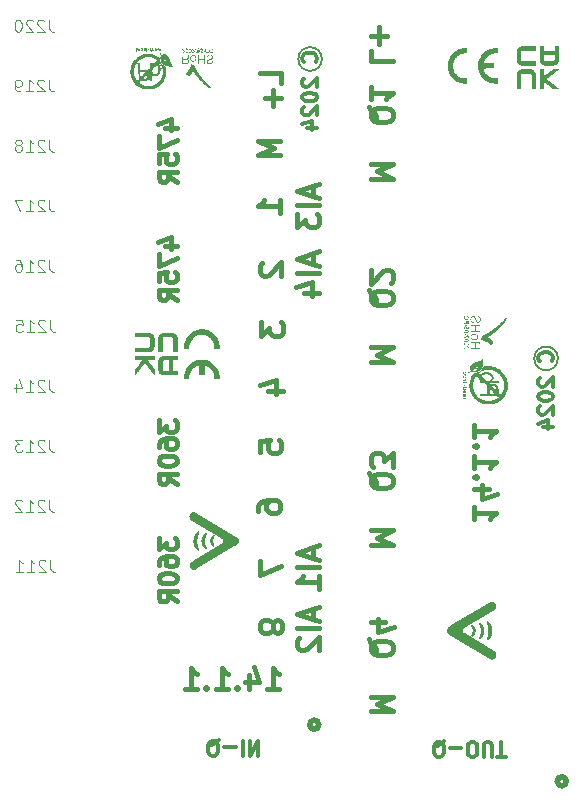
<source format=gbr>
%TF.GenerationSoftware,KiCad,Pcbnew,7.0.11*%
%TF.CreationDate,2024-11-09T09:44:04-05:00*%
%TF.ProjectId,14.1.4 - PMOS - PLC Connector Combined,31342e31-2e34-4202-9d20-504d4f53202d,rev?*%
%TF.SameCoordinates,Original*%
%TF.FileFunction,Legend,Bot*%
%TF.FilePolarity,Positive*%
%FSLAX46Y46*%
G04 Gerber Fmt 4.6, Leading zero omitted, Abs format (unit mm)*
G04 Created by KiCad (PCBNEW 7.0.11) date 2024-11-09 09:44:04*
%MOMM*%
%LPD*%
G01*
G04 APERTURE LIST*
%ADD10C,0.000000*%
%ADD11C,0.004960*%
%ADD12C,0.150000*%
%ADD13C,0.457200*%
%ADD14C,0.381000*%
%ADD15C,0.310000*%
%ADD16C,0.100000*%
%ADD17C,0.508000*%
G04 APERTURE END LIST*
D10*
G36*
X113319428Y-117409442D02*
G01*
X113322048Y-117409581D01*
X113324658Y-117409813D01*
X113327253Y-117410136D01*
X113329833Y-117410550D01*
X113332394Y-117411054D01*
X113334934Y-117411647D01*
X113337452Y-117412329D01*
X113339944Y-117413099D01*
X113342408Y-117413957D01*
X113344842Y-117414901D01*
X113347244Y-117415931D01*
X113349610Y-117417047D01*
X113351940Y-117418247D01*
X113354230Y-117419532D01*
X113356478Y-117420899D01*
X113356486Y-117420905D01*
X113360654Y-117424216D01*
X113364821Y-117427602D01*
X113368988Y-117431062D01*
X113373155Y-117434597D01*
X113408948Y-117466552D01*
X113442762Y-117500233D01*
X113474553Y-117535548D01*
X113504278Y-117572400D01*
X113531891Y-117610696D01*
X113557350Y-117650342D01*
X113580610Y-117691244D01*
X113601626Y-117733307D01*
X113620357Y-117776437D01*
X113636756Y-117820539D01*
X113650781Y-117865520D01*
X113662386Y-117911285D01*
X113671529Y-117957739D01*
X113678166Y-118004790D01*
X113682252Y-118052341D01*
X113683743Y-118100300D01*
X113682608Y-118148268D01*
X113678877Y-118195849D01*
X113672590Y-118242947D01*
X113663793Y-118289469D01*
X113652528Y-118335319D01*
X113638839Y-118380403D01*
X113622768Y-118424626D01*
X113604359Y-118467894D01*
X113583656Y-118510112D01*
X113560701Y-118551185D01*
X113535538Y-118591019D01*
X113508210Y-118629520D01*
X113478761Y-118666593D01*
X113447233Y-118702143D01*
X113413671Y-118736075D01*
X113378116Y-118768295D01*
X113372095Y-118773238D01*
X113365962Y-118778217D01*
X113359754Y-118783197D01*
X113353510Y-118788139D01*
X113353393Y-118788253D01*
X113353273Y-118788364D01*
X113353150Y-118788471D01*
X113353024Y-118788575D01*
X113352896Y-118788675D01*
X113352764Y-118788771D01*
X113352631Y-118788864D01*
X113352495Y-118788954D01*
X113352356Y-118789039D01*
X113352216Y-118789121D01*
X113352073Y-118789199D01*
X113351928Y-118789272D01*
X113351780Y-118789342D01*
X113351631Y-118789408D01*
X113351480Y-118789470D01*
X113351327Y-118789528D01*
X113349393Y-118790519D01*
X113347436Y-118791455D01*
X113345456Y-118792336D01*
X113343455Y-118793162D01*
X113341433Y-118793932D01*
X113339392Y-118794647D01*
X113337333Y-118795306D01*
X113335257Y-118795908D01*
X113333166Y-118796453D01*
X113331060Y-118796942D01*
X113328941Y-118797373D01*
X113326810Y-118797746D01*
X113324668Y-118798062D01*
X113322516Y-118798319D01*
X113320356Y-118798517D01*
X113318188Y-118798657D01*
X113314093Y-118798317D01*
X113310052Y-118797796D01*
X113306069Y-118797097D01*
X113302149Y-118796225D01*
X113298295Y-118795184D01*
X113294511Y-118793978D01*
X113290803Y-118792611D01*
X113287173Y-118791086D01*
X113283627Y-118789409D01*
X113280168Y-118787583D01*
X113276800Y-118785611D01*
X113273529Y-118783499D01*
X113270357Y-118781250D01*
X113267289Y-118778868D01*
X113264330Y-118776357D01*
X113261483Y-118773722D01*
X113258753Y-118770966D01*
X113256144Y-118768093D01*
X113253659Y-118765108D01*
X113251304Y-118762014D01*
X113249083Y-118758815D01*
X113246998Y-118755516D01*
X113245056Y-118752121D01*
X113243260Y-118748633D01*
X113241614Y-118745058D01*
X113240122Y-118741397D01*
X113238788Y-118737657D01*
X113237618Y-118733840D01*
X113236614Y-118729951D01*
X113235781Y-118725994D01*
X113235123Y-118721973D01*
X113234645Y-118717893D01*
X113234190Y-118715588D01*
X113233801Y-118713273D01*
X113233478Y-118710949D01*
X113233221Y-118708617D01*
X113233031Y-118706278D01*
X113232907Y-118703935D01*
X113232850Y-118701588D01*
X113232860Y-118699239D01*
X113232860Y-118696461D01*
X113232871Y-118694663D01*
X113232930Y-118692866D01*
X113233034Y-118691072D01*
X113233185Y-118689282D01*
X113233382Y-118687496D01*
X113233625Y-118685715D01*
X113233914Y-118683941D01*
X113234249Y-118682174D01*
X113234608Y-118680774D01*
X113234951Y-118679369D01*
X113235275Y-118677961D01*
X113235582Y-118676548D01*
X113235871Y-118675132D01*
X113236142Y-118673712D01*
X113236395Y-118672289D01*
X113236630Y-118670862D01*
X113236650Y-118670311D01*
X113236709Y-118669772D01*
X113236801Y-118669244D01*
X113236924Y-118668726D01*
X113237074Y-118668216D01*
X113237247Y-118667713D01*
X113237439Y-118667215D01*
X113237647Y-118666720D01*
X113238093Y-118665737D01*
X113238555Y-118664751D01*
X113239004Y-118663752D01*
X113239213Y-118663243D01*
X113239408Y-118662727D01*
X113239698Y-118661742D01*
X113240019Y-118660768D01*
X113240371Y-118659805D01*
X113240753Y-118658854D01*
X113241166Y-118657916D01*
X113241609Y-118656992D01*
X113242081Y-118656081D01*
X113242583Y-118655186D01*
X113243756Y-118653184D01*
X113244896Y-118651192D01*
X113246009Y-118649200D01*
X113247098Y-118647199D01*
X113248168Y-118645179D01*
X113249225Y-118643131D01*
X113250272Y-118641045D01*
X113251314Y-118638914D01*
X113251741Y-118638190D01*
X113252180Y-118637474D01*
X113252632Y-118636766D01*
X113253098Y-118636067D01*
X113253576Y-118635376D01*
X113254066Y-118634694D01*
X113254569Y-118634021D01*
X113255085Y-118633358D01*
X113256318Y-118631707D01*
X113257583Y-118630080D01*
X113258878Y-118628478D01*
X113260203Y-118626902D01*
X113261559Y-118625351D01*
X113262944Y-118623826D01*
X113264358Y-118622328D01*
X113265800Y-118620856D01*
X113264263Y-118622199D01*
X113262766Y-118623586D01*
X113261310Y-118625015D01*
X113259897Y-118626485D01*
X113258527Y-118627996D01*
X113257202Y-118629546D01*
X113255922Y-118631135D01*
X113254688Y-118632762D01*
X113269598Y-118601799D01*
X113283555Y-118570454D01*
X113296556Y-118538749D01*
X113308594Y-118506706D01*
X113319664Y-118474348D01*
X113329762Y-118441697D01*
X113338882Y-118408775D01*
X113347020Y-118375603D01*
X113354170Y-118342205D01*
X113360326Y-118308603D01*
X113365485Y-118274817D01*
X113369641Y-118240871D01*
X113372789Y-118206787D01*
X113374923Y-118172587D01*
X113376039Y-118138293D01*
X113376132Y-118103927D01*
X113376021Y-118068823D01*
X113374840Y-118033796D01*
X113372596Y-117998870D01*
X113369293Y-117964068D01*
X113364937Y-117929415D01*
X113359534Y-117894934D01*
X113353090Y-117860648D01*
X113345609Y-117826581D01*
X113337098Y-117792757D01*
X113327561Y-117759200D01*
X113317006Y-117725932D01*
X113305436Y-117692978D01*
X113292859Y-117660362D01*
X113279278Y-117628106D01*
X113264701Y-117596235D01*
X113249132Y-117564772D01*
X113248754Y-117564287D01*
X113248387Y-117563795D01*
X113248030Y-117563296D01*
X113247683Y-117562789D01*
X113247347Y-117562277D01*
X113247021Y-117561757D01*
X113246707Y-117561231D01*
X113246403Y-117560699D01*
X113246109Y-117560161D01*
X113245827Y-117559617D01*
X113245556Y-117559068D01*
X113245296Y-117558512D01*
X113245047Y-117557952D01*
X113244810Y-117557386D01*
X113244584Y-117556815D01*
X113244369Y-117556239D01*
X113242973Y-117553372D01*
X113241664Y-117550470D01*
X113240444Y-117547534D01*
X113239313Y-117544566D01*
X113238272Y-117541568D01*
X113237321Y-117538543D01*
X113236460Y-117535493D01*
X113235689Y-117532419D01*
X113235011Y-117529323D01*
X113234424Y-117526208D01*
X113233930Y-117523076D01*
X113233528Y-117519928D01*
X113233220Y-117516767D01*
X113233005Y-117513595D01*
X113232885Y-117510413D01*
X113232860Y-117507225D01*
X113232969Y-117502178D01*
X113233292Y-117497199D01*
X113233825Y-117492293D01*
X113234562Y-117487468D01*
X113235498Y-117482728D01*
X113236627Y-117478080D01*
X113237945Y-117473530D01*
X113239445Y-117469085D01*
X113241124Y-117464749D01*
X113242975Y-117460530D01*
X113244994Y-117456433D01*
X113247175Y-117452464D01*
X113249513Y-117448630D01*
X113252003Y-117444936D01*
X113254639Y-117441389D01*
X113257416Y-117437995D01*
X113260330Y-117434759D01*
X113263374Y-117431688D01*
X113266544Y-117428788D01*
X113269834Y-117426065D01*
X113273240Y-117423525D01*
X113276755Y-117421174D01*
X113280375Y-117419018D01*
X113284094Y-117417063D01*
X113287907Y-117415315D01*
X113291810Y-117413781D01*
X113295796Y-117412466D01*
X113299860Y-117411377D01*
X113303998Y-117410519D01*
X113308204Y-117409899D01*
X113312473Y-117409522D01*
X113316799Y-117409395D01*
X113319428Y-117409442D01*
G37*
G36*
X89451970Y-109679003D02*
G01*
X89456213Y-109679360D01*
X89460403Y-109679948D01*
X89464534Y-109680763D01*
X89468603Y-109681799D01*
X89472606Y-109683052D01*
X89476538Y-109684515D01*
X89480395Y-109686185D01*
X89484173Y-109688055D01*
X89487868Y-109690121D01*
X89491475Y-109692378D01*
X89494991Y-109694820D01*
X89498411Y-109697443D01*
X89501730Y-109700241D01*
X89504946Y-109703209D01*
X89508052Y-109706342D01*
X89511046Y-109709635D01*
X89513923Y-109713082D01*
X89516679Y-109716680D01*
X89519309Y-109720421D01*
X89521810Y-109724302D01*
X89524176Y-109728318D01*
X89526405Y-109732462D01*
X89528491Y-109736731D01*
X89530431Y-109741118D01*
X89532220Y-109745619D01*
X89533855Y-109750229D01*
X89535330Y-109754942D01*
X89536641Y-109759754D01*
X89537786Y-109764659D01*
X89538758Y-109769652D01*
X89539554Y-109774728D01*
X89540096Y-109777449D01*
X89540561Y-109780183D01*
X89540950Y-109782927D01*
X89541262Y-109785681D01*
X89541497Y-109788442D01*
X89541654Y-109791209D01*
X89541734Y-109793981D01*
X89541737Y-109796755D01*
X89541737Y-109800128D01*
X89541697Y-109802249D01*
X89541611Y-109804368D01*
X89541480Y-109806484D01*
X89541304Y-109808596D01*
X89541083Y-109810704D01*
X89540817Y-109812807D01*
X89540506Y-109814904D01*
X89540150Y-109816995D01*
X89540127Y-109817849D01*
X89540063Y-109818699D01*
X89539963Y-109819544D01*
X89539830Y-109820388D01*
X89539671Y-109821228D01*
X89539490Y-109822067D01*
X89539083Y-109823742D01*
X89538224Y-109827097D01*
X89538029Y-109827940D01*
X89537852Y-109828786D01*
X89537697Y-109829636D01*
X89537570Y-109830489D01*
X89534593Y-109840014D01*
X89534226Y-109841185D01*
X89533836Y-109842348D01*
X89533423Y-109843502D01*
X89532987Y-109844649D01*
X89532529Y-109845786D01*
X89532049Y-109846914D01*
X89531546Y-109848033D01*
X89531021Y-109849142D01*
X89529681Y-109851560D01*
X89528375Y-109853996D01*
X89527106Y-109856451D01*
X89525872Y-109858923D01*
X89524674Y-109861413D01*
X89523512Y-109863921D01*
X89522387Y-109866445D01*
X89521298Y-109868986D01*
X89520848Y-109869872D01*
X89520378Y-109870746D01*
X89519887Y-109871609D01*
X89519376Y-109872459D01*
X89518844Y-109873297D01*
X89518293Y-109874122D01*
X89517722Y-109874934D01*
X89517131Y-109875733D01*
X89515776Y-109877653D01*
X89514389Y-109879549D01*
X89512971Y-109881422D01*
X89511522Y-109883271D01*
X89510043Y-109885095D01*
X89508533Y-109886895D01*
X89506993Y-109888669D01*
X89505423Y-109890418D01*
X89506291Y-109889628D01*
X89507146Y-109888826D01*
X89507989Y-109888011D01*
X89508819Y-109887183D01*
X89509636Y-109886343D01*
X89510440Y-109885491D01*
X89511230Y-109884627D01*
X89512007Y-109883750D01*
X89512771Y-109882862D01*
X89513521Y-109881963D01*
X89514257Y-109881051D01*
X89514979Y-109880129D01*
X89515687Y-109879195D01*
X89516381Y-109878250D01*
X89517061Y-109877294D01*
X89517726Y-109876328D01*
X89502389Y-109909180D01*
X89487871Y-109943048D01*
X89474195Y-109977893D01*
X89461385Y-110013681D01*
X89449465Y-110050374D01*
X89438458Y-110087937D01*
X89428387Y-110126333D01*
X89419276Y-110165526D01*
X89411149Y-110205479D01*
X89404030Y-110246156D01*
X89397941Y-110287521D01*
X89392906Y-110329538D01*
X89388949Y-110372169D01*
X89386093Y-110415379D01*
X89384363Y-110459132D01*
X89383781Y-110503391D01*
X89384393Y-110548548D01*
X89386211Y-110593208D01*
X89389211Y-110637329D01*
X89393365Y-110680868D01*
X89398648Y-110723784D01*
X89405034Y-110766035D01*
X89412498Y-110807579D01*
X89421013Y-110848374D01*
X89430553Y-110888379D01*
X89441093Y-110927551D01*
X89452607Y-110965848D01*
X89465069Y-111003230D01*
X89478453Y-111039653D01*
X89492733Y-111075077D01*
X89507883Y-111109458D01*
X89523878Y-111142756D01*
X89524277Y-111143341D01*
X89524665Y-111143933D01*
X89525042Y-111144532D01*
X89525407Y-111145138D01*
X89525759Y-111145750D01*
X89526101Y-111146369D01*
X89526430Y-111146994D01*
X89526747Y-111147626D01*
X89527052Y-111148263D01*
X89527344Y-111148906D01*
X89527625Y-111149555D01*
X89527893Y-111150209D01*
X89528148Y-111150869D01*
X89528391Y-111151533D01*
X89528621Y-111152202D01*
X89528839Y-111152876D01*
X89530420Y-111156284D01*
X89531901Y-111159730D01*
X89533280Y-111163213D01*
X89534557Y-111166731D01*
X89535732Y-111170281D01*
X89536803Y-111173862D01*
X89537771Y-111177470D01*
X89538635Y-111181103D01*
X89539394Y-111184760D01*
X89540048Y-111188438D01*
X89540596Y-111192135D01*
X89541039Y-111195848D01*
X89541375Y-111199575D01*
X89541603Y-111203315D01*
X89541724Y-111207064D01*
X89541737Y-111210820D01*
X89541617Y-111216810D01*
X89541259Y-111222719D01*
X89540670Y-111228541D01*
X89539855Y-111234268D01*
X89537573Y-111245408D01*
X89534460Y-111256083D01*
X89530562Y-111266234D01*
X89525925Y-111275805D01*
X89520598Y-111284737D01*
X89514626Y-111292973D01*
X89511412Y-111296813D01*
X89508056Y-111300456D01*
X89504561Y-111303897D01*
X89500935Y-111307128D01*
X89497183Y-111310142D01*
X89493311Y-111312932D01*
X89489324Y-111315490D01*
X89485229Y-111317809D01*
X89481031Y-111319882D01*
X89476737Y-111321703D01*
X89472351Y-111323263D01*
X89467881Y-111324555D01*
X89463331Y-111325573D01*
X89458708Y-111326309D01*
X89454017Y-111326756D01*
X89449265Y-111326906D01*
X89446391Y-111326810D01*
X89443529Y-111326610D01*
X89440681Y-111326307D01*
X89437851Y-111325903D01*
X89435040Y-111325397D01*
X89432253Y-111324792D01*
X89429490Y-111324087D01*
X89426756Y-111323284D01*
X89424052Y-111322383D01*
X89421381Y-111321385D01*
X89418746Y-111320292D01*
X89416150Y-111319103D01*
X89413595Y-111317820D01*
X89411084Y-111316443D01*
X89408620Y-111314974D01*
X89406204Y-111313412D01*
X89403897Y-111311460D01*
X89401591Y-111309475D01*
X89396977Y-111305425D01*
X89392363Y-111301302D01*
X89387750Y-111297141D01*
X89349569Y-111261217D01*
X89313219Y-111223014D01*
X89278788Y-111182630D01*
X89246363Y-111140161D01*
X89216030Y-111095705D01*
X89187878Y-111049359D01*
X89161993Y-111001221D01*
X89138462Y-110951388D01*
X89117374Y-110899957D01*
X89098814Y-110847027D01*
X89082870Y-110792693D01*
X89069629Y-110737054D01*
X89059179Y-110680207D01*
X89051607Y-110622249D01*
X89047000Y-110563278D01*
X89045445Y-110503391D01*
X89046970Y-110443566D01*
X89051492Y-110384771D01*
X89058926Y-110327087D01*
X89069189Y-110270596D01*
X89082199Y-110215377D01*
X89097872Y-110161513D01*
X89116125Y-110109084D01*
X89136875Y-110058171D01*
X89160039Y-110008856D01*
X89185533Y-109961220D01*
X89213275Y-109915344D01*
X89243182Y-109871308D01*
X89275169Y-109829195D01*
X89309155Y-109789084D01*
X89345056Y-109751058D01*
X89382789Y-109715197D01*
X89382789Y-109714006D01*
X89389322Y-109708168D01*
X89396059Y-109702274D01*
X89409776Y-109690392D01*
X89410080Y-109690165D01*
X89410390Y-109689945D01*
X89410705Y-109689734D01*
X89411025Y-109689531D01*
X89411350Y-109689337D01*
X89411681Y-109689151D01*
X89412016Y-109688973D01*
X89412356Y-109688804D01*
X89414402Y-109687706D01*
X89416477Y-109686670D01*
X89418578Y-109685696D01*
X89420705Y-109684785D01*
X89422856Y-109683937D01*
X89425028Y-109683152D01*
X89427222Y-109682431D01*
X89429436Y-109681775D01*
X89431667Y-109681183D01*
X89433916Y-109680656D01*
X89436179Y-109680195D01*
X89438457Y-109679799D01*
X89440747Y-109679470D01*
X89443048Y-109679207D01*
X89445359Y-109679011D01*
X89447678Y-109678883D01*
X89451970Y-109679003D01*
G37*
D11*
X111811650Y-118280140D02*
X111836256Y-118296411D01*
D10*
G36*
X112643224Y-117602323D02*
G01*
X112645323Y-117602434D01*
X112647415Y-117602610D01*
X112649497Y-117602851D01*
X112651570Y-117603155D01*
X112653630Y-117603523D01*
X112655677Y-117603953D01*
X112657710Y-117604447D01*
X112659726Y-117605003D01*
X112661725Y-117605621D01*
X112663705Y-117606301D01*
X112665664Y-117607042D01*
X112667601Y-117607844D01*
X112669515Y-117608706D01*
X112671403Y-117609629D01*
X112673266Y-117610611D01*
X112674986Y-117611754D01*
X112676720Y-117612943D01*
X112678463Y-117614169D01*
X112680211Y-117615423D01*
X112683702Y-117617978D01*
X112687156Y-117620533D01*
X112715855Y-117642454D01*
X112743193Y-117665762D01*
X112769102Y-117690398D01*
X112793516Y-117716301D01*
X112816365Y-117743412D01*
X112837583Y-117771671D01*
X112857102Y-117801020D01*
X112874853Y-117831398D01*
X112890770Y-117862745D01*
X112904785Y-117895003D01*
X112916829Y-117928111D01*
X112926835Y-117962010D01*
X112934735Y-117996640D01*
X112940462Y-118031942D01*
X112942490Y-118049827D01*
X112943948Y-118067857D01*
X112944829Y-118086025D01*
X112945125Y-118104324D01*
X112943973Y-118140759D01*
X112940561Y-118176585D01*
X112934955Y-118211749D01*
X112927219Y-118246200D01*
X112917420Y-118279886D01*
X112905622Y-118312755D01*
X112891891Y-118344755D01*
X112876292Y-118375836D01*
X112858891Y-118405944D01*
X112839754Y-118435028D01*
X112818945Y-118463037D01*
X112796530Y-118489919D01*
X112772574Y-118515621D01*
X112747143Y-118540093D01*
X112720302Y-118563282D01*
X112692117Y-118585137D01*
X112672274Y-118599623D01*
X112670289Y-118599623D01*
X112668690Y-118600342D01*
X112667076Y-118601023D01*
X112665448Y-118601664D01*
X112663806Y-118602266D01*
X112662151Y-118602829D01*
X112660484Y-118603353D01*
X112658806Y-118603836D01*
X112657116Y-118604280D01*
X112655417Y-118604683D01*
X112653709Y-118605047D01*
X112651991Y-118605369D01*
X112650266Y-118605652D01*
X112648534Y-118605893D01*
X112646796Y-118606094D01*
X112645051Y-118606253D01*
X112643302Y-118606371D01*
X112640109Y-118606300D01*
X112636950Y-118606088D01*
X112633826Y-118605737D01*
X112630741Y-118605250D01*
X112627699Y-118604630D01*
X112624703Y-118603880D01*
X112621757Y-118603003D01*
X112618863Y-118602001D01*
X112616025Y-118600878D01*
X112613247Y-118599636D01*
X112610532Y-118598278D01*
X112607884Y-118596807D01*
X112605305Y-118595225D01*
X112602799Y-118593537D01*
X112600369Y-118591743D01*
X112598019Y-118589849D01*
X112595753Y-118587855D01*
X112593573Y-118585765D01*
X112591484Y-118583583D01*
X112589487Y-118581309D01*
X112587588Y-118578949D01*
X112585788Y-118576504D01*
X112584092Y-118573977D01*
X112582503Y-118571372D01*
X112581025Y-118568690D01*
X112579660Y-118565936D01*
X112578412Y-118563110D01*
X112577284Y-118560218D01*
X112576281Y-118557261D01*
X112575405Y-118554242D01*
X112574659Y-118551164D01*
X112574047Y-118548030D01*
X112573705Y-118546365D01*
X112573411Y-118544691D01*
X112573165Y-118543010D01*
X112572967Y-118541323D01*
X112572817Y-118539631D01*
X112572716Y-118537936D01*
X112572662Y-118536237D01*
X112572658Y-118534536D01*
X112572658Y-118533346D01*
X112572562Y-118532058D01*
X112572493Y-118530768D01*
X112572451Y-118529477D01*
X112572438Y-118528186D01*
X112572451Y-118526895D01*
X112572493Y-118525605D01*
X112572562Y-118524315D01*
X112572658Y-118523027D01*
X112572960Y-118522024D01*
X112573246Y-118521016D01*
X112573518Y-118520005D01*
X112573774Y-118518989D01*
X112574014Y-118517970D01*
X112574239Y-118516947D01*
X112574448Y-118515921D01*
X112574642Y-118514891D01*
X112577024Y-118508938D01*
X112577280Y-118508214D01*
X112577555Y-118507498D01*
X112577850Y-118506790D01*
X112578163Y-118506090D01*
X112578495Y-118505399D01*
X112578846Y-118504717D01*
X112579216Y-118504044D01*
X112579603Y-118503382D01*
X112580619Y-118501967D01*
X112581588Y-118500551D01*
X112582519Y-118499130D01*
X112583423Y-118497701D01*
X112585184Y-118494815D01*
X112586945Y-118491872D01*
X112587300Y-118491321D01*
X112587668Y-118490777D01*
X112588047Y-118490243D01*
X112588439Y-118489717D01*
X112588842Y-118489200D01*
X112589257Y-118488692D01*
X112589683Y-118488194D01*
X112590121Y-118487705D01*
X112591145Y-118486525D01*
X112592189Y-118485363D01*
X112593253Y-118484219D01*
X112594336Y-118483092D01*
X112595437Y-118481985D01*
X112596557Y-118480896D01*
X112597695Y-118479826D01*
X112598852Y-118478775D01*
X112598216Y-118479234D01*
X112597589Y-118479704D01*
X112596969Y-118480184D01*
X112596358Y-118480674D01*
X112595756Y-118481174D01*
X112595162Y-118481685D01*
X112594577Y-118482205D01*
X112594001Y-118482734D01*
X112593433Y-118483274D01*
X112592875Y-118483822D01*
X112592326Y-118484381D01*
X112591787Y-118484948D01*
X112591256Y-118485525D01*
X112590736Y-118486110D01*
X112590225Y-118486705D01*
X112589724Y-118487308D01*
X112613530Y-118441681D01*
X112634117Y-118394952D01*
X112651488Y-118347282D01*
X112665641Y-118298830D01*
X112676580Y-118249758D01*
X112684303Y-118200224D01*
X112688813Y-118150390D01*
X112690111Y-118100416D01*
X112688197Y-118050461D01*
X112683073Y-118000687D01*
X112674739Y-117951252D01*
X112663197Y-117902318D01*
X112648447Y-117854045D01*
X112630490Y-117806592D01*
X112609328Y-117760121D01*
X112584961Y-117714791D01*
X112584406Y-117714076D01*
X112583874Y-117713345D01*
X112583365Y-117712597D01*
X112582881Y-117711834D01*
X112582421Y-117711057D01*
X112581986Y-117710264D01*
X112581576Y-117709458D01*
X112581191Y-117708639D01*
X112580039Y-117706605D01*
X112578958Y-117704536D01*
X112577950Y-117702436D01*
X112577015Y-117700306D01*
X112576153Y-117698149D01*
X112575365Y-117695965D01*
X112574652Y-117693757D01*
X112574013Y-117691527D01*
X112573450Y-117689276D01*
X112572963Y-117687008D01*
X112572553Y-117684723D01*
X112572219Y-117682423D01*
X112571963Y-117680111D01*
X112571785Y-117677788D01*
X112571686Y-117675457D01*
X112571666Y-117673119D01*
X112571713Y-117669638D01*
X112571931Y-117666179D01*
X112572318Y-117662747D01*
X112572873Y-117659349D01*
X112573592Y-117655990D01*
X112574473Y-117652676D01*
X112575514Y-117649413D01*
X112576712Y-117646206D01*
X112578066Y-117643061D01*
X112579572Y-117639985D01*
X112581229Y-117636983D01*
X112583034Y-117634060D01*
X112584985Y-117631223D01*
X112587080Y-117628478D01*
X112589315Y-117625829D01*
X112591690Y-117623284D01*
X112594188Y-117620859D01*
X112596792Y-117618571D01*
X112599495Y-117616423D01*
X112602293Y-117614416D01*
X112605180Y-117612553D01*
X112608148Y-117610837D01*
X112611194Y-117609270D01*
X112614311Y-117607855D01*
X112617494Y-117606593D01*
X112620736Y-117605488D01*
X112624032Y-117604541D01*
X112627376Y-117603756D01*
X112630762Y-117603135D01*
X112634185Y-117602679D01*
X112637640Y-117602392D01*
X112641119Y-117602277D01*
X112643224Y-117602323D01*
G37*
D11*
X91602709Y-110326384D02*
X91578103Y-110310113D01*
D10*
G36*
X89076802Y-108053188D02*
G01*
X89085519Y-108053526D01*
X89094215Y-108054096D01*
X89102885Y-108054899D01*
X89111524Y-108055932D01*
X89120127Y-108057196D01*
X89128691Y-108058688D01*
X89137210Y-108060408D01*
X89145680Y-108062355D01*
X89154096Y-108064529D01*
X89162454Y-108066927D01*
X89170749Y-108069549D01*
X89178977Y-108072394D01*
X89187133Y-108075461D01*
X89195212Y-108078750D01*
X89203210Y-108082258D01*
X89269282Y-108121942D01*
X92525245Y-110075361D01*
X92708601Y-110185891D01*
X92744518Y-110207322D01*
X92747098Y-110208909D01*
X92765044Y-110222516D01*
X92782028Y-110237084D01*
X92798022Y-110252559D01*
X92813001Y-110268889D01*
X92826936Y-110286023D01*
X92839802Y-110303908D01*
X92851570Y-110322490D01*
X92862214Y-110341719D01*
X92871708Y-110361541D01*
X92880022Y-110381905D01*
X92887132Y-110402757D01*
X92893010Y-110424046D01*
X92897629Y-110445719D01*
X92900961Y-110467724D01*
X92902980Y-110490008D01*
X92903659Y-110512519D01*
X92902980Y-110535030D01*
X92900961Y-110557314D01*
X92897629Y-110579318D01*
X92893010Y-110600991D01*
X92887132Y-110622280D01*
X92880022Y-110643133D01*
X92871708Y-110663496D01*
X92862214Y-110683318D01*
X92851570Y-110702547D01*
X92839802Y-110721130D01*
X92826936Y-110739014D01*
X92813001Y-110756148D01*
X92798022Y-110772478D01*
X92782028Y-110787954D01*
X92765044Y-110802521D01*
X92747098Y-110816128D01*
X92746760Y-110816329D01*
X92746427Y-110816536D01*
X92746098Y-110816750D01*
X92745773Y-110816970D01*
X92745452Y-110817196D01*
X92745136Y-110817429D01*
X92744825Y-110817669D01*
X92744518Y-110817914D01*
X92708601Y-110839345D01*
X92524848Y-110949676D01*
X89300834Y-112884244D01*
X89245867Y-112917383D01*
X89237521Y-112921322D01*
X89229080Y-112925018D01*
X89220547Y-112928470D01*
X89211929Y-112931676D01*
X89203230Y-112934635D01*
X89194457Y-112937345D01*
X89185614Y-112939806D01*
X89176707Y-112942017D01*
X89167741Y-112943975D01*
X89158722Y-112945680D01*
X89149655Y-112947131D01*
X89140545Y-112948325D01*
X89131398Y-112949263D01*
X89122218Y-112949943D01*
X89113013Y-112950363D01*
X89103786Y-112950522D01*
X89085629Y-112950020D01*
X89067713Y-112948531D01*
X89050057Y-112946079D01*
X89032686Y-112942687D01*
X89015620Y-112938381D01*
X88998883Y-112933185D01*
X88982495Y-112927122D01*
X88966479Y-112920217D01*
X88950858Y-112912494D01*
X88935652Y-112903977D01*
X88920886Y-112894690D01*
X88906579Y-112884658D01*
X88892755Y-112873905D01*
X88879436Y-112862455D01*
X88866643Y-112850333D01*
X88854399Y-112837561D01*
X88842726Y-112824165D01*
X88831646Y-112810170D01*
X88821182Y-112795598D01*
X88811354Y-112780474D01*
X88802185Y-112764823D01*
X88793698Y-112748668D01*
X88785915Y-112732034D01*
X88778857Y-112714945D01*
X88772546Y-112697426D01*
X88767005Y-112679500D01*
X88762256Y-112661191D01*
X88758321Y-112642524D01*
X88755222Y-112623524D01*
X88752981Y-112604213D01*
X88751621Y-112584617D01*
X88751162Y-112564759D01*
X88751533Y-112542501D01*
X88753133Y-112520420D01*
X88755940Y-112498562D01*
X88759934Y-112476973D01*
X88765093Y-112455698D01*
X88771398Y-112434782D01*
X88778827Y-112414271D01*
X88787360Y-112394211D01*
X88796975Y-112374646D01*
X88807652Y-112355622D01*
X88819370Y-112337186D01*
X88832108Y-112319381D01*
X88845846Y-112302255D01*
X88860562Y-112285851D01*
X88876236Y-112270216D01*
X88892846Y-112255395D01*
X88893839Y-112255395D01*
X88977976Y-112204198D01*
X91415186Y-110741714D01*
X91421590Y-110738827D01*
X91427889Y-110735732D01*
X91434079Y-110732430D01*
X91440154Y-110728926D01*
X91446109Y-110725222D01*
X91451940Y-110721321D01*
X91457641Y-110717226D01*
X91463207Y-110712941D01*
X91473952Y-110703621D01*
X91484121Y-110693783D01*
X91493699Y-110683454D01*
X91502674Y-110672661D01*
X91511032Y-110661432D01*
X91518759Y-110649795D01*
X91525842Y-110637777D01*
X91532269Y-110625405D01*
X91538024Y-110612708D01*
X91543096Y-110599712D01*
X91547470Y-110586446D01*
X91551134Y-110572936D01*
X91554074Y-110559211D01*
X91556276Y-110545297D01*
X91557727Y-110531223D01*
X91558414Y-110517016D01*
X91558326Y-110502792D01*
X91557468Y-110488670D01*
X91555854Y-110474676D01*
X91553495Y-110460839D01*
X91550403Y-110447187D01*
X91546592Y-110433748D01*
X91542072Y-110420550D01*
X91536856Y-110407622D01*
X91530956Y-110394991D01*
X91524385Y-110382685D01*
X91517155Y-110370733D01*
X91509278Y-110359162D01*
X91500765Y-110348001D01*
X91491631Y-110337277D01*
X91481885Y-110327020D01*
X91471542Y-110317256D01*
X91443562Y-110299199D01*
X91420345Y-110284117D01*
X91416441Y-110282334D01*
X91412482Y-110280570D01*
X91408485Y-110278843D01*
X91404470Y-110277172D01*
X88920826Y-108787105D01*
X88908916Y-108780472D01*
X88897300Y-108773460D01*
X88885986Y-108766081D01*
X88874979Y-108758344D01*
X88864284Y-108750259D01*
X88853909Y-108741837D01*
X88843858Y-108733087D01*
X88834139Y-108724020D01*
X88824756Y-108714646D01*
X88815716Y-108704975D01*
X88807025Y-108695017D01*
X88798689Y-108684783D01*
X88790713Y-108674283D01*
X88783104Y-108663526D01*
X88775868Y-108652523D01*
X88769010Y-108641284D01*
X88762537Y-108629819D01*
X88756454Y-108618138D01*
X88750768Y-108606252D01*
X88745484Y-108594171D01*
X88740609Y-108581905D01*
X88736148Y-108569463D01*
X88732108Y-108556857D01*
X88728493Y-108544096D01*
X88725311Y-108531190D01*
X88722568Y-108518150D01*
X88720268Y-108504986D01*
X88718419Y-108491708D01*
X88717025Y-108478325D01*
X88716094Y-108464849D01*
X88715631Y-108451290D01*
X88715642Y-108437657D01*
X88716103Y-108417872D01*
X88717472Y-108398347D01*
X88719726Y-108379105D01*
X88722841Y-108360171D01*
X88726797Y-108341568D01*
X88731569Y-108323321D01*
X88737135Y-108305454D01*
X88743473Y-108287991D01*
X88750559Y-108270957D01*
X88758372Y-108254376D01*
X88766888Y-108238271D01*
X88776085Y-108222667D01*
X88785940Y-108207589D01*
X88796430Y-108193060D01*
X88807533Y-108179105D01*
X88819226Y-108165748D01*
X88831487Y-108153012D01*
X88844292Y-108140923D01*
X88857620Y-108129505D01*
X88871446Y-108118781D01*
X88885750Y-108108776D01*
X88900507Y-108099514D01*
X88915696Y-108091019D01*
X88931294Y-108083315D01*
X88947277Y-108076428D01*
X88963624Y-108070380D01*
X88980312Y-108065196D01*
X88997318Y-108060900D01*
X89014619Y-108057517D01*
X89032192Y-108055071D01*
X89050016Y-108053585D01*
X89068067Y-108053085D01*
X89076802Y-108053188D01*
G37*
G36*
X90774250Y-110000224D02*
G01*
X90777409Y-110000436D01*
X90780533Y-110000787D01*
X90783618Y-110001274D01*
X90786660Y-110001894D01*
X90789656Y-110002644D01*
X90792602Y-110003521D01*
X90795496Y-110004523D01*
X90798334Y-110005646D01*
X90801112Y-110006888D01*
X90803827Y-110008246D01*
X90806475Y-110009717D01*
X90809054Y-110011299D01*
X90811560Y-110012987D01*
X90813990Y-110014781D01*
X90816340Y-110016675D01*
X90818606Y-110018669D01*
X90820786Y-110020759D01*
X90822875Y-110022941D01*
X90824872Y-110025215D01*
X90826771Y-110027575D01*
X90828571Y-110030020D01*
X90830267Y-110032547D01*
X90831856Y-110035152D01*
X90833334Y-110037834D01*
X90834699Y-110040588D01*
X90835947Y-110043414D01*
X90837075Y-110046306D01*
X90838078Y-110049263D01*
X90838954Y-110052282D01*
X90839700Y-110055360D01*
X90840312Y-110058494D01*
X90840654Y-110060159D01*
X90840948Y-110061833D01*
X90841194Y-110063514D01*
X90841392Y-110065201D01*
X90841542Y-110066893D01*
X90841643Y-110068588D01*
X90841697Y-110070287D01*
X90841701Y-110071988D01*
X90841701Y-110073178D01*
X90841797Y-110074466D01*
X90841866Y-110075756D01*
X90841908Y-110077047D01*
X90841921Y-110078338D01*
X90841908Y-110079629D01*
X90841866Y-110080919D01*
X90841797Y-110082209D01*
X90841701Y-110083497D01*
X90841399Y-110084500D01*
X90841113Y-110085508D01*
X90840841Y-110086519D01*
X90840585Y-110087535D01*
X90840345Y-110088554D01*
X90840120Y-110089577D01*
X90839911Y-110090603D01*
X90839717Y-110091633D01*
X90837335Y-110097586D01*
X90837079Y-110098310D01*
X90836804Y-110099026D01*
X90836509Y-110099734D01*
X90836196Y-110100434D01*
X90835864Y-110101125D01*
X90835513Y-110101807D01*
X90835143Y-110102480D01*
X90834756Y-110103142D01*
X90833740Y-110104557D01*
X90832771Y-110105973D01*
X90831840Y-110107394D01*
X90830936Y-110108823D01*
X90829175Y-110111709D01*
X90827414Y-110114652D01*
X90827059Y-110115203D01*
X90826691Y-110115747D01*
X90826312Y-110116281D01*
X90825920Y-110116807D01*
X90825517Y-110117324D01*
X90825102Y-110117832D01*
X90824676Y-110118330D01*
X90824238Y-110118819D01*
X90823214Y-110119999D01*
X90822170Y-110121161D01*
X90821106Y-110122305D01*
X90820023Y-110123432D01*
X90818922Y-110124539D01*
X90817802Y-110125628D01*
X90816664Y-110126698D01*
X90815507Y-110127749D01*
X90816143Y-110127290D01*
X90816770Y-110126820D01*
X90817390Y-110126340D01*
X90818001Y-110125850D01*
X90818603Y-110125350D01*
X90819197Y-110124839D01*
X90819782Y-110124319D01*
X90820358Y-110123790D01*
X90820926Y-110123250D01*
X90821484Y-110122702D01*
X90822033Y-110122143D01*
X90822572Y-110121576D01*
X90823103Y-110120999D01*
X90823623Y-110120414D01*
X90824134Y-110119819D01*
X90824635Y-110119216D01*
X90800829Y-110164843D01*
X90780242Y-110211572D01*
X90762871Y-110259242D01*
X90748718Y-110307694D01*
X90737779Y-110356766D01*
X90730056Y-110406300D01*
X90725546Y-110456134D01*
X90724248Y-110506108D01*
X90726162Y-110556063D01*
X90731286Y-110605837D01*
X90739620Y-110655272D01*
X90751162Y-110704206D01*
X90765912Y-110752479D01*
X90783869Y-110799932D01*
X90805031Y-110846403D01*
X90829398Y-110891733D01*
X90829953Y-110892448D01*
X90830485Y-110893179D01*
X90830994Y-110893927D01*
X90831478Y-110894690D01*
X90831938Y-110895467D01*
X90832373Y-110896260D01*
X90832783Y-110897066D01*
X90833168Y-110897885D01*
X90834320Y-110899919D01*
X90835401Y-110901988D01*
X90836409Y-110904088D01*
X90837344Y-110906218D01*
X90838206Y-110908375D01*
X90838994Y-110910559D01*
X90839707Y-110912767D01*
X90840346Y-110914997D01*
X90840909Y-110917248D01*
X90841396Y-110919516D01*
X90841806Y-110921801D01*
X90842140Y-110924101D01*
X90842396Y-110926413D01*
X90842574Y-110928736D01*
X90842673Y-110931067D01*
X90842693Y-110933405D01*
X90842646Y-110936886D01*
X90842428Y-110940345D01*
X90842041Y-110943777D01*
X90841486Y-110947175D01*
X90840767Y-110950534D01*
X90839886Y-110953848D01*
X90838845Y-110957111D01*
X90837647Y-110960318D01*
X90836293Y-110963463D01*
X90834787Y-110966539D01*
X90833130Y-110969541D01*
X90831325Y-110972464D01*
X90829374Y-110975301D01*
X90827279Y-110978046D01*
X90825044Y-110980695D01*
X90822669Y-110983240D01*
X90820171Y-110985665D01*
X90817567Y-110987953D01*
X90814864Y-110990101D01*
X90812066Y-110992108D01*
X90809179Y-110993971D01*
X90806211Y-110995687D01*
X90803165Y-110997254D01*
X90800048Y-110998669D01*
X90796865Y-110999931D01*
X90793623Y-111001036D01*
X90790327Y-111001983D01*
X90786983Y-111002768D01*
X90783597Y-111003389D01*
X90780174Y-111003845D01*
X90776719Y-111004132D01*
X90773240Y-111004247D01*
X90771135Y-111004201D01*
X90769036Y-111004090D01*
X90766944Y-111003914D01*
X90764862Y-111003673D01*
X90762789Y-111003369D01*
X90760729Y-111003001D01*
X90758682Y-111002571D01*
X90756649Y-111002077D01*
X90754633Y-111001521D01*
X90752634Y-111000903D01*
X90750654Y-111000223D01*
X90748695Y-110999482D01*
X90746758Y-110998680D01*
X90744844Y-110997818D01*
X90742956Y-110996895D01*
X90741093Y-110995913D01*
X90739373Y-110994770D01*
X90737639Y-110993581D01*
X90735896Y-110992355D01*
X90734148Y-110991101D01*
X90730657Y-110988546D01*
X90727203Y-110985991D01*
X90698504Y-110964070D01*
X90671166Y-110940762D01*
X90645257Y-110916126D01*
X90620843Y-110890223D01*
X90597994Y-110863112D01*
X90576776Y-110834853D01*
X90557257Y-110805504D01*
X90539506Y-110775126D01*
X90523589Y-110743779D01*
X90509574Y-110711521D01*
X90497530Y-110678413D01*
X90487524Y-110644514D01*
X90479624Y-110609884D01*
X90473897Y-110574582D01*
X90471869Y-110556697D01*
X90470411Y-110538667D01*
X90469530Y-110520499D01*
X90469234Y-110502200D01*
X90470386Y-110465765D01*
X90473798Y-110429939D01*
X90479404Y-110394775D01*
X90487140Y-110360324D01*
X90496939Y-110326638D01*
X90508737Y-110293769D01*
X90522468Y-110261769D01*
X90538067Y-110230688D01*
X90555468Y-110200580D01*
X90574605Y-110171496D01*
X90595414Y-110143487D01*
X90617829Y-110116605D01*
X90641785Y-110090903D01*
X90667216Y-110066431D01*
X90694057Y-110043242D01*
X90722242Y-110021387D01*
X90742085Y-110006901D01*
X90744070Y-110006901D01*
X90745669Y-110006182D01*
X90747283Y-110005501D01*
X90748911Y-110004860D01*
X90750553Y-110004258D01*
X90752208Y-110003695D01*
X90753875Y-110003171D01*
X90755553Y-110002688D01*
X90757243Y-110002244D01*
X90758942Y-110001841D01*
X90760650Y-110001477D01*
X90762368Y-110001155D01*
X90764093Y-110000872D01*
X90765825Y-110000631D01*
X90767563Y-110000430D01*
X90769308Y-110000271D01*
X90771057Y-110000153D01*
X90774250Y-110000224D01*
G37*
G36*
X113967968Y-117279714D02*
G01*
X113970830Y-117279914D01*
X113973678Y-117280217D01*
X113976508Y-117280621D01*
X113979319Y-117281127D01*
X113982106Y-117281732D01*
X113984869Y-117282437D01*
X113987603Y-117283240D01*
X113990307Y-117284141D01*
X113992978Y-117285139D01*
X113995613Y-117286232D01*
X113998209Y-117287421D01*
X114000764Y-117288704D01*
X114003275Y-117290081D01*
X114005739Y-117291550D01*
X114008155Y-117293112D01*
X114010462Y-117295064D01*
X114012768Y-117297049D01*
X114017382Y-117301099D01*
X114021996Y-117305222D01*
X114026609Y-117309383D01*
X114064790Y-117345307D01*
X114101140Y-117383510D01*
X114135571Y-117423894D01*
X114167996Y-117466363D01*
X114198329Y-117510819D01*
X114226481Y-117557165D01*
X114252366Y-117605303D01*
X114275897Y-117655136D01*
X114296985Y-117706567D01*
X114315545Y-117759497D01*
X114331489Y-117813831D01*
X114344730Y-117869470D01*
X114355180Y-117926317D01*
X114362752Y-117984275D01*
X114367359Y-118043246D01*
X114368914Y-118103133D01*
X114367389Y-118162958D01*
X114362867Y-118221753D01*
X114355433Y-118279437D01*
X114345170Y-118335928D01*
X114332160Y-118391147D01*
X114316487Y-118445011D01*
X114298234Y-118497440D01*
X114277484Y-118548353D01*
X114254320Y-118597668D01*
X114228826Y-118645304D01*
X114201084Y-118691180D01*
X114171177Y-118735216D01*
X114139190Y-118777329D01*
X114105204Y-118817440D01*
X114069303Y-118855466D01*
X114031570Y-118891327D01*
X114031570Y-118892518D01*
X114025037Y-118898356D01*
X114018300Y-118904250D01*
X114004583Y-118916132D01*
X114004279Y-118916359D01*
X114003969Y-118916579D01*
X114003654Y-118916790D01*
X114003334Y-118916993D01*
X114003009Y-118917187D01*
X114002678Y-118917373D01*
X114002343Y-118917551D01*
X114002003Y-118917720D01*
X113999957Y-118918818D01*
X113997882Y-118919854D01*
X113995781Y-118920828D01*
X113993654Y-118921739D01*
X113991503Y-118922587D01*
X113989331Y-118923372D01*
X113987137Y-118924093D01*
X113984923Y-118924749D01*
X113982692Y-118925341D01*
X113980443Y-118925868D01*
X113978180Y-118926329D01*
X113975902Y-118926725D01*
X113973612Y-118927054D01*
X113971311Y-118927317D01*
X113969000Y-118927513D01*
X113966681Y-118927641D01*
X113962389Y-118927521D01*
X113958146Y-118927164D01*
X113953956Y-118926576D01*
X113949825Y-118925761D01*
X113945756Y-118924725D01*
X113941753Y-118923472D01*
X113937821Y-118922009D01*
X113933964Y-118920339D01*
X113930186Y-118918469D01*
X113926491Y-118916403D01*
X113922884Y-118914146D01*
X113919368Y-118911704D01*
X113915948Y-118909081D01*
X113912629Y-118906283D01*
X113909413Y-118903315D01*
X113906307Y-118900182D01*
X113903313Y-118896889D01*
X113900436Y-118893442D01*
X113897680Y-118889844D01*
X113895050Y-118886103D01*
X113892549Y-118882222D01*
X113890183Y-118878206D01*
X113887954Y-118874062D01*
X113885868Y-118869793D01*
X113883928Y-118865406D01*
X113882139Y-118860905D01*
X113880504Y-118856295D01*
X113879029Y-118851582D01*
X113877718Y-118846770D01*
X113876573Y-118841865D01*
X113875601Y-118836872D01*
X113874805Y-118831796D01*
X113874263Y-118829075D01*
X113873798Y-118826341D01*
X113873409Y-118823597D01*
X113873097Y-118820843D01*
X113872862Y-118818082D01*
X113872705Y-118815315D01*
X113872625Y-118812543D01*
X113872622Y-118809769D01*
X113872622Y-118806396D01*
X113872662Y-118804275D01*
X113872748Y-118802156D01*
X113872879Y-118800040D01*
X113873055Y-118797928D01*
X113873276Y-118795820D01*
X113873542Y-118793717D01*
X113873853Y-118791620D01*
X113874209Y-118789529D01*
X113874232Y-118788675D01*
X113874296Y-118787825D01*
X113874396Y-118786980D01*
X113874529Y-118786136D01*
X113874688Y-118785296D01*
X113874869Y-118784457D01*
X113875276Y-118782782D01*
X113876135Y-118779427D01*
X113876330Y-118778584D01*
X113876507Y-118777738D01*
X113876662Y-118776888D01*
X113876789Y-118776035D01*
X113879766Y-118766510D01*
X113880133Y-118765339D01*
X113880523Y-118764176D01*
X113880936Y-118763022D01*
X113881372Y-118761875D01*
X113881830Y-118760738D01*
X113882310Y-118759610D01*
X113882813Y-118758491D01*
X113883338Y-118757382D01*
X113884678Y-118754964D01*
X113885984Y-118752528D01*
X113887253Y-118750073D01*
X113888487Y-118747601D01*
X113889685Y-118745111D01*
X113890847Y-118742603D01*
X113891972Y-118740079D01*
X113893061Y-118737538D01*
X113893511Y-118736652D01*
X113893981Y-118735778D01*
X113894472Y-118734915D01*
X113894983Y-118734065D01*
X113895515Y-118733227D01*
X113896066Y-118732402D01*
X113896637Y-118731590D01*
X113897228Y-118730791D01*
X113898583Y-118728871D01*
X113899970Y-118726975D01*
X113901388Y-118725102D01*
X113902837Y-118723253D01*
X113904316Y-118721429D01*
X113905826Y-118719629D01*
X113907366Y-118717855D01*
X113908936Y-118716106D01*
X113908068Y-118716896D01*
X113907213Y-118717698D01*
X113906370Y-118718513D01*
X113905540Y-118719341D01*
X113904723Y-118720181D01*
X113903919Y-118721033D01*
X113903129Y-118721897D01*
X113902352Y-118722774D01*
X113901588Y-118723662D01*
X113900838Y-118724561D01*
X113900102Y-118725473D01*
X113899380Y-118726395D01*
X113898672Y-118727329D01*
X113897978Y-118728274D01*
X113897298Y-118729230D01*
X113896633Y-118730196D01*
X113911970Y-118697344D01*
X113926488Y-118663476D01*
X113940164Y-118628631D01*
X113952974Y-118592843D01*
X113964894Y-118556150D01*
X113975901Y-118518587D01*
X113985972Y-118480191D01*
X113995083Y-118440998D01*
X114003210Y-118401045D01*
X114010329Y-118360368D01*
X114016418Y-118319003D01*
X114021453Y-118276986D01*
X114025410Y-118234355D01*
X114028266Y-118191145D01*
X114029996Y-118147392D01*
X114030578Y-118103133D01*
X114029966Y-118057976D01*
X114028148Y-118013316D01*
X114025148Y-117969195D01*
X114020994Y-117925656D01*
X114015711Y-117882740D01*
X114009325Y-117840489D01*
X114001861Y-117798945D01*
X113993346Y-117758150D01*
X113983806Y-117718145D01*
X113973266Y-117678973D01*
X113961752Y-117640676D01*
X113949290Y-117603294D01*
X113935906Y-117566871D01*
X113921626Y-117531447D01*
X113906476Y-117497066D01*
X113890481Y-117463768D01*
X113890082Y-117463183D01*
X113889694Y-117462591D01*
X113889317Y-117461992D01*
X113888952Y-117461386D01*
X113888600Y-117460774D01*
X113888258Y-117460155D01*
X113887929Y-117459530D01*
X113887612Y-117458898D01*
X113887307Y-117458261D01*
X113887015Y-117457618D01*
X113886734Y-117456969D01*
X113886466Y-117456315D01*
X113886211Y-117455655D01*
X113885968Y-117454991D01*
X113885738Y-117454322D01*
X113885520Y-117453648D01*
X113883939Y-117450240D01*
X113882458Y-117446794D01*
X113881079Y-117443311D01*
X113879802Y-117439793D01*
X113878627Y-117436243D01*
X113877556Y-117432662D01*
X113876588Y-117429054D01*
X113875724Y-117425421D01*
X113874965Y-117421764D01*
X113874311Y-117418086D01*
X113873763Y-117414389D01*
X113873320Y-117410676D01*
X113872984Y-117406949D01*
X113872756Y-117403209D01*
X113872635Y-117399460D01*
X113872622Y-117395704D01*
X113872742Y-117389714D01*
X113873100Y-117383805D01*
X113873689Y-117377983D01*
X113874504Y-117372256D01*
X113876786Y-117361116D01*
X113879899Y-117350441D01*
X113883797Y-117340290D01*
X113888434Y-117330719D01*
X113893761Y-117321787D01*
X113899733Y-117313551D01*
X113902947Y-117309711D01*
X113906303Y-117306068D01*
X113909798Y-117302627D01*
X113913424Y-117299396D01*
X113917176Y-117296382D01*
X113921048Y-117293592D01*
X113925035Y-117291034D01*
X113929130Y-117288715D01*
X113933328Y-117286642D01*
X113937622Y-117284821D01*
X113942008Y-117283261D01*
X113946478Y-117281969D01*
X113951028Y-117280951D01*
X113955651Y-117280215D01*
X113960342Y-117279768D01*
X113965094Y-117279618D01*
X113967968Y-117279714D01*
G37*
G36*
X114328730Y-115656504D02*
G01*
X114346646Y-115657993D01*
X114364302Y-115660445D01*
X114381673Y-115663837D01*
X114398739Y-115668143D01*
X114415476Y-115673339D01*
X114431864Y-115679402D01*
X114447880Y-115686307D01*
X114463501Y-115694030D01*
X114478707Y-115702547D01*
X114493473Y-115711834D01*
X114507780Y-115721866D01*
X114521604Y-115732619D01*
X114534923Y-115744069D01*
X114547716Y-115756191D01*
X114559960Y-115768963D01*
X114571633Y-115782359D01*
X114582713Y-115796354D01*
X114593177Y-115810926D01*
X114603005Y-115826050D01*
X114612174Y-115841701D01*
X114620661Y-115857856D01*
X114628444Y-115874490D01*
X114635502Y-115891579D01*
X114641813Y-115909098D01*
X114647354Y-115927024D01*
X114652103Y-115945333D01*
X114656038Y-115964000D01*
X114659137Y-115983000D01*
X114661378Y-116002311D01*
X114662738Y-116021907D01*
X114663197Y-116041765D01*
X114662826Y-116064023D01*
X114661226Y-116086104D01*
X114658419Y-116107962D01*
X114654425Y-116129551D01*
X114649266Y-116150826D01*
X114642961Y-116171742D01*
X114635532Y-116192253D01*
X114626999Y-116212313D01*
X114617384Y-116231878D01*
X114606707Y-116250902D01*
X114594989Y-116269338D01*
X114582251Y-116287143D01*
X114568513Y-116304269D01*
X114553797Y-116320673D01*
X114538123Y-116336308D01*
X114521513Y-116351129D01*
X114520520Y-116351129D01*
X114436383Y-116402326D01*
X111999173Y-117864810D01*
X111992769Y-117867697D01*
X111986470Y-117870792D01*
X111980280Y-117874094D01*
X111974205Y-117877598D01*
X111968250Y-117881302D01*
X111962419Y-117885203D01*
X111956718Y-117889298D01*
X111951152Y-117893583D01*
X111940407Y-117902903D01*
X111930238Y-117912741D01*
X111920660Y-117923070D01*
X111911685Y-117933863D01*
X111903327Y-117945092D01*
X111895600Y-117956729D01*
X111888517Y-117968747D01*
X111882090Y-117981119D01*
X111876335Y-117993816D01*
X111871263Y-118006812D01*
X111866889Y-118020078D01*
X111863225Y-118033588D01*
X111860285Y-118047313D01*
X111858083Y-118061227D01*
X111856632Y-118075301D01*
X111855945Y-118089508D01*
X111856033Y-118103732D01*
X111856891Y-118117854D01*
X111858505Y-118131848D01*
X111860864Y-118145685D01*
X111863956Y-118159337D01*
X111867767Y-118172776D01*
X111872287Y-118185974D01*
X111877503Y-118198902D01*
X111883403Y-118211533D01*
X111889974Y-118223839D01*
X111897204Y-118235791D01*
X111905081Y-118247362D01*
X111913594Y-118258523D01*
X111922728Y-118269247D01*
X111932474Y-118279504D01*
X111942817Y-118289268D01*
X111970797Y-118307325D01*
X111994014Y-118322407D01*
X111997918Y-118324190D01*
X112001877Y-118325954D01*
X112005874Y-118327681D01*
X112009889Y-118329352D01*
X114493533Y-119819419D01*
X114505443Y-119826052D01*
X114517059Y-119833064D01*
X114528373Y-119840443D01*
X114539380Y-119848180D01*
X114550075Y-119856265D01*
X114560450Y-119864687D01*
X114570501Y-119873437D01*
X114580220Y-119882504D01*
X114589603Y-119891878D01*
X114598643Y-119901549D01*
X114607334Y-119911507D01*
X114615670Y-119921741D01*
X114623646Y-119932241D01*
X114631255Y-119942998D01*
X114638491Y-119954001D01*
X114645349Y-119965240D01*
X114651822Y-119976705D01*
X114657905Y-119988386D01*
X114663591Y-120000272D01*
X114668875Y-120012353D01*
X114673750Y-120024619D01*
X114678211Y-120037061D01*
X114682251Y-120049667D01*
X114685866Y-120062428D01*
X114689048Y-120075334D01*
X114691791Y-120088374D01*
X114694091Y-120101538D01*
X114695940Y-120114816D01*
X114697334Y-120128199D01*
X114698265Y-120141675D01*
X114698728Y-120155234D01*
X114698717Y-120168867D01*
X114698256Y-120188652D01*
X114696887Y-120208177D01*
X114694633Y-120227419D01*
X114691518Y-120246353D01*
X114687562Y-120264956D01*
X114682790Y-120283203D01*
X114677224Y-120301070D01*
X114670886Y-120318533D01*
X114663800Y-120335567D01*
X114655987Y-120352148D01*
X114647471Y-120368253D01*
X114638274Y-120383857D01*
X114628419Y-120398935D01*
X114617929Y-120413464D01*
X114606826Y-120427419D01*
X114595133Y-120440776D01*
X114582872Y-120453512D01*
X114570067Y-120465601D01*
X114556739Y-120477019D01*
X114542913Y-120487743D01*
X114528609Y-120497748D01*
X114513852Y-120507010D01*
X114498663Y-120515505D01*
X114483065Y-120523209D01*
X114467082Y-120530096D01*
X114450735Y-120536144D01*
X114434047Y-120541328D01*
X114417041Y-120545624D01*
X114399740Y-120549007D01*
X114382167Y-120551453D01*
X114364343Y-120552939D01*
X114346292Y-120553439D01*
X114337557Y-120553336D01*
X114328840Y-120552998D01*
X114320144Y-120552428D01*
X114311474Y-120551625D01*
X114302835Y-120550592D01*
X114294232Y-120549328D01*
X114285668Y-120547836D01*
X114277149Y-120546116D01*
X114268679Y-120544169D01*
X114260263Y-120541995D01*
X114251905Y-120539597D01*
X114243610Y-120536975D01*
X114235382Y-120534130D01*
X114227226Y-120531063D01*
X114219147Y-120527774D01*
X114211149Y-120524266D01*
X114145077Y-120484582D01*
X110889114Y-118531163D01*
X110705758Y-118420633D01*
X110669841Y-118399202D01*
X110667261Y-118397615D01*
X110649315Y-118384008D01*
X110632331Y-118369440D01*
X110616337Y-118353965D01*
X110601358Y-118337635D01*
X110587423Y-118320501D01*
X110574557Y-118302616D01*
X110562789Y-118284034D01*
X110552145Y-118264805D01*
X110542651Y-118244983D01*
X110534337Y-118224619D01*
X110527227Y-118203767D01*
X110521349Y-118182478D01*
X110516730Y-118160805D01*
X110513398Y-118138800D01*
X110511379Y-118116516D01*
X110510700Y-118094005D01*
X110511379Y-118071494D01*
X110513398Y-118049210D01*
X110516730Y-118027206D01*
X110521349Y-118005533D01*
X110527227Y-117984244D01*
X110534337Y-117963391D01*
X110542651Y-117943028D01*
X110552145Y-117923206D01*
X110562789Y-117903977D01*
X110574557Y-117885394D01*
X110587423Y-117867510D01*
X110601358Y-117850376D01*
X110616337Y-117834046D01*
X110632331Y-117818570D01*
X110649315Y-117804003D01*
X110667261Y-117790396D01*
X110667599Y-117790195D01*
X110667932Y-117789988D01*
X110668261Y-117789774D01*
X110668586Y-117789554D01*
X110668907Y-117789328D01*
X110669223Y-117789095D01*
X110669534Y-117788855D01*
X110669841Y-117788610D01*
X110705758Y-117767179D01*
X110889511Y-117656848D01*
X114113525Y-115722280D01*
X114168492Y-115689141D01*
X114176838Y-115685202D01*
X114185279Y-115681506D01*
X114193812Y-115678054D01*
X114202430Y-115674848D01*
X114211129Y-115671889D01*
X114219902Y-115669179D01*
X114228745Y-115666718D01*
X114237652Y-115664507D01*
X114246618Y-115662549D01*
X114255637Y-115660844D01*
X114264704Y-115659393D01*
X114273814Y-115658199D01*
X114282961Y-115657261D01*
X114292141Y-115656581D01*
X114301346Y-115656161D01*
X114310573Y-115656002D01*
X114328730Y-115656504D01*
G37*
G36*
X90100266Y-109808207D02*
G01*
X90104307Y-109808728D01*
X90108290Y-109809427D01*
X90112210Y-109810299D01*
X90116064Y-109811340D01*
X90119848Y-109812546D01*
X90123556Y-109813913D01*
X90127186Y-109815438D01*
X90130732Y-109817115D01*
X90134191Y-109818941D01*
X90137559Y-109820913D01*
X90140830Y-109823025D01*
X90144002Y-109825274D01*
X90147070Y-109827656D01*
X90150029Y-109830167D01*
X90152876Y-109832802D01*
X90155606Y-109835558D01*
X90158215Y-109838431D01*
X90160700Y-109841416D01*
X90163055Y-109844510D01*
X90165276Y-109847709D01*
X90167361Y-109851008D01*
X90169303Y-109854403D01*
X90171099Y-109857891D01*
X90172745Y-109861466D01*
X90174237Y-109865127D01*
X90175571Y-109868867D01*
X90176741Y-109872684D01*
X90177745Y-109876573D01*
X90178578Y-109880530D01*
X90179236Y-109884551D01*
X90179714Y-109888631D01*
X90180169Y-109890936D01*
X90180558Y-109893251D01*
X90180881Y-109895575D01*
X90181138Y-109897907D01*
X90181328Y-109900246D01*
X90181452Y-109902589D01*
X90181509Y-109904936D01*
X90181499Y-109907285D01*
X90181499Y-109910063D01*
X90181488Y-109911861D01*
X90181429Y-109913658D01*
X90181325Y-109915452D01*
X90181174Y-109917242D01*
X90180977Y-109919028D01*
X90180734Y-109920809D01*
X90180445Y-109922583D01*
X90180110Y-109924350D01*
X90179751Y-109925750D01*
X90179408Y-109927155D01*
X90179084Y-109928563D01*
X90178777Y-109929976D01*
X90178488Y-109931392D01*
X90178217Y-109932812D01*
X90177964Y-109934235D01*
X90177729Y-109935662D01*
X90177709Y-109936213D01*
X90177650Y-109936752D01*
X90177558Y-109937280D01*
X90177435Y-109937798D01*
X90177285Y-109938308D01*
X90177112Y-109938811D01*
X90176920Y-109939309D01*
X90176712Y-109939804D01*
X90176266Y-109940787D01*
X90175804Y-109941773D01*
X90175355Y-109942772D01*
X90175146Y-109943281D01*
X90174951Y-109943797D01*
X90174661Y-109944782D01*
X90174340Y-109945756D01*
X90173988Y-109946719D01*
X90173606Y-109947670D01*
X90173193Y-109948608D01*
X90172750Y-109949532D01*
X90172278Y-109950443D01*
X90171776Y-109951338D01*
X90170603Y-109953340D01*
X90169463Y-109955332D01*
X90168350Y-109957324D01*
X90167261Y-109959325D01*
X90166191Y-109961345D01*
X90165134Y-109963393D01*
X90164087Y-109965479D01*
X90163045Y-109967610D01*
X90162618Y-109968334D01*
X90162179Y-109969050D01*
X90161727Y-109969758D01*
X90161261Y-109970457D01*
X90160783Y-109971148D01*
X90160293Y-109971830D01*
X90159790Y-109972503D01*
X90159274Y-109973166D01*
X90158041Y-109974817D01*
X90156776Y-109976444D01*
X90155481Y-109978046D01*
X90154156Y-109979622D01*
X90152800Y-109981173D01*
X90151415Y-109982698D01*
X90150001Y-109984196D01*
X90148559Y-109985668D01*
X90150096Y-109984325D01*
X90151593Y-109982938D01*
X90153049Y-109981509D01*
X90154462Y-109980039D01*
X90155832Y-109978528D01*
X90157157Y-109976978D01*
X90158437Y-109975389D01*
X90159671Y-109973762D01*
X90144761Y-110004725D01*
X90130804Y-110036070D01*
X90117803Y-110067775D01*
X90105765Y-110099818D01*
X90094695Y-110132176D01*
X90084597Y-110164827D01*
X90075477Y-110197749D01*
X90067339Y-110230921D01*
X90060189Y-110264319D01*
X90054033Y-110297921D01*
X90048874Y-110331707D01*
X90044718Y-110365653D01*
X90041570Y-110399737D01*
X90039436Y-110433937D01*
X90038320Y-110468231D01*
X90038227Y-110502597D01*
X90038338Y-110537701D01*
X90039519Y-110572728D01*
X90041763Y-110607654D01*
X90045066Y-110642456D01*
X90049422Y-110677109D01*
X90054825Y-110711590D01*
X90061269Y-110745876D01*
X90068750Y-110779943D01*
X90077261Y-110813767D01*
X90086798Y-110847324D01*
X90097353Y-110880592D01*
X90108923Y-110913546D01*
X90121500Y-110946162D01*
X90135081Y-110978418D01*
X90149658Y-111010289D01*
X90165227Y-111041752D01*
X90165605Y-111042237D01*
X90165972Y-111042729D01*
X90166329Y-111043228D01*
X90166676Y-111043735D01*
X90167012Y-111044247D01*
X90167338Y-111044767D01*
X90167652Y-111045293D01*
X90167956Y-111045825D01*
X90168250Y-111046363D01*
X90168532Y-111046907D01*
X90168803Y-111047456D01*
X90169063Y-111048012D01*
X90169312Y-111048572D01*
X90169549Y-111049138D01*
X90169775Y-111049709D01*
X90169990Y-111050285D01*
X90171386Y-111053152D01*
X90172695Y-111056054D01*
X90173915Y-111058990D01*
X90175046Y-111061958D01*
X90176087Y-111064956D01*
X90177038Y-111067981D01*
X90177899Y-111071031D01*
X90178670Y-111074105D01*
X90179348Y-111077201D01*
X90179935Y-111080316D01*
X90180429Y-111083448D01*
X90180831Y-111086596D01*
X90181139Y-111089757D01*
X90181354Y-111092929D01*
X90181474Y-111096111D01*
X90181499Y-111099299D01*
X90181390Y-111104346D01*
X90181067Y-111109325D01*
X90180534Y-111114231D01*
X90179797Y-111119056D01*
X90178861Y-111123796D01*
X90177732Y-111128444D01*
X90176414Y-111132994D01*
X90174914Y-111137439D01*
X90173235Y-111141775D01*
X90171384Y-111145994D01*
X90169365Y-111150091D01*
X90167184Y-111154060D01*
X90164846Y-111157894D01*
X90162356Y-111161588D01*
X90159720Y-111165135D01*
X90156943Y-111168529D01*
X90154029Y-111171765D01*
X90150985Y-111174836D01*
X90147815Y-111177736D01*
X90144525Y-111180459D01*
X90141119Y-111182999D01*
X90137604Y-111185350D01*
X90133984Y-111187506D01*
X90130265Y-111189461D01*
X90126452Y-111191209D01*
X90122549Y-111192743D01*
X90118563Y-111194058D01*
X90114499Y-111195147D01*
X90110361Y-111196005D01*
X90106155Y-111196625D01*
X90101886Y-111197002D01*
X90097560Y-111197129D01*
X90094931Y-111197082D01*
X90092311Y-111196943D01*
X90089701Y-111196711D01*
X90087106Y-111196388D01*
X90084526Y-111195974D01*
X90081965Y-111195470D01*
X90079425Y-111194877D01*
X90076907Y-111194195D01*
X90074415Y-111193425D01*
X90071951Y-111192567D01*
X90069517Y-111191623D01*
X90067115Y-111190593D01*
X90064749Y-111189477D01*
X90062419Y-111188277D01*
X90060129Y-111186992D01*
X90057881Y-111185625D01*
X90057873Y-111185619D01*
X90053705Y-111182308D01*
X90049538Y-111178922D01*
X90045371Y-111175462D01*
X90041204Y-111171927D01*
X90005411Y-111139972D01*
X89971597Y-111106291D01*
X89939806Y-111070976D01*
X89910081Y-111034124D01*
X89882468Y-110995828D01*
X89857009Y-110956182D01*
X89833749Y-110915280D01*
X89812733Y-110873217D01*
X89794002Y-110830087D01*
X89777603Y-110785985D01*
X89763578Y-110741004D01*
X89751973Y-110695239D01*
X89742830Y-110648785D01*
X89736193Y-110601734D01*
X89732107Y-110554183D01*
X89730616Y-110506224D01*
X89731751Y-110458256D01*
X89735482Y-110410675D01*
X89741769Y-110363577D01*
X89750566Y-110317055D01*
X89761831Y-110271205D01*
X89775520Y-110226121D01*
X89791591Y-110181898D01*
X89810000Y-110138630D01*
X89830703Y-110096412D01*
X89853658Y-110055339D01*
X89878821Y-110015505D01*
X89906149Y-109977004D01*
X89935598Y-109939931D01*
X89967126Y-109904381D01*
X90000688Y-109870449D01*
X90036243Y-109838229D01*
X90042264Y-109833286D01*
X90048397Y-109828307D01*
X90054605Y-109823327D01*
X90060849Y-109818385D01*
X90060966Y-109818271D01*
X90061086Y-109818160D01*
X90061209Y-109818053D01*
X90061335Y-109817949D01*
X90061463Y-109817849D01*
X90061595Y-109817753D01*
X90061728Y-109817660D01*
X90061864Y-109817570D01*
X90062003Y-109817485D01*
X90062143Y-109817403D01*
X90062286Y-109817325D01*
X90062431Y-109817252D01*
X90062579Y-109817182D01*
X90062728Y-109817116D01*
X90062879Y-109817054D01*
X90063032Y-109816996D01*
X90064966Y-109816005D01*
X90066923Y-109815069D01*
X90068903Y-109814188D01*
X90070904Y-109813362D01*
X90072926Y-109812592D01*
X90074967Y-109811877D01*
X90077026Y-109811218D01*
X90079102Y-109810616D01*
X90081193Y-109810071D01*
X90083299Y-109809582D01*
X90085418Y-109809151D01*
X90087549Y-109808778D01*
X90089691Y-109808462D01*
X90091843Y-109808205D01*
X90094003Y-109808007D01*
X90096171Y-109807867D01*
X90100266Y-109808207D01*
G37*
D12*
X99930000Y-69700000D02*
G75*
G03*
X97930000Y-69700000I-1000000J0D01*
G01*
X97930000Y-69700000D02*
G75*
G03*
X99930000Y-69700000I1000000J0D01*
G01*
X119908300Y-95050000D02*
G75*
G03*
X117908300Y-95050000I-1000000J0D01*
G01*
X117908300Y-95050000D02*
G75*
G03*
X119908300Y-95050000I1000000J0D01*
G01*
D13*
X96368664Y-82709738D02*
X96368664Y-81664709D01*
X96368664Y-82187224D02*
X94539864Y-82187224D01*
X94539864Y-82187224D02*
X94801121Y-82013052D01*
X94801121Y-82013052D02*
X94975293Y-81838881D01*
X94975293Y-81838881D02*
X95062379Y-81664709D01*
D14*
X86619219Y-75526857D02*
X87635219Y-75526857D01*
X86038648Y-75163999D02*
X87127219Y-74801142D01*
X87127219Y-74801142D02*
X87127219Y-75744571D01*
X86111219Y-76180000D02*
X86111219Y-77196000D01*
X86111219Y-77196000D02*
X87635219Y-76542857D01*
X86111219Y-78502286D02*
X86111219Y-77776572D01*
X86111219Y-77776572D02*
X86836933Y-77704000D01*
X86836933Y-77704000D02*
X86764362Y-77776572D01*
X86764362Y-77776572D02*
X86691790Y-77921715D01*
X86691790Y-77921715D02*
X86691790Y-78284572D01*
X86691790Y-78284572D02*
X86764362Y-78429715D01*
X86764362Y-78429715D02*
X86836933Y-78502286D01*
X86836933Y-78502286D02*
X86982076Y-78574857D01*
X86982076Y-78574857D02*
X87344933Y-78574857D01*
X87344933Y-78574857D02*
X87490076Y-78502286D01*
X87490076Y-78502286D02*
X87562648Y-78429715D01*
X87562648Y-78429715D02*
X87635219Y-78284572D01*
X87635219Y-78284572D02*
X87635219Y-77921715D01*
X87635219Y-77921715D02*
X87562648Y-77776572D01*
X87562648Y-77776572D02*
X87490076Y-77704000D01*
X87635219Y-80098858D02*
X86909505Y-79590858D01*
X87635219Y-79228001D02*
X86111219Y-79228001D01*
X86111219Y-79228001D02*
X86111219Y-79808572D01*
X86111219Y-79808572D02*
X86183790Y-79953715D01*
X86183790Y-79953715D02*
X86256362Y-80026286D01*
X86256362Y-80026286D02*
X86401505Y-80098858D01*
X86401505Y-80098858D02*
X86619219Y-80098858D01*
X86619219Y-80098858D02*
X86764362Y-80026286D01*
X86764362Y-80026286D02*
X86836933Y-79953715D01*
X86836933Y-79953715D02*
X86909505Y-79808572D01*
X86909505Y-79808572D02*
X86909505Y-79228001D01*
D13*
X95403464Y-97775567D02*
X96622664Y-97775567D01*
X94706779Y-97340138D02*
X96013064Y-96904709D01*
X96013064Y-96904709D02*
X96013064Y-98036824D01*
X94539864Y-107935567D02*
X94539864Y-107587224D01*
X94539864Y-107587224D02*
X94626950Y-107413052D01*
X94626950Y-107413052D02*
X94714036Y-107325967D01*
X94714036Y-107325967D02*
X94975293Y-107151795D01*
X94975293Y-107151795D02*
X95323636Y-107064709D01*
X95323636Y-107064709D02*
X96020321Y-107064709D01*
X96020321Y-107064709D02*
X96194493Y-107151795D01*
X96194493Y-107151795D02*
X96281579Y-107238881D01*
X96281579Y-107238881D02*
X96368664Y-107413052D01*
X96368664Y-107413052D02*
X96368664Y-107761395D01*
X96368664Y-107761395D02*
X96281579Y-107935567D01*
X96281579Y-107935567D02*
X96194493Y-108022652D01*
X96194493Y-108022652D02*
X96020321Y-108109738D01*
X96020321Y-108109738D02*
X95584893Y-108109738D01*
X95584893Y-108109738D02*
X95410721Y-108022652D01*
X95410721Y-108022652D02*
X95323636Y-107935567D01*
X95323636Y-107935567D02*
X95236550Y-107761395D01*
X95236550Y-107761395D02*
X95236550Y-107413052D01*
X95236550Y-107413052D02*
X95323636Y-107238881D01*
X95323636Y-107238881D02*
X95410721Y-107151795D01*
X95410721Y-107151795D02*
X95584893Y-107064709D01*
X112847585Y-107630913D02*
X112847585Y-108675942D01*
X112847585Y-108153427D02*
X114676385Y-108153427D01*
X114676385Y-108153427D02*
X114415128Y-108327599D01*
X114415128Y-108327599D02*
X114240956Y-108501770D01*
X114240956Y-108501770D02*
X114153871Y-108675942D01*
X114066785Y-106063371D02*
X112847585Y-106063371D01*
X114763471Y-106498799D02*
X113457185Y-106934228D01*
X113457185Y-106934228D02*
X113457185Y-105802113D01*
X113021756Y-105105428D02*
X112934671Y-105018342D01*
X112934671Y-105018342D02*
X112847585Y-105105428D01*
X112847585Y-105105428D02*
X112934671Y-105192514D01*
X112934671Y-105192514D02*
X113021756Y-105105428D01*
X113021756Y-105105428D02*
X112847585Y-105105428D01*
X112847585Y-103276628D02*
X112847585Y-104321657D01*
X112847585Y-103799142D02*
X114676385Y-103799142D01*
X114676385Y-103799142D02*
X114415128Y-103973314D01*
X114415128Y-103973314D02*
X114240956Y-104147485D01*
X114240956Y-104147485D02*
X114153871Y-104321657D01*
X113021756Y-102492857D02*
X112934671Y-102405771D01*
X112934671Y-102405771D02*
X112847585Y-102492857D01*
X112847585Y-102492857D02*
X112934671Y-102579943D01*
X112934671Y-102579943D02*
X113021756Y-102492857D01*
X113021756Y-102492857D02*
X112847585Y-102492857D01*
X112847585Y-100664057D02*
X112847585Y-101709086D01*
X112847585Y-101186571D02*
X114676385Y-101186571D01*
X114676385Y-101186571D02*
X114415128Y-101360743D01*
X114415128Y-101360743D02*
X114240956Y-101534914D01*
X114240956Y-101534914D02*
X114153871Y-101709086D01*
D15*
X110298433Y-127430048D02*
X110179385Y-127489572D01*
X110179385Y-127489572D02*
X110060338Y-127608620D01*
X110060338Y-127608620D02*
X109881766Y-127787191D01*
X109881766Y-127787191D02*
X109762719Y-127846715D01*
X109762719Y-127846715D02*
X109643671Y-127846715D01*
X109703195Y-127549096D02*
X109584147Y-127608620D01*
X109584147Y-127608620D02*
X109465100Y-127727667D01*
X109465100Y-127727667D02*
X109405576Y-127965762D01*
X109405576Y-127965762D02*
X109405576Y-128382429D01*
X109405576Y-128382429D02*
X109465100Y-128620524D01*
X109465100Y-128620524D02*
X109584147Y-128739572D01*
X109584147Y-128739572D02*
X109703195Y-128799096D01*
X109703195Y-128799096D02*
X109941290Y-128799096D01*
X109941290Y-128799096D02*
X110060338Y-128739572D01*
X110060338Y-128739572D02*
X110179385Y-128620524D01*
X110179385Y-128620524D02*
X110238909Y-128382429D01*
X110238909Y-128382429D02*
X110238909Y-127965762D01*
X110238909Y-127965762D02*
X110179385Y-127727667D01*
X110179385Y-127727667D02*
X110060338Y-127608620D01*
X110060338Y-127608620D02*
X109941290Y-127549096D01*
X109941290Y-127549096D02*
X109703195Y-127549096D01*
X110774624Y-128025286D02*
X111727005Y-128025286D01*
X112560338Y-128799096D02*
X112798433Y-128799096D01*
X112798433Y-128799096D02*
X112917481Y-128739572D01*
X112917481Y-128739572D02*
X113036528Y-128620524D01*
X113036528Y-128620524D02*
X113096052Y-128382429D01*
X113096052Y-128382429D02*
X113096052Y-127965762D01*
X113096052Y-127965762D02*
X113036528Y-127727667D01*
X113036528Y-127727667D02*
X112917481Y-127608620D01*
X112917481Y-127608620D02*
X112798433Y-127549096D01*
X112798433Y-127549096D02*
X112560338Y-127549096D01*
X112560338Y-127549096D02*
X112441290Y-127608620D01*
X112441290Y-127608620D02*
X112322243Y-127727667D01*
X112322243Y-127727667D02*
X112262719Y-127965762D01*
X112262719Y-127965762D02*
X112262719Y-128382429D01*
X112262719Y-128382429D02*
X112322243Y-128620524D01*
X112322243Y-128620524D02*
X112441290Y-128739572D01*
X112441290Y-128739572D02*
X112560338Y-128799096D01*
X113631767Y-128799096D02*
X113631767Y-127787191D01*
X113631767Y-127787191D02*
X113691290Y-127668143D01*
X113691290Y-127668143D02*
X113750814Y-127608620D01*
X113750814Y-127608620D02*
X113869862Y-127549096D01*
X113869862Y-127549096D02*
X114107957Y-127549096D01*
X114107957Y-127549096D02*
X114227005Y-127608620D01*
X114227005Y-127608620D02*
X114286528Y-127668143D01*
X114286528Y-127668143D02*
X114346052Y-127787191D01*
X114346052Y-127787191D02*
X114346052Y-128799096D01*
X114762719Y-128799096D02*
X115477005Y-128799096D01*
X115119862Y-127549096D02*
X115119862Y-128799096D01*
D14*
X86111219Y-110253571D02*
X86111219Y-111196999D01*
X86111219Y-111196999D02*
X86691790Y-110688999D01*
X86691790Y-110688999D02*
X86691790Y-110906714D01*
X86691790Y-110906714D02*
X86764362Y-111051857D01*
X86764362Y-111051857D02*
X86836933Y-111124428D01*
X86836933Y-111124428D02*
X86982076Y-111196999D01*
X86982076Y-111196999D02*
X87344933Y-111196999D01*
X87344933Y-111196999D02*
X87490076Y-111124428D01*
X87490076Y-111124428D02*
X87562648Y-111051857D01*
X87562648Y-111051857D02*
X87635219Y-110906714D01*
X87635219Y-110906714D02*
X87635219Y-110471285D01*
X87635219Y-110471285D02*
X87562648Y-110326142D01*
X87562648Y-110326142D02*
X87490076Y-110253571D01*
X86111219Y-112503286D02*
X86111219Y-112213000D01*
X86111219Y-112213000D02*
X86183790Y-112067857D01*
X86183790Y-112067857D02*
X86256362Y-111995286D01*
X86256362Y-111995286D02*
X86474076Y-111850143D01*
X86474076Y-111850143D02*
X86764362Y-111777571D01*
X86764362Y-111777571D02*
X87344933Y-111777571D01*
X87344933Y-111777571D02*
X87490076Y-111850143D01*
X87490076Y-111850143D02*
X87562648Y-111922714D01*
X87562648Y-111922714D02*
X87635219Y-112067857D01*
X87635219Y-112067857D02*
X87635219Y-112358143D01*
X87635219Y-112358143D02*
X87562648Y-112503286D01*
X87562648Y-112503286D02*
X87490076Y-112575857D01*
X87490076Y-112575857D02*
X87344933Y-112648428D01*
X87344933Y-112648428D02*
X86982076Y-112648428D01*
X86982076Y-112648428D02*
X86836933Y-112575857D01*
X86836933Y-112575857D02*
X86764362Y-112503286D01*
X86764362Y-112503286D02*
X86691790Y-112358143D01*
X86691790Y-112358143D02*
X86691790Y-112067857D01*
X86691790Y-112067857D02*
X86764362Y-111922714D01*
X86764362Y-111922714D02*
X86836933Y-111850143D01*
X86836933Y-111850143D02*
X86982076Y-111777571D01*
X86111219Y-113591857D02*
X86111219Y-113737000D01*
X86111219Y-113737000D02*
X86183790Y-113882143D01*
X86183790Y-113882143D02*
X86256362Y-113954715D01*
X86256362Y-113954715D02*
X86401505Y-114027286D01*
X86401505Y-114027286D02*
X86691790Y-114099857D01*
X86691790Y-114099857D02*
X87054648Y-114099857D01*
X87054648Y-114099857D02*
X87344933Y-114027286D01*
X87344933Y-114027286D02*
X87490076Y-113954715D01*
X87490076Y-113954715D02*
X87562648Y-113882143D01*
X87562648Y-113882143D02*
X87635219Y-113737000D01*
X87635219Y-113737000D02*
X87635219Y-113591857D01*
X87635219Y-113591857D02*
X87562648Y-113446715D01*
X87562648Y-113446715D02*
X87490076Y-113374143D01*
X87490076Y-113374143D02*
X87344933Y-113301572D01*
X87344933Y-113301572D02*
X87054648Y-113229000D01*
X87054648Y-113229000D02*
X86691790Y-113229000D01*
X86691790Y-113229000D02*
X86401505Y-113301572D01*
X86401505Y-113301572D02*
X86256362Y-113374143D01*
X86256362Y-113374143D02*
X86183790Y-113446715D01*
X86183790Y-113446715D02*
X86111219Y-113591857D01*
X87635219Y-115623858D02*
X86909505Y-115115858D01*
X87635219Y-114753001D02*
X86111219Y-114753001D01*
X86111219Y-114753001D02*
X86111219Y-115333572D01*
X86111219Y-115333572D02*
X86183790Y-115478715D01*
X86183790Y-115478715D02*
X86256362Y-115551286D01*
X86256362Y-115551286D02*
X86401505Y-115623858D01*
X86401505Y-115623858D02*
X86619219Y-115623858D01*
X86619219Y-115623858D02*
X86764362Y-115551286D01*
X86764362Y-115551286D02*
X86836933Y-115478715D01*
X86836933Y-115478715D02*
X86909505Y-115333572D01*
X86909505Y-115333572D02*
X86909505Y-114753001D01*
D13*
X99148150Y-116259509D02*
X99148150Y-117130367D01*
X99670664Y-116085338D02*
X97841864Y-116694938D01*
X97841864Y-116694938D02*
X99670664Y-117304538D01*
X99670664Y-117914138D02*
X97841864Y-117914138D01*
X98016036Y-118697909D02*
X97928950Y-118784995D01*
X97928950Y-118784995D02*
X97841864Y-118959167D01*
X97841864Y-118959167D02*
X97841864Y-119394595D01*
X97841864Y-119394595D02*
X97928950Y-119568767D01*
X97928950Y-119568767D02*
X98016036Y-119655852D01*
X98016036Y-119655852D02*
X98190207Y-119742938D01*
X98190207Y-119742938D02*
X98364379Y-119742938D01*
X98364379Y-119742938D02*
X98625636Y-119655852D01*
X98625636Y-119655852D02*
X99670664Y-118610824D01*
X99670664Y-118610824D02*
X99670664Y-119742938D01*
X104087585Y-124943782D02*
X105916385Y-124943782D01*
X105916385Y-124943782D02*
X104610099Y-124334182D01*
X104610099Y-124334182D02*
X105916385Y-123724582D01*
X105916385Y-123724582D02*
X104087585Y-123724582D01*
X103913413Y-118847783D02*
X104000499Y-119021954D01*
X104000499Y-119021954D02*
X104174671Y-119196126D01*
X104174671Y-119196126D02*
X104435928Y-119457383D01*
X104435928Y-119457383D02*
X104523013Y-119631554D01*
X104523013Y-119631554D02*
X104523013Y-119805726D01*
X104087585Y-119718640D02*
X104174671Y-119892812D01*
X104174671Y-119892812D02*
X104348842Y-120066983D01*
X104348842Y-120066983D02*
X104697185Y-120154069D01*
X104697185Y-120154069D02*
X105306785Y-120154069D01*
X105306785Y-120154069D02*
X105655128Y-120066983D01*
X105655128Y-120066983D02*
X105829299Y-119892812D01*
X105829299Y-119892812D02*
X105916385Y-119718640D01*
X105916385Y-119718640D02*
X105916385Y-119370297D01*
X105916385Y-119370297D02*
X105829299Y-119196126D01*
X105829299Y-119196126D02*
X105655128Y-119021954D01*
X105655128Y-119021954D02*
X105306785Y-118934869D01*
X105306785Y-118934869D02*
X104697185Y-118934869D01*
X104697185Y-118934869D02*
X104348842Y-119021954D01*
X104348842Y-119021954D02*
X104174671Y-119196126D01*
X104174671Y-119196126D02*
X104087585Y-119370297D01*
X104087585Y-119370297D02*
X104087585Y-119718640D01*
X105306785Y-117367326D02*
X104087585Y-117367326D01*
X106003471Y-117802754D02*
X104697185Y-118238183D01*
X104697185Y-118238183D02*
X104697185Y-117106068D01*
X104087585Y-110835899D02*
X105916385Y-110835899D01*
X105916385Y-110835899D02*
X104610099Y-110226299D01*
X104610099Y-110226299D02*
X105916385Y-109616699D01*
X105916385Y-109616699D02*
X104087585Y-109616699D01*
X103913413Y-104739900D02*
X104000499Y-104914071D01*
X104000499Y-104914071D02*
X104174671Y-105088243D01*
X104174671Y-105088243D02*
X104435928Y-105349500D01*
X104435928Y-105349500D02*
X104523013Y-105523671D01*
X104523013Y-105523671D02*
X104523013Y-105697843D01*
X104087585Y-105610757D02*
X104174671Y-105784929D01*
X104174671Y-105784929D02*
X104348842Y-105959100D01*
X104348842Y-105959100D02*
X104697185Y-106046186D01*
X104697185Y-106046186D02*
X105306785Y-106046186D01*
X105306785Y-106046186D02*
X105655128Y-105959100D01*
X105655128Y-105959100D02*
X105829299Y-105784929D01*
X105829299Y-105784929D02*
X105916385Y-105610757D01*
X105916385Y-105610757D02*
X105916385Y-105262414D01*
X105916385Y-105262414D02*
X105829299Y-105088243D01*
X105829299Y-105088243D02*
X105655128Y-104914071D01*
X105655128Y-104914071D02*
X105306785Y-104826986D01*
X105306785Y-104826986D02*
X104697185Y-104826986D01*
X104697185Y-104826986D02*
X104348842Y-104914071D01*
X104348842Y-104914071D02*
X104174671Y-105088243D01*
X104174671Y-105088243D02*
X104087585Y-105262414D01*
X104087585Y-105262414D02*
X104087585Y-105610757D01*
X105916385Y-104217385D02*
X105916385Y-103085271D01*
X105916385Y-103085271D02*
X105219699Y-103694871D01*
X105219699Y-103694871D02*
X105219699Y-103433614D01*
X105219699Y-103433614D02*
X105132613Y-103259443D01*
X105132613Y-103259443D02*
X105045528Y-103172357D01*
X105045528Y-103172357D02*
X104871356Y-103085271D01*
X104871356Y-103085271D02*
X104435928Y-103085271D01*
X104435928Y-103085271D02*
X104261756Y-103172357D01*
X104261756Y-103172357D02*
X104174671Y-103259443D01*
X104174671Y-103259443D02*
X104087585Y-103433614D01*
X104087585Y-103433614D02*
X104087585Y-103956128D01*
X104087585Y-103956128D02*
X104174671Y-104130300D01*
X104174671Y-104130300D02*
X104261756Y-104217385D01*
X104087585Y-95334645D02*
X105916385Y-95334645D01*
X105916385Y-95334645D02*
X104610099Y-94725045D01*
X104610099Y-94725045D02*
X105916385Y-94115445D01*
X105916385Y-94115445D02*
X104087585Y-94115445D01*
X103913413Y-89238646D02*
X104000499Y-89412817D01*
X104000499Y-89412817D02*
X104174671Y-89586989D01*
X104174671Y-89586989D02*
X104435928Y-89848246D01*
X104435928Y-89848246D02*
X104523013Y-90022417D01*
X104523013Y-90022417D02*
X104523013Y-90196589D01*
X104087585Y-90109503D02*
X104174671Y-90283675D01*
X104174671Y-90283675D02*
X104348842Y-90457846D01*
X104348842Y-90457846D02*
X104697185Y-90544932D01*
X104697185Y-90544932D02*
X105306785Y-90544932D01*
X105306785Y-90544932D02*
X105655128Y-90457846D01*
X105655128Y-90457846D02*
X105829299Y-90283675D01*
X105829299Y-90283675D02*
X105916385Y-90109503D01*
X105916385Y-90109503D02*
X105916385Y-89761160D01*
X105916385Y-89761160D02*
X105829299Y-89586989D01*
X105829299Y-89586989D02*
X105655128Y-89412817D01*
X105655128Y-89412817D02*
X105306785Y-89325732D01*
X105306785Y-89325732D02*
X104697185Y-89325732D01*
X104697185Y-89325732D02*
X104348842Y-89412817D01*
X104348842Y-89412817D02*
X104174671Y-89586989D01*
X104174671Y-89586989D02*
X104087585Y-89761160D01*
X104087585Y-89761160D02*
X104087585Y-90109503D01*
X105742213Y-88629046D02*
X105829299Y-88541960D01*
X105829299Y-88541960D02*
X105916385Y-88367789D01*
X105916385Y-88367789D02*
X105916385Y-87932360D01*
X105916385Y-87932360D02*
X105829299Y-87758189D01*
X105829299Y-87758189D02*
X105742213Y-87671103D01*
X105742213Y-87671103D02*
X105568042Y-87584017D01*
X105568042Y-87584017D02*
X105393871Y-87584017D01*
X105393871Y-87584017D02*
X105132613Y-87671103D01*
X105132613Y-87671103D02*
X104087585Y-88716131D01*
X104087585Y-88716131D02*
X104087585Y-87584017D01*
X104087585Y-79833391D02*
X105916385Y-79833391D01*
X105916385Y-79833391D02*
X104610099Y-79223791D01*
X104610099Y-79223791D02*
X105916385Y-78614191D01*
X105916385Y-78614191D02*
X104087585Y-78614191D01*
X103913413Y-73737392D02*
X104000499Y-73911563D01*
X104000499Y-73911563D02*
X104174671Y-74085735D01*
X104174671Y-74085735D02*
X104435928Y-74346992D01*
X104435928Y-74346992D02*
X104523013Y-74521163D01*
X104523013Y-74521163D02*
X104523013Y-74695335D01*
X104087585Y-74608249D02*
X104174671Y-74782421D01*
X104174671Y-74782421D02*
X104348842Y-74956592D01*
X104348842Y-74956592D02*
X104697185Y-75043678D01*
X104697185Y-75043678D02*
X105306785Y-75043678D01*
X105306785Y-75043678D02*
X105655128Y-74956592D01*
X105655128Y-74956592D02*
X105829299Y-74782421D01*
X105829299Y-74782421D02*
X105916385Y-74608249D01*
X105916385Y-74608249D02*
X105916385Y-74259906D01*
X105916385Y-74259906D02*
X105829299Y-74085735D01*
X105829299Y-74085735D02*
X105655128Y-73911563D01*
X105655128Y-73911563D02*
X105306785Y-73824478D01*
X105306785Y-73824478D02*
X104697185Y-73824478D01*
X104697185Y-73824478D02*
X104348842Y-73911563D01*
X104348842Y-73911563D02*
X104174671Y-74085735D01*
X104174671Y-74085735D02*
X104087585Y-74259906D01*
X104087585Y-74259906D02*
X104087585Y-74608249D01*
X104087585Y-72082763D02*
X104087585Y-73127792D01*
X104087585Y-72605277D02*
X105916385Y-72605277D01*
X105916385Y-72605277D02*
X105655128Y-72779449D01*
X105655128Y-72779449D02*
X105480956Y-72953620D01*
X105480956Y-72953620D02*
X105393871Y-73127792D01*
X104087585Y-69034764D02*
X104087585Y-69905621D01*
X104087585Y-69905621D02*
X105916385Y-69905621D01*
X104784271Y-68425164D02*
X104784271Y-67031793D01*
X104087585Y-67728478D02*
X105480956Y-67728478D01*
X94666864Y-102942652D02*
X94666864Y-102071795D01*
X94666864Y-102071795D02*
X95537721Y-101984709D01*
X95537721Y-101984709D02*
X95450636Y-102071795D01*
X95450636Y-102071795D02*
X95363550Y-102245967D01*
X95363550Y-102245967D02*
X95363550Y-102681395D01*
X95363550Y-102681395D02*
X95450636Y-102855567D01*
X95450636Y-102855567D02*
X95537721Y-102942652D01*
X95537721Y-102942652D02*
X95711893Y-103029738D01*
X95711893Y-103029738D02*
X96147321Y-103029738D01*
X96147321Y-103029738D02*
X96321493Y-102942652D01*
X96321493Y-102942652D02*
X96408579Y-102855567D01*
X96408579Y-102855567D02*
X96495664Y-102681395D01*
X96495664Y-102681395D02*
X96495664Y-102245967D01*
X96495664Y-102245967D02*
X96408579Y-102071795D01*
X96408579Y-102071795D02*
X96321493Y-101984709D01*
X94793864Y-91991624D02*
X94793864Y-93123738D01*
X94793864Y-93123738D02*
X95490550Y-92514138D01*
X95490550Y-92514138D02*
X95490550Y-92775395D01*
X95490550Y-92775395D02*
X95577636Y-92949567D01*
X95577636Y-92949567D02*
X95664721Y-93036652D01*
X95664721Y-93036652D02*
X95838893Y-93123738D01*
X95838893Y-93123738D02*
X96274321Y-93123738D01*
X96274321Y-93123738D02*
X96448493Y-93036652D01*
X96448493Y-93036652D02*
X96535579Y-92949567D01*
X96535579Y-92949567D02*
X96622664Y-92775395D01*
X96622664Y-92775395D02*
X96622664Y-92252881D01*
X96622664Y-92252881D02*
X96535579Y-92078709D01*
X96535579Y-92078709D02*
X96448493Y-91991624D01*
X94666864Y-112184624D02*
X94666864Y-113403824D01*
X94666864Y-113403824D02*
X96495664Y-112620052D01*
X99148150Y-80445509D02*
X99148150Y-81316367D01*
X99670664Y-80271338D02*
X97841864Y-80880938D01*
X97841864Y-80880938D02*
X99670664Y-81490538D01*
X99670664Y-82100138D02*
X97841864Y-82100138D01*
X97841864Y-82796824D02*
X97841864Y-83928938D01*
X97841864Y-83928938D02*
X98538550Y-83319338D01*
X98538550Y-83319338D02*
X98538550Y-83580595D01*
X98538550Y-83580595D02*
X98625636Y-83754767D01*
X98625636Y-83754767D02*
X98712721Y-83841852D01*
X98712721Y-83841852D02*
X98886893Y-83928938D01*
X98886893Y-83928938D02*
X99322321Y-83928938D01*
X99322321Y-83928938D02*
X99496493Y-83841852D01*
X99496493Y-83841852D02*
X99583579Y-83754767D01*
X99583579Y-83754767D02*
X99670664Y-83580595D01*
X99670664Y-83580595D02*
X99670664Y-83058081D01*
X99670664Y-83058081D02*
X99583579Y-82883909D01*
X99583579Y-82883909D02*
X99496493Y-82796824D01*
D15*
X91195100Y-127350048D02*
X91076052Y-127409572D01*
X91076052Y-127409572D02*
X90957005Y-127528620D01*
X90957005Y-127528620D02*
X90778433Y-127707191D01*
X90778433Y-127707191D02*
X90659386Y-127766715D01*
X90659386Y-127766715D02*
X90540338Y-127766715D01*
X90599862Y-127469096D02*
X90480814Y-127528620D01*
X90480814Y-127528620D02*
X90361767Y-127647667D01*
X90361767Y-127647667D02*
X90302243Y-127885762D01*
X90302243Y-127885762D02*
X90302243Y-128302429D01*
X90302243Y-128302429D02*
X90361767Y-128540524D01*
X90361767Y-128540524D02*
X90480814Y-128659572D01*
X90480814Y-128659572D02*
X90599862Y-128719096D01*
X90599862Y-128719096D02*
X90837957Y-128719096D01*
X90837957Y-128719096D02*
X90957005Y-128659572D01*
X90957005Y-128659572D02*
X91076052Y-128540524D01*
X91076052Y-128540524D02*
X91135576Y-128302429D01*
X91135576Y-128302429D02*
X91135576Y-127885762D01*
X91135576Y-127885762D02*
X91076052Y-127647667D01*
X91076052Y-127647667D02*
X90957005Y-127528620D01*
X90957005Y-127528620D02*
X90837957Y-127469096D01*
X90837957Y-127469096D02*
X90599862Y-127469096D01*
X91671291Y-127945286D02*
X92623672Y-127945286D01*
X93218910Y-127469096D02*
X93218910Y-128719096D01*
X93814148Y-127469096D02*
X93814148Y-128719096D01*
X93814148Y-128719096D02*
X94528433Y-127469096D01*
X94528433Y-127469096D02*
X94528433Y-128719096D01*
D13*
X99148150Y-86160509D02*
X99148150Y-87031367D01*
X99670664Y-85986338D02*
X97841864Y-86595938D01*
X97841864Y-86595938D02*
X99670664Y-87205538D01*
X99670664Y-87815138D02*
X97841864Y-87815138D01*
X98451464Y-89469767D02*
X99670664Y-89469767D01*
X97754779Y-89034338D02*
X99061064Y-88598909D01*
X99061064Y-88598909D02*
X99061064Y-89731024D01*
X96368664Y-76624624D02*
X94539864Y-76624624D01*
X94539864Y-76624624D02*
X95846150Y-77234224D01*
X95846150Y-77234224D02*
X94539864Y-77843824D01*
X94539864Y-77843824D02*
X96368664Y-77843824D01*
X96495664Y-71715166D02*
X96495664Y-70844309D01*
X96495664Y-70844309D02*
X94666864Y-70844309D01*
X95798979Y-72324766D02*
X95798979Y-73718138D01*
X96495664Y-73021452D02*
X95102293Y-73021452D01*
D14*
X86111219Y-100303571D02*
X86111219Y-101246999D01*
X86111219Y-101246999D02*
X86691790Y-100738999D01*
X86691790Y-100738999D02*
X86691790Y-100956714D01*
X86691790Y-100956714D02*
X86764362Y-101101857D01*
X86764362Y-101101857D02*
X86836933Y-101174428D01*
X86836933Y-101174428D02*
X86982076Y-101246999D01*
X86982076Y-101246999D02*
X87344933Y-101246999D01*
X87344933Y-101246999D02*
X87490076Y-101174428D01*
X87490076Y-101174428D02*
X87562648Y-101101857D01*
X87562648Y-101101857D02*
X87635219Y-100956714D01*
X87635219Y-100956714D02*
X87635219Y-100521285D01*
X87635219Y-100521285D02*
X87562648Y-100376142D01*
X87562648Y-100376142D02*
X87490076Y-100303571D01*
X86111219Y-102553286D02*
X86111219Y-102263000D01*
X86111219Y-102263000D02*
X86183790Y-102117857D01*
X86183790Y-102117857D02*
X86256362Y-102045286D01*
X86256362Y-102045286D02*
X86474076Y-101900143D01*
X86474076Y-101900143D02*
X86764362Y-101827571D01*
X86764362Y-101827571D02*
X87344933Y-101827571D01*
X87344933Y-101827571D02*
X87490076Y-101900143D01*
X87490076Y-101900143D02*
X87562648Y-101972714D01*
X87562648Y-101972714D02*
X87635219Y-102117857D01*
X87635219Y-102117857D02*
X87635219Y-102408143D01*
X87635219Y-102408143D02*
X87562648Y-102553286D01*
X87562648Y-102553286D02*
X87490076Y-102625857D01*
X87490076Y-102625857D02*
X87344933Y-102698428D01*
X87344933Y-102698428D02*
X86982076Y-102698428D01*
X86982076Y-102698428D02*
X86836933Y-102625857D01*
X86836933Y-102625857D02*
X86764362Y-102553286D01*
X86764362Y-102553286D02*
X86691790Y-102408143D01*
X86691790Y-102408143D02*
X86691790Y-102117857D01*
X86691790Y-102117857D02*
X86764362Y-101972714D01*
X86764362Y-101972714D02*
X86836933Y-101900143D01*
X86836933Y-101900143D02*
X86982076Y-101827571D01*
X86111219Y-103641857D02*
X86111219Y-103787000D01*
X86111219Y-103787000D02*
X86183790Y-103932143D01*
X86183790Y-103932143D02*
X86256362Y-104004715D01*
X86256362Y-104004715D02*
X86401505Y-104077286D01*
X86401505Y-104077286D02*
X86691790Y-104149857D01*
X86691790Y-104149857D02*
X87054648Y-104149857D01*
X87054648Y-104149857D02*
X87344933Y-104077286D01*
X87344933Y-104077286D02*
X87490076Y-104004715D01*
X87490076Y-104004715D02*
X87562648Y-103932143D01*
X87562648Y-103932143D02*
X87635219Y-103787000D01*
X87635219Y-103787000D02*
X87635219Y-103641857D01*
X87635219Y-103641857D02*
X87562648Y-103496715D01*
X87562648Y-103496715D02*
X87490076Y-103424143D01*
X87490076Y-103424143D02*
X87344933Y-103351572D01*
X87344933Y-103351572D02*
X87054648Y-103279000D01*
X87054648Y-103279000D02*
X86691790Y-103279000D01*
X86691790Y-103279000D02*
X86401505Y-103351572D01*
X86401505Y-103351572D02*
X86256362Y-103424143D01*
X86256362Y-103424143D02*
X86183790Y-103496715D01*
X86183790Y-103496715D02*
X86111219Y-103641857D01*
X87635219Y-105673858D02*
X86909505Y-105165858D01*
X87635219Y-104803001D02*
X86111219Y-104803001D01*
X86111219Y-104803001D02*
X86111219Y-105383572D01*
X86111219Y-105383572D02*
X86183790Y-105528715D01*
X86183790Y-105528715D02*
X86256362Y-105601286D01*
X86256362Y-105601286D02*
X86401505Y-105673858D01*
X86401505Y-105673858D02*
X86619219Y-105673858D01*
X86619219Y-105673858D02*
X86764362Y-105601286D01*
X86764362Y-105601286D02*
X86836933Y-105528715D01*
X86836933Y-105528715D02*
X86909505Y-105383572D01*
X86909505Y-105383572D02*
X86909505Y-104803001D01*
D13*
X95749863Y-117921395D02*
X95836949Y-118095566D01*
X95836949Y-118095566D02*
X95924035Y-118182652D01*
X95924035Y-118182652D02*
X96098206Y-118269738D01*
X96098206Y-118269738D02*
X96185292Y-118269738D01*
X96185292Y-118269738D02*
X96359463Y-118182652D01*
X96359463Y-118182652D02*
X96446549Y-118095566D01*
X96446549Y-118095566D02*
X96533635Y-117921395D01*
X96533635Y-117921395D02*
X96533635Y-117573052D01*
X96533635Y-117573052D02*
X96446549Y-117398881D01*
X96446549Y-117398881D02*
X96359463Y-117311795D01*
X96359463Y-117311795D02*
X96185292Y-117224709D01*
X96185292Y-117224709D02*
X96098206Y-117224709D01*
X96098206Y-117224709D02*
X95924035Y-117311795D01*
X95924035Y-117311795D02*
X95836949Y-117398881D01*
X95836949Y-117398881D02*
X95749863Y-117573052D01*
X95749863Y-117573052D02*
X95749863Y-117921395D01*
X95749863Y-117921395D02*
X95662778Y-118095566D01*
X95662778Y-118095566D02*
X95575692Y-118182652D01*
X95575692Y-118182652D02*
X95401521Y-118269738D01*
X95401521Y-118269738D02*
X95053178Y-118269738D01*
X95053178Y-118269738D02*
X94879006Y-118182652D01*
X94879006Y-118182652D02*
X94791921Y-118095566D01*
X94791921Y-118095566D02*
X94704835Y-117921395D01*
X94704835Y-117921395D02*
X94704835Y-117573052D01*
X94704835Y-117573052D02*
X94791921Y-117398881D01*
X94791921Y-117398881D02*
X94879006Y-117311795D01*
X94879006Y-117311795D02*
X95053178Y-117224709D01*
X95053178Y-117224709D02*
X95401521Y-117224709D01*
X95401521Y-117224709D02*
X95575692Y-117311795D01*
X95575692Y-117311795D02*
X95662778Y-117398881D01*
X95662778Y-117398881D02*
X95749863Y-117573052D01*
X99148150Y-111052509D02*
X99148150Y-111923367D01*
X99670664Y-110878338D02*
X97841864Y-111487938D01*
X97841864Y-111487938D02*
X99670664Y-112097538D01*
X99670664Y-112707138D02*
X97841864Y-112707138D01*
X99670664Y-114535938D02*
X99670664Y-113490909D01*
X99670664Y-114013424D02*
X97841864Y-114013424D01*
X97841864Y-114013424D02*
X98103121Y-113839252D01*
X98103121Y-113839252D02*
X98277293Y-113665081D01*
X98277293Y-113665081D02*
X98364379Y-113490909D01*
D14*
X86619219Y-85526857D02*
X87635219Y-85526857D01*
X86038648Y-85163999D02*
X87127219Y-84801142D01*
X87127219Y-84801142D02*
X87127219Y-85744571D01*
X86111219Y-86180000D02*
X86111219Y-87196000D01*
X86111219Y-87196000D02*
X87635219Y-86542857D01*
X86111219Y-88502286D02*
X86111219Y-87776572D01*
X86111219Y-87776572D02*
X86836933Y-87704000D01*
X86836933Y-87704000D02*
X86764362Y-87776572D01*
X86764362Y-87776572D02*
X86691790Y-87921715D01*
X86691790Y-87921715D02*
X86691790Y-88284572D01*
X86691790Y-88284572D02*
X86764362Y-88429715D01*
X86764362Y-88429715D02*
X86836933Y-88502286D01*
X86836933Y-88502286D02*
X86982076Y-88574857D01*
X86982076Y-88574857D02*
X87344933Y-88574857D01*
X87344933Y-88574857D02*
X87490076Y-88502286D01*
X87490076Y-88502286D02*
X87562648Y-88429715D01*
X87562648Y-88429715D02*
X87635219Y-88284572D01*
X87635219Y-88284572D02*
X87635219Y-87921715D01*
X87635219Y-87921715D02*
X87562648Y-87776572D01*
X87562648Y-87776572D02*
X87490076Y-87704000D01*
X87635219Y-90098858D02*
X86909505Y-89590858D01*
X87635219Y-89228001D02*
X86111219Y-89228001D01*
X86111219Y-89228001D02*
X86111219Y-89808572D01*
X86111219Y-89808572D02*
X86183790Y-89953715D01*
X86183790Y-89953715D02*
X86256362Y-90026286D01*
X86256362Y-90026286D02*
X86401505Y-90098858D01*
X86401505Y-90098858D02*
X86619219Y-90098858D01*
X86619219Y-90098858D02*
X86764362Y-90026286D01*
X86764362Y-90026286D02*
X86836933Y-89953715D01*
X86836933Y-89953715D02*
X86909505Y-89808572D01*
X86909505Y-89808572D02*
X86909505Y-89228001D01*
D13*
X94841036Y-86998709D02*
X94753950Y-87085795D01*
X94753950Y-87085795D02*
X94666864Y-87259967D01*
X94666864Y-87259967D02*
X94666864Y-87695395D01*
X94666864Y-87695395D02*
X94753950Y-87869567D01*
X94753950Y-87869567D02*
X94841036Y-87956652D01*
X94841036Y-87956652D02*
X95015207Y-88043738D01*
X95015207Y-88043738D02*
X95189379Y-88043738D01*
X95189379Y-88043738D02*
X95450636Y-87956652D01*
X95450636Y-87956652D02*
X96495664Y-86911624D01*
X96495664Y-86911624D02*
X96495664Y-88043738D01*
D15*
X119381856Y-95293672D02*
X119441380Y-95234148D01*
X119441380Y-95234148D02*
X119500903Y-95055577D01*
X119500903Y-95055577D02*
X119500903Y-94936529D01*
X119500903Y-94936529D02*
X119441380Y-94757958D01*
X119441380Y-94757958D02*
X119322332Y-94638910D01*
X119322332Y-94638910D02*
X119203284Y-94579387D01*
X119203284Y-94579387D02*
X118965189Y-94519863D01*
X118965189Y-94519863D02*
X118786618Y-94519863D01*
X118786618Y-94519863D02*
X118548522Y-94579387D01*
X118548522Y-94579387D02*
X118429475Y-94638910D01*
X118429475Y-94638910D02*
X118310427Y-94757958D01*
X118310427Y-94757958D02*
X118250903Y-94936529D01*
X118250903Y-94936529D02*
X118250903Y-95055577D01*
X118250903Y-95055577D02*
X118310427Y-95234148D01*
X118310427Y-95234148D02*
X118369951Y-95293672D01*
X118369951Y-96722244D02*
X118310427Y-96781768D01*
X118310427Y-96781768D02*
X118250903Y-96900815D01*
X118250903Y-96900815D02*
X118250903Y-97198434D01*
X118250903Y-97198434D02*
X118310427Y-97317482D01*
X118310427Y-97317482D02*
X118369951Y-97377006D01*
X118369951Y-97377006D02*
X118488999Y-97436529D01*
X118488999Y-97436529D02*
X118608046Y-97436529D01*
X118608046Y-97436529D02*
X118786618Y-97377006D01*
X118786618Y-97377006D02*
X119500903Y-96662720D01*
X119500903Y-96662720D02*
X119500903Y-97436529D01*
X118250903Y-98210339D02*
X118250903Y-98329386D01*
X118250903Y-98329386D02*
X118310427Y-98448434D01*
X118310427Y-98448434D02*
X118369951Y-98507958D01*
X118369951Y-98507958D02*
X118488999Y-98567482D01*
X118488999Y-98567482D02*
X118727094Y-98627005D01*
X118727094Y-98627005D02*
X119024713Y-98627005D01*
X119024713Y-98627005D02*
X119262808Y-98567482D01*
X119262808Y-98567482D02*
X119381856Y-98507958D01*
X119381856Y-98507958D02*
X119441380Y-98448434D01*
X119441380Y-98448434D02*
X119500903Y-98329386D01*
X119500903Y-98329386D02*
X119500903Y-98210339D01*
X119500903Y-98210339D02*
X119441380Y-98091291D01*
X119441380Y-98091291D02*
X119381856Y-98031767D01*
X119381856Y-98031767D02*
X119262808Y-97972244D01*
X119262808Y-97972244D02*
X119024713Y-97912720D01*
X119024713Y-97912720D02*
X118727094Y-97912720D01*
X118727094Y-97912720D02*
X118488999Y-97972244D01*
X118488999Y-97972244D02*
X118369951Y-98031767D01*
X118369951Y-98031767D02*
X118310427Y-98091291D01*
X118310427Y-98091291D02*
X118250903Y-98210339D01*
X118369951Y-99103196D02*
X118310427Y-99162720D01*
X118310427Y-99162720D02*
X118250903Y-99281767D01*
X118250903Y-99281767D02*
X118250903Y-99579386D01*
X118250903Y-99579386D02*
X118310427Y-99698434D01*
X118310427Y-99698434D02*
X118369951Y-99757958D01*
X118369951Y-99757958D02*
X118488999Y-99817481D01*
X118488999Y-99817481D02*
X118608046Y-99817481D01*
X118608046Y-99817481D02*
X118786618Y-99757958D01*
X118786618Y-99757958D02*
X119500903Y-99043672D01*
X119500903Y-99043672D02*
X119500903Y-99817481D01*
X118667570Y-100888910D02*
X119500903Y-100888910D01*
X118191380Y-100591291D02*
X119084237Y-100293672D01*
X119084237Y-100293672D02*
X119084237Y-101067481D01*
X99403556Y-69943672D02*
X99463080Y-69884148D01*
X99463080Y-69884148D02*
X99522603Y-69705577D01*
X99522603Y-69705577D02*
X99522603Y-69586529D01*
X99522603Y-69586529D02*
X99463080Y-69407958D01*
X99463080Y-69407958D02*
X99344032Y-69288910D01*
X99344032Y-69288910D02*
X99224984Y-69229387D01*
X99224984Y-69229387D02*
X98986889Y-69169863D01*
X98986889Y-69169863D02*
X98808318Y-69169863D01*
X98808318Y-69169863D02*
X98570222Y-69229387D01*
X98570222Y-69229387D02*
X98451175Y-69288910D01*
X98451175Y-69288910D02*
X98332127Y-69407958D01*
X98332127Y-69407958D02*
X98272603Y-69586529D01*
X98272603Y-69586529D02*
X98272603Y-69705577D01*
X98272603Y-69705577D02*
X98332127Y-69884148D01*
X98332127Y-69884148D02*
X98391651Y-69943672D01*
X98391651Y-71372244D02*
X98332127Y-71431768D01*
X98332127Y-71431768D02*
X98272603Y-71550815D01*
X98272603Y-71550815D02*
X98272603Y-71848434D01*
X98272603Y-71848434D02*
X98332127Y-71967482D01*
X98332127Y-71967482D02*
X98391651Y-72027006D01*
X98391651Y-72027006D02*
X98510699Y-72086529D01*
X98510699Y-72086529D02*
X98629746Y-72086529D01*
X98629746Y-72086529D02*
X98808318Y-72027006D01*
X98808318Y-72027006D02*
X99522603Y-71312720D01*
X99522603Y-71312720D02*
X99522603Y-72086529D01*
X98272603Y-72860339D02*
X98272603Y-72979386D01*
X98272603Y-72979386D02*
X98332127Y-73098434D01*
X98332127Y-73098434D02*
X98391651Y-73157958D01*
X98391651Y-73157958D02*
X98510699Y-73217482D01*
X98510699Y-73217482D02*
X98748794Y-73277005D01*
X98748794Y-73277005D02*
X99046413Y-73277005D01*
X99046413Y-73277005D02*
X99284508Y-73217482D01*
X99284508Y-73217482D02*
X99403556Y-73157958D01*
X99403556Y-73157958D02*
X99463080Y-73098434D01*
X99463080Y-73098434D02*
X99522603Y-72979386D01*
X99522603Y-72979386D02*
X99522603Y-72860339D01*
X99522603Y-72860339D02*
X99463080Y-72741291D01*
X99463080Y-72741291D02*
X99403556Y-72681767D01*
X99403556Y-72681767D02*
X99284508Y-72622244D01*
X99284508Y-72622244D02*
X99046413Y-72562720D01*
X99046413Y-72562720D02*
X98748794Y-72562720D01*
X98748794Y-72562720D02*
X98510699Y-72622244D01*
X98510699Y-72622244D02*
X98391651Y-72681767D01*
X98391651Y-72681767D02*
X98332127Y-72741291D01*
X98332127Y-72741291D02*
X98272603Y-72860339D01*
X98391651Y-73753196D02*
X98332127Y-73812720D01*
X98332127Y-73812720D02*
X98272603Y-73931767D01*
X98272603Y-73931767D02*
X98272603Y-74229386D01*
X98272603Y-74229386D02*
X98332127Y-74348434D01*
X98332127Y-74348434D02*
X98391651Y-74407958D01*
X98391651Y-74407958D02*
X98510699Y-74467481D01*
X98510699Y-74467481D02*
X98629746Y-74467481D01*
X98629746Y-74467481D02*
X98808318Y-74407958D01*
X98808318Y-74407958D02*
X99522603Y-73693672D01*
X99522603Y-73693672D02*
X99522603Y-74467481D01*
X98689270Y-75538910D02*
X99522603Y-75538910D01*
X98213080Y-75241291D02*
X99105937Y-74943672D01*
X99105937Y-74943672D02*
X99105937Y-75717481D01*
D13*
X95280913Y-123052414D02*
X96325942Y-123052414D01*
X95803427Y-123052414D02*
X95803427Y-121223614D01*
X95803427Y-121223614D02*
X95977599Y-121484871D01*
X95977599Y-121484871D02*
X96151770Y-121659043D01*
X96151770Y-121659043D02*
X96325942Y-121746129D01*
X93713371Y-121833214D02*
X93713371Y-123052414D01*
X94148799Y-121136529D02*
X94584228Y-122442814D01*
X94584228Y-122442814D02*
X93452113Y-122442814D01*
X92755428Y-122878243D02*
X92668342Y-122965329D01*
X92668342Y-122965329D02*
X92755428Y-123052414D01*
X92755428Y-123052414D02*
X92842514Y-122965329D01*
X92842514Y-122965329D02*
X92755428Y-122878243D01*
X92755428Y-122878243D02*
X92755428Y-123052414D01*
X90926628Y-123052414D02*
X91971657Y-123052414D01*
X91449142Y-123052414D02*
X91449142Y-121223614D01*
X91449142Y-121223614D02*
X91623314Y-121484871D01*
X91623314Y-121484871D02*
X91797485Y-121659043D01*
X91797485Y-121659043D02*
X91971657Y-121746129D01*
X90142857Y-122878243D02*
X90055771Y-122965329D01*
X90055771Y-122965329D02*
X90142857Y-123052414D01*
X90142857Y-123052414D02*
X90229943Y-122965329D01*
X90229943Y-122965329D02*
X90142857Y-122878243D01*
X90142857Y-122878243D02*
X90142857Y-123052414D01*
X88314057Y-123052414D02*
X89359086Y-123052414D01*
X88836571Y-123052414D02*
X88836571Y-121223614D01*
X88836571Y-121223614D02*
X89010743Y-121484871D01*
X89010743Y-121484871D02*
X89184914Y-121659043D01*
X89184914Y-121659043D02*
X89359086Y-121746129D01*
D16*
X76852214Y-107019643D02*
X76852214Y-107733928D01*
X76852214Y-107733928D02*
X76899833Y-107876785D01*
X76899833Y-107876785D02*
X76995071Y-107972024D01*
X76995071Y-107972024D02*
X77137928Y-108019643D01*
X77137928Y-108019643D02*
X77233166Y-108019643D01*
X76423642Y-107114881D02*
X76376023Y-107067262D01*
X76376023Y-107067262D02*
X76280785Y-107019643D01*
X76280785Y-107019643D02*
X76042690Y-107019643D01*
X76042690Y-107019643D02*
X75947452Y-107067262D01*
X75947452Y-107067262D02*
X75899833Y-107114881D01*
X75899833Y-107114881D02*
X75852214Y-107210119D01*
X75852214Y-107210119D02*
X75852214Y-107305357D01*
X75852214Y-107305357D02*
X75899833Y-107448214D01*
X75899833Y-107448214D02*
X76471261Y-108019643D01*
X76471261Y-108019643D02*
X75852214Y-108019643D01*
X74899833Y-108019643D02*
X75471261Y-108019643D01*
X75185547Y-108019643D02*
X75185547Y-107019643D01*
X75185547Y-107019643D02*
X75280785Y-107162500D01*
X75280785Y-107162500D02*
X75376023Y-107257738D01*
X75376023Y-107257738D02*
X75471261Y-107305357D01*
X74518880Y-107114881D02*
X74471261Y-107067262D01*
X74471261Y-107067262D02*
X74376023Y-107019643D01*
X74376023Y-107019643D02*
X74137928Y-107019643D01*
X74137928Y-107019643D02*
X74042690Y-107067262D01*
X74042690Y-107067262D02*
X73995071Y-107114881D01*
X73995071Y-107114881D02*
X73947452Y-107210119D01*
X73947452Y-107210119D02*
X73947452Y-107305357D01*
X73947452Y-107305357D02*
X73995071Y-107448214D01*
X73995071Y-107448214D02*
X74566499Y-108019643D01*
X74566499Y-108019643D02*
X73947452Y-108019643D01*
X76862214Y-86699643D02*
X76862214Y-87413928D01*
X76862214Y-87413928D02*
X76909833Y-87556785D01*
X76909833Y-87556785D02*
X77005071Y-87652024D01*
X77005071Y-87652024D02*
X77147928Y-87699643D01*
X77147928Y-87699643D02*
X77243166Y-87699643D01*
X76433642Y-86794881D02*
X76386023Y-86747262D01*
X76386023Y-86747262D02*
X76290785Y-86699643D01*
X76290785Y-86699643D02*
X76052690Y-86699643D01*
X76052690Y-86699643D02*
X75957452Y-86747262D01*
X75957452Y-86747262D02*
X75909833Y-86794881D01*
X75909833Y-86794881D02*
X75862214Y-86890119D01*
X75862214Y-86890119D02*
X75862214Y-86985357D01*
X75862214Y-86985357D02*
X75909833Y-87128214D01*
X75909833Y-87128214D02*
X76481261Y-87699643D01*
X76481261Y-87699643D02*
X75862214Y-87699643D01*
X74909833Y-87699643D02*
X75481261Y-87699643D01*
X75195547Y-87699643D02*
X75195547Y-86699643D01*
X75195547Y-86699643D02*
X75290785Y-86842500D01*
X75290785Y-86842500D02*
X75386023Y-86937738D01*
X75386023Y-86937738D02*
X75481261Y-86985357D01*
X74052690Y-86699643D02*
X74243166Y-86699643D01*
X74243166Y-86699643D02*
X74338404Y-86747262D01*
X74338404Y-86747262D02*
X74386023Y-86794881D01*
X74386023Y-86794881D02*
X74481261Y-86937738D01*
X74481261Y-86937738D02*
X74528880Y-87128214D01*
X74528880Y-87128214D02*
X74528880Y-87509166D01*
X74528880Y-87509166D02*
X74481261Y-87604404D01*
X74481261Y-87604404D02*
X74433642Y-87652024D01*
X74433642Y-87652024D02*
X74338404Y-87699643D01*
X74338404Y-87699643D02*
X74147928Y-87699643D01*
X74147928Y-87699643D02*
X74052690Y-87652024D01*
X74052690Y-87652024D02*
X74005071Y-87604404D01*
X74005071Y-87604404D02*
X73957452Y-87509166D01*
X73957452Y-87509166D02*
X73957452Y-87271071D01*
X73957452Y-87271071D02*
X74005071Y-87175833D01*
X74005071Y-87175833D02*
X74052690Y-87128214D01*
X74052690Y-87128214D02*
X74147928Y-87080595D01*
X74147928Y-87080595D02*
X74338404Y-87080595D01*
X74338404Y-87080595D02*
X74433642Y-87128214D01*
X74433642Y-87128214D02*
X74481261Y-87175833D01*
X74481261Y-87175833D02*
X74528880Y-87271071D01*
X76862214Y-101939643D02*
X76862214Y-102653928D01*
X76862214Y-102653928D02*
X76909833Y-102796785D01*
X76909833Y-102796785D02*
X77005071Y-102892024D01*
X77005071Y-102892024D02*
X77147928Y-102939643D01*
X77147928Y-102939643D02*
X77243166Y-102939643D01*
X76433642Y-102034881D02*
X76386023Y-101987262D01*
X76386023Y-101987262D02*
X76290785Y-101939643D01*
X76290785Y-101939643D02*
X76052690Y-101939643D01*
X76052690Y-101939643D02*
X75957452Y-101987262D01*
X75957452Y-101987262D02*
X75909833Y-102034881D01*
X75909833Y-102034881D02*
X75862214Y-102130119D01*
X75862214Y-102130119D02*
X75862214Y-102225357D01*
X75862214Y-102225357D02*
X75909833Y-102368214D01*
X75909833Y-102368214D02*
X76481261Y-102939643D01*
X76481261Y-102939643D02*
X75862214Y-102939643D01*
X74909833Y-102939643D02*
X75481261Y-102939643D01*
X75195547Y-102939643D02*
X75195547Y-101939643D01*
X75195547Y-101939643D02*
X75290785Y-102082500D01*
X75290785Y-102082500D02*
X75386023Y-102177738D01*
X75386023Y-102177738D02*
X75481261Y-102225357D01*
X74576499Y-101939643D02*
X73957452Y-101939643D01*
X73957452Y-101939643D02*
X74290785Y-102320595D01*
X74290785Y-102320595D02*
X74147928Y-102320595D01*
X74147928Y-102320595D02*
X74052690Y-102368214D01*
X74052690Y-102368214D02*
X74005071Y-102415833D01*
X74005071Y-102415833D02*
X73957452Y-102511071D01*
X73957452Y-102511071D02*
X73957452Y-102749166D01*
X73957452Y-102749166D02*
X74005071Y-102844404D01*
X74005071Y-102844404D02*
X74052690Y-102892024D01*
X74052690Y-102892024D02*
X74147928Y-102939643D01*
X74147928Y-102939643D02*
X74433642Y-102939643D01*
X74433642Y-102939643D02*
X74528880Y-102892024D01*
X74528880Y-102892024D02*
X74576499Y-102844404D01*
X76862214Y-81609643D02*
X76862214Y-82323928D01*
X76862214Y-82323928D02*
X76909833Y-82466785D01*
X76909833Y-82466785D02*
X77005071Y-82562024D01*
X77005071Y-82562024D02*
X77147928Y-82609643D01*
X77147928Y-82609643D02*
X77243166Y-82609643D01*
X76433642Y-81704881D02*
X76386023Y-81657262D01*
X76386023Y-81657262D02*
X76290785Y-81609643D01*
X76290785Y-81609643D02*
X76052690Y-81609643D01*
X76052690Y-81609643D02*
X75957452Y-81657262D01*
X75957452Y-81657262D02*
X75909833Y-81704881D01*
X75909833Y-81704881D02*
X75862214Y-81800119D01*
X75862214Y-81800119D02*
X75862214Y-81895357D01*
X75862214Y-81895357D02*
X75909833Y-82038214D01*
X75909833Y-82038214D02*
X76481261Y-82609643D01*
X76481261Y-82609643D02*
X75862214Y-82609643D01*
X74909833Y-82609643D02*
X75481261Y-82609643D01*
X75195547Y-82609643D02*
X75195547Y-81609643D01*
X75195547Y-81609643D02*
X75290785Y-81752500D01*
X75290785Y-81752500D02*
X75386023Y-81847738D01*
X75386023Y-81847738D02*
X75481261Y-81895357D01*
X74576499Y-81609643D02*
X73909833Y-81609643D01*
X73909833Y-81609643D02*
X74338404Y-82609643D01*
X76832214Y-71449643D02*
X76832214Y-72163928D01*
X76832214Y-72163928D02*
X76879833Y-72306785D01*
X76879833Y-72306785D02*
X76975071Y-72402024D01*
X76975071Y-72402024D02*
X77117928Y-72449643D01*
X77117928Y-72449643D02*
X77213166Y-72449643D01*
X76403642Y-71544881D02*
X76356023Y-71497262D01*
X76356023Y-71497262D02*
X76260785Y-71449643D01*
X76260785Y-71449643D02*
X76022690Y-71449643D01*
X76022690Y-71449643D02*
X75927452Y-71497262D01*
X75927452Y-71497262D02*
X75879833Y-71544881D01*
X75879833Y-71544881D02*
X75832214Y-71640119D01*
X75832214Y-71640119D02*
X75832214Y-71735357D01*
X75832214Y-71735357D02*
X75879833Y-71878214D01*
X75879833Y-71878214D02*
X76451261Y-72449643D01*
X76451261Y-72449643D02*
X75832214Y-72449643D01*
X74879833Y-72449643D02*
X75451261Y-72449643D01*
X75165547Y-72449643D02*
X75165547Y-71449643D01*
X75165547Y-71449643D02*
X75260785Y-71592500D01*
X75260785Y-71592500D02*
X75356023Y-71687738D01*
X75356023Y-71687738D02*
X75451261Y-71735357D01*
X74403642Y-72449643D02*
X74213166Y-72449643D01*
X74213166Y-72449643D02*
X74117928Y-72402024D01*
X74117928Y-72402024D02*
X74070309Y-72354404D01*
X74070309Y-72354404D02*
X73975071Y-72211547D01*
X73975071Y-72211547D02*
X73927452Y-72021071D01*
X73927452Y-72021071D02*
X73927452Y-71640119D01*
X73927452Y-71640119D02*
X73975071Y-71544881D01*
X73975071Y-71544881D02*
X74022690Y-71497262D01*
X74022690Y-71497262D02*
X74117928Y-71449643D01*
X74117928Y-71449643D02*
X74308404Y-71449643D01*
X74308404Y-71449643D02*
X74403642Y-71497262D01*
X74403642Y-71497262D02*
X74451261Y-71544881D01*
X74451261Y-71544881D02*
X74498880Y-71640119D01*
X74498880Y-71640119D02*
X74498880Y-71878214D01*
X74498880Y-71878214D02*
X74451261Y-71973452D01*
X74451261Y-71973452D02*
X74403642Y-72021071D01*
X74403642Y-72021071D02*
X74308404Y-72068690D01*
X74308404Y-72068690D02*
X74117928Y-72068690D01*
X74117928Y-72068690D02*
X74022690Y-72021071D01*
X74022690Y-72021071D02*
X73975071Y-71973452D01*
X73975071Y-71973452D02*
X73927452Y-71878214D01*
X76933964Y-112109643D02*
X76933964Y-112823928D01*
X76933964Y-112823928D02*
X76981583Y-112966785D01*
X76981583Y-112966785D02*
X77076821Y-113062024D01*
X77076821Y-113062024D02*
X77219678Y-113109643D01*
X77219678Y-113109643D02*
X77314916Y-113109643D01*
X76505392Y-112204881D02*
X76457773Y-112157262D01*
X76457773Y-112157262D02*
X76362535Y-112109643D01*
X76362535Y-112109643D02*
X76124440Y-112109643D01*
X76124440Y-112109643D02*
X76029202Y-112157262D01*
X76029202Y-112157262D02*
X75981583Y-112204881D01*
X75981583Y-112204881D02*
X75933964Y-112300119D01*
X75933964Y-112300119D02*
X75933964Y-112395357D01*
X75933964Y-112395357D02*
X75981583Y-112538214D01*
X75981583Y-112538214D02*
X76553011Y-113109643D01*
X76553011Y-113109643D02*
X75933964Y-113109643D01*
X74981583Y-113109643D02*
X75553011Y-113109643D01*
X75267297Y-113109643D02*
X75267297Y-112109643D01*
X75267297Y-112109643D02*
X75362535Y-112252500D01*
X75362535Y-112252500D02*
X75457773Y-112347738D01*
X75457773Y-112347738D02*
X75553011Y-112395357D01*
X74029202Y-113109643D02*
X74600630Y-113109643D01*
X74314916Y-113109643D02*
X74314916Y-112109643D01*
X74314916Y-112109643D02*
X74410154Y-112252500D01*
X74410154Y-112252500D02*
X74505392Y-112347738D01*
X74505392Y-112347738D02*
X74600630Y-112395357D01*
X76852214Y-96869643D02*
X76852214Y-97583928D01*
X76852214Y-97583928D02*
X76899833Y-97726785D01*
X76899833Y-97726785D02*
X76995071Y-97822024D01*
X76995071Y-97822024D02*
X77137928Y-97869643D01*
X77137928Y-97869643D02*
X77233166Y-97869643D01*
X76423642Y-96964881D02*
X76376023Y-96917262D01*
X76376023Y-96917262D02*
X76280785Y-96869643D01*
X76280785Y-96869643D02*
X76042690Y-96869643D01*
X76042690Y-96869643D02*
X75947452Y-96917262D01*
X75947452Y-96917262D02*
X75899833Y-96964881D01*
X75899833Y-96964881D02*
X75852214Y-97060119D01*
X75852214Y-97060119D02*
X75852214Y-97155357D01*
X75852214Y-97155357D02*
X75899833Y-97298214D01*
X75899833Y-97298214D02*
X76471261Y-97869643D01*
X76471261Y-97869643D02*
X75852214Y-97869643D01*
X74899833Y-97869643D02*
X75471261Y-97869643D01*
X75185547Y-97869643D02*
X75185547Y-96869643D01*
X75185547Y-96869643D02*
X75280785Y-97012500D01*
X75280785Y-97012500D02*
X75376023Y-97107738D01*
X75376023Y-97107738D02*
X75471261Y-97155357D01*
X74042690Y-97202976D02*
X74042690Y-97869643D01*
X74280785Y-96822024D02*
X74518880Y-97536309D01*
X74518880Y-97536309D02*
X73899833Y-97536309D01*
X76913964Y-91782419D02*
X76913964Y-92496704D01*
X76913964Y-92496704D02*
X76961583Y-92639561D01*
X76961583Y-92639561D02*
X77056821Y-92734800D01*
X77056821Y-92734800D02*
X77199678Y-92782419D01*
X77199678Y-92782419D02*
X77294916Y-92782419D01*
X76485392Y-91877657D02*
X76437773Y-91830038D01*
X76437773Y-91830038D02*
X76342535Y-91782419D01*
X76342535Y-91782419D02*
X76104440Y-91782419D01*
X76104440Y-91782419D02*
X76009202Y-91830038D01*
X76009202Y-91830038D02*
X75961583Y-91877657D01*
X75961583Y-91877657D02*
X75913964Y-91972895D01*
X75913964Y-91972895D02*
X75913964Y-92068133D01*
X75913964Y-92068133D02*
X75961583Y-92210990D01*
X75961583Y-92210990D02*
X76533011Y-92782419D01*
X76533011Y-92782419D02*
X75913964Y-92782419D01*
X74961583Y-92782419D02*
X75533011Y-92782419D01*
X75247297Y-92782419D02*
X75247297Y-91782419D01*
X75247297Y-91782419D02*
X75342535Y-91925276D01*
X75342535Y-91925276D02*
X75437773Y-92020514D01*
X75437773Y-92020514D02*
X75533011Y-92068133D01*
X74056821Y-91782419D02*
X74533011Y-91782419D01*
X74533011Y-91782419D02*
X74580630Y-92258609D01*
X74580630Y-92258609D02*
X74533011Y-92210990D01*
X74533011Y-92210990D02*
X74437773Y-92163371D01*
X74437773Y-92163371D02*
X74199678Y-92163371D01*
X74199678Y-92163371D02*
X74104440Y-92210990D01*
X74104440Y-92210990D02*
X74056821Y-92258609D01*
X74056821Y-92258609D02*
X74009202Y-92353847D01*
X74009202Y-92353847D02*
X74009202Y-92591942D01*
X74009202Y-92591942D02*
X74056821Y-92687180D01*
X74056821Y-92687180D02*
X74104440Y-92734800D01*
X74104440Y-92734800D02*
X74199678Y-92782419D01*
X74199678Y-92782419D02*
X74437773Y-92782419D01*
X74437773Y-92782419D02*
X74533011Y-92734800D01*
X74533011Y-92734800D02*
X74580630Y-92687180D01*
X76852214Y-76549643D02*
X76852214Y-77263928D01*
X76852214Y-77263928D02*
X76899833Y-77406785D01*
X76899833Y-77406785D02*
X76995071Y-77502024D01*
X76995071Y-77502024D02*
X77137928Y-77549643D01*
X77137928Y-77549643D02*
X77233166Y-77549643D01*
X76423642Y-76644881D02*
X76376023Y-76597262D01*
X76376023Y-76597262D02*
X76280785Y-76549643D01*
X76280785Y-76549643D02*
X76042690Y-76549643D01*
X76042690Y-76549643D02*
X75947452Y-76597262D01*
X75947452Y-76597262D02*
X75899833Y-76644881D01*
X75899833Y-76644881D02*
X75852214Y-76740119D01*
X75852214Y-76740119D02*
X75852214Y-76835357D01*
X75852214Y-76835357D02*
X75899833Y-76978214D01*
X75899833Y-76978214D02*
X76471261Y-77549643D01*
X76471261Y-77549643D02*
X75852214Y-77549643D01*
X74899833Y-77549643D02*
X75471261Y-77549643D01*
X75185547Y-77549643D02*
X75185547Y-76549643D01*
X75185547Y-76549643D02*
X75280785Y-76692500D01*
X75280785Y-76692500D02*
X75376023Y-76787738D01*
X75376023Y-76787738D02*
X75471261Y-76835357D01*
X74328404Y-76978214D02*
X74423642Y-76930595D01*
X74423642Y-76930595D02*
X74471261Y-76882976D01*
X74471261Y-76882976D02*
X74518880Y-76787738D01*
X74518880Y-76787738D02*
X74518880Y-76740119D01*
X74518880Y-76740119D02*
X74471261Y-76644881D01*
X74471261Y-76644881D02*
X74423642Y-76597262D01*
X74423642Y-76597262D02*
X74328404Y-76549643D01*
X74328404Y-76549643D02*
X74137928Y-76549643D01*
X74137928Y-76549643D02*
X74042690Y-76597262D01*
X74042690Y-76597262D02*
X73995071Y-76644881D01*
X73995071Y-76644881D02*
X73947452Y-76740119D01*
X73947452Y-76740119D02*
X73947452Y-76787738D01*
X73947452Y-76787738D02*
X73995071Y-76882976D01*
X73995071Y-76882976D02*
X74042690Y-76930595D01*
X74042690Y-76930595D02*
X74137928Y-76978214D01*
X74137928Y-76978214D02*
X74328404Y-76978214D01*
X74328404Y-76978214D02*
X74423642Y-77025833D01*
X74423642Y-77025833D02*
X74471261Y-77073452D01*
X74471261Y-77073452D02*
X74518880Y-77168690D01*
X74518880Y-77168690D02*
X74518880Y-77359166D01*
X74518880Y-77359166D02*
X74471261Y-77454404D01*
X74471261Y-77454404D02*
X74423642Y-77502024D01*
X74423642Y-77502024D02*
X74328404Y-77549643D01*
X74328404Y-77549643D02*
X74137928Y-77549643D01*
X74137928Y-77549643D02*
X74042690Y-77502024D01*
X74042690Y-77502024D02*
X73995071Y-77454404D01*
X73995071Y-77454404D02*
X73947452Y-77359166D01*
X73947452Y-77359166D02*
X73947452Y-77168690D01*
X73947452Y-77168690D02*
X73995071Y-77073452D01*
X73995071Y-77073452D02*
X74042690Y-77025833D01*
X74042690Y-77025833D02*
X74137928Y-76978214D01*
X76832214Y-66389643D02*
X76832214Y-67103928D01*
X76832214Y-67103928D02*
X76879833Y-67246785D01*
X76879833Y-67246785D02*
X76975071Y-67342024D01*
X76975071Y-67342024D02*
X77117928Y-67389643D01*
X77117928Y-67389643D02*
X77213166Y-67389643D01*
X76403642Y-66484881D02*
X76356023Y-66437262D01*
X76356023Y-66437262D02*
X76260785Y-66389643D01*
X76260785Y-66389643D02*
X76022690Y-66389643D01*
X76022690Y-66389643D02*
X75927452Y-66437262D01*
X75927452Y-66437262D02*
X75879833Y-66484881D01*
X75879833Y-66484881D02*
X75832214Y-66580119D01*
X75832214Y-66580119D02*
X75832214Y-66675357D01*
X75832214Y-66675357D02*
X75879833Y-66818214D01*
X75879833Y-66818214D02*
X76451261Y-67389643D01*
X76451261Y-67389643D02*
X75832214Y-67389643D01*
X75451261Y-66484881D02*
X75403642Y-66437262D01*
X75403642Y-66437262D02*
X75308404Y-66389643D01*
X75308404Y-66389643D02*
X75070309Y-66389643D01*
X75070309Y-66389643D02*
X74975071Y-66437262D01*
X74975071Y-66437262D02*
X74927452Y-66484881D01*
X74927452Y-66484881D02*
X74879833Y-66580119D01*
X74879833Y-66580119D02*
X74879833Y-66675357D01*
X74879833Y-66675357D02*
X74927452Y-66818214D01*
X74927452Y-66818214D02*
X75498880Y-67389643D01*
X75498880Y-67389643D02*
X74879833Y-67389643D01*
X74260785Y-66389643D02*
X74165547Y-66389643D01*
X74165547Y-66389643D02*
X74070309Y-66437262D01*
X74070309Y-66437262D02*
X74022690Y-66484881D01*
X74022690Y-66484881D02*
X73975071Y-66580119D01*
X73975071Y-66580119D02*
X73927452Y-66770595D01*
X73927452Y-66770595D02*
X73927452Y-67008690D01*
X73927452Y-67008690D02*
X73975071Y-67199166D01*
X73975071Y-67199166D02*
X74022690Y-67294404D01*
X74022690Y-67294404D02*
X74070309Y-67342024D01*
X74070309Y-67342024D02*
X74165547Y-67389643D01*
X74165547Y-67389643D02*
X74260785Y-67389643D01*
X74260785Y-67389643D02*
X74356023Y-67342024D01*
X74356023Y-67342024D02*
X74403642Y-67294404D01*
X74403642Y-67294404D02*
X74451261Y-67199166D01*
X74451261Y-67199166D02*
X74498880Y-67008690D01*
X74498880Y-67008690D02*
X74498880Y-66770595D01*
X74498880Y-66770595D02*
X74451261Y-66580119D01*
X74451261Y-66580119D02*
X74403642Y-66484881D01*
X74403642Y-66484881D02*
X74356023Y-66437262D01*
X74356023Y-66437262D02*
X74260785Y-66389643D01*
D17*
%TO.C,J226*%
X99661000Y-126060000D02*
G75*
G03*
X98899000Y-126060000I-381000J0D01*
G01*
X98899000Y-126060000D02*
G75*
G03*
X99661000Y-126060000I381000J0D01*
G01*
%TO.C,J321*%
X120621000Y-130850000D02*
G75*
G03*
X119859000Y-130850000I-381000J0D01*
G01*
X119859000Y-130850000D02*
G75*
G03*
X120621000Y-130850000I381000J0D01*
G01*
%TO.C,G\u002A\u002A\u002A*%
G36*
X89884564Y-92574065D02*
G01*
X90005640Y-92588871D01*
X90107510Y-92609112D01*
X90224354Y-92641409D01*
X90336967Y-92682405D01*
X90444990Y-92731714D01*
X90548067Y-92788949D01*
X90645839Y-92853723D01*
X90737948Y-92925650D01*
X90824035Y-93004342D01*
X90903743Y-93089414D01*
X90976715Y-93180477D01*
X91042591Y-93277146D01*
X91101014Y-93379035D01*
X91151625Y-93485755D01*
X91194067Y-93596921D01*
X91227982Y-93712145D01*
X91253012Y-93831042D01*
X91268799Y-93953224D01*
X91269308Y-93959829D01*
X91270376Y-93981951D01*
X91271088Y-94009809D01*
X91271459Y-94041650D01*
X91271509Y-94075715D01*
X91271255Y-94110251D01*
X91270714Y-94143500D01*
X91269904Y-94173708D01*
X91268843Y-94199117D01*
X91267547Y-94217973D01*
X91266036Y-94228519D01*
X91262889Y-94239845D01*
X91036750Y-94239845D01*
X90810611Y-94239845D01*
X90814596Y-94200834D01*
X90816160Y-94181882D01*
X90817825Y-94146130D01*
X90818533Y-94105568D01*
X90818329Y-94062670D01*
X90817258Y-94019913D01*
X90815368Y-93979773D01*
X90812705Y-93944725D01*
X90809313Y-93917246D01*
X90795832Y-93847782D01*
X90768466Y-93748321D01*
X90732342Y-93653770D01*
X90687358Y-93563937D01*
X90633415Y-93478631D01*
X90570411Y-93397659D01*
X90498248Y-93320829D01*
X90467069Y-93291526D01*
X90389141Y-93227200D01*
X90307040Y-93171716D01*
X90220290Y-93124836D01*
X90128416Y-93086320D01*
X90030945Y-93055930D01*
X89927402Y-93033428D01*
X89919210Y-93032125D01*
X89886546Y-93028534D01*
X89847016Y-93026016D01*
X89803030Y-93024570D01*
X89756999Y-93024197D01*
X89711334Y-93024896D01*
X89668445Y-93026667D01*
X89630745Y-93029511D01*
X89600645Y-93033428D01*
X89556973Y-93041810D01*
X89456003Y-93067552D01*
X89360909Y-93101280D01*
X89271216Y-93143232D01*
X89186450Y-93193649D01*
X89106135Y-93252768D01*
X89029798Y-93320829D01*
X88980444Y-93371843D01*
X88914427Y-93451426D01*
X88857504Y-93535280D01*
X88809573Y-93623597D01*
X88770534Y-93716569D01*
X88740288Y-93814388D01*
X88718733Y-93917246D01*
X88716513Y-93933558D01*
X88713575Y-93966098D01*
X88711394Y-94004645D01*
X88710015Y-94046723D01*
X88709485Y-94089857D01*
X88709851Y-94131571D01*
X88711157Y-94169389D01*
X88713450Y-94200834D01*
X88717436Y-94239845D01*
X88491297Y-94239845D01*
X88265158Y-94239845D01*
X88262171Y-94228519D01*
X88261345Y-94223173D01*
X88260016Y-94208452D01*
X88258587Y-94186997D01*
X88257184Y-94160742D01*
X88255931Y-94131621D01*
X88255071Y-94050389D01*
X88261991Y-93930048D01*
X88278495Y-93811365D01*
X88304312Y-93694879D01*
X88339168Y-93581128D01*
X88382793Y-93470652D01*
X88434914Y-93363991D01*
X88495258Y-93261682D01*
X88563555Y-93164266D01*
X88639530Y-93072281D01*
X88722913Y-92986267D01*
X88813432Y-92906762D01*
X88910813Y-92834306D01*
X88959014Y-92802704D01*
X89065437Y-92741519D01*
X89175598Y-92689406D01*
X89288953Y-92646486D01*
X89404956Y-92612882D01*
X89523064Y-92588716D01*
X89642731Y-92574110D01*
X89763412Y-92569185D01*
X89884564Y-92574065D01*
G37*
G36*
X89888355Y-95141813D02*
G01*
X90005640Y-95156053D01*
X90107510Y-95176294D01*
X90224354Y-95208591D01*
X90336967Y-95249587D01*
X90444990Y-95298896D01*
X90548067Y-95356131D01*
X90645839Y-95420905D01*
X90737948Y-95492832D01*
X90824035Y-95571524D01*
X90903743Y-95656595D01*
X90976715Y-95747659D01*
X91042591Y-95844328D01*
X91101014Y-95946217D01*
X91151625Y-96052937D01*
X91194067Y-96164103D01*
X91227982Y-96279327D01*
X91253012Y-96398224D01*
X91268799Y-96520406D01*
X91269887Y-96537336D01*
X91270748Y-96561549D01*
X91271305Y-96590400D01*
X91271570Y-96622255D01*
X91271559Y-96655481D01*
X91271284Y-96688443D01*
X91270760Y-96719508D01*
X91270002Y-96747042D01*
X91269023Y-96769412D01*
X91267837Y-96784984D01*
X91266458Y-96792123D01*
X91266176Y-96792336D01*
X91258791Y-96793490D01*
X91242010Y-96794500D01*
X91216406Y-96795353D01*
X91182552Y-96796038D01*
X91141019Y-96796542D01*
X91092379Y-96796853D01*
X91037206Y-96796960D01*
X90810943Y-96796960D01*
X90814762Y-96768016D01*
X90816052Y-96755625D01*
X90817661Y-96727324D01*
X90818474Y-96692671D01*
X90818538Y-96654009D01*
X90817898Y-96613681D01*
X90816599Y-96574031D01*
X90814687Y-96537400D01*
X90812208Y-96506132D01*
X90809207Y-96482570D01*
X90800235Y-96435434D01*
X90774737Y-96335535D01*
X90741267Y-96241454D01*
X90699532Y-96152613D01*
X90649240Y-96068431D01*
X90590099Y-95988328D01*
X90521818Y-95911724D01*
X90458243Y-95850596D01*
X90387842Y-95792861D01*
X90314386Y-95743028D01*
X90236203Y-95699969D01*
X90151617Y-95662558D01*
X90147916Y-95661108D01*
X90124602Y-95652490D01*
X90098278Y-95643435D01*
X90071024Y-95634584D01*
X90044920Y-95626580D01*
X90022047Y-95620062D01*
X90004485Y-95615674D01*
X89994315Y-95614055D01*
X89993825Y-95617772D01*
X89993284Y-95630844D01*
X89992774Y-95652636D01*
X89992300Y-95682430D01*
X89991870Y-95719503D01*
X89991489Y-95763137D01*
X89991164Y-95812610D01*
X89990900Y-95867203D01*
X89990704Y-95926194D01*
X89990581Y-95988863D01*
X89990539Y-96054490D01*
X89990539Y-96494938D01*
X89764023Y-96494938D01*
X89537507Y-96494938D01*
X89537507Y-96054490D01*
X89537475Y-95997335D01*
X89537363Y-95934236D01*
X89537177Y-95874720D01*
X89536921Y-95819508D01*
X89536603Y-95769321D01*
X89536229Y-95724879D01*
X89535805Y-95686902D01*
X89535337Y-95656111D01*
X89534832Y-95633226D01*
X89534295Y-95618967D01*
X89533732Y-95614055D01*
X89532546Y-95614113D01*
X89520897Y-95616275D01*
X89502230Y-95621092D01*
X89478625Y-95627924D01*
X89452162Y-95636127D01*
X89424921Y-95645062D01*
X89398984Y-95654086D01*
X89376429Y-95662558D01*
X89362392Y-95668221D01*
X89270091Y-95711329D01*
X89183608Y-95762435D01*
X89102093Y-95822032D01*
X89095777Y-95827222D01*
X89067066Y-95852557D01*
X89035127Y-95882992D01*
X89002178Y-95916248D01*
X88970432Y-95950043D01*
X88942106Y-95982097D01*
X88919414Y-96010127D01*
X88918689Y-96011085D01*
X88861420Y-96095133D01*
X88812813Y-96184275D01*
X88772856Y-96278542D01*
X88741535Y-96377964D01*
X88718839Y-96482570D01*
X88717074Y-96494870D01*
X88714362Y-96523108D01*
X88712199Y-96557723D01*
X88710630Y-96596371D01*
X88709701Y-96636707D01*
X88709457Y-96676389D01*
X88709943Y-96713072D01*
X88711206Y-96744413D01*
X88713291Y-96768067D01*
X88717116Y-96797062D01*
X88489291Y-96795753D01*
X88261467Y-96794443D01*
X88256833Y-96718938D01*
X88254719Y-96660855D01*
X88257271Y-96559628D01*
X88267197Y-96455751D01*
X88284172Y-96351485D01*
X88307874Y-96249090D01*
X88337980Y-96150828D01*
X88349399Y-96119150D01*
X88396589Y-96006836D01*
X88452344Y-95899349D01*
X88516237Y-95797119D01*
X88587837Y-95700573D01*
X88666718Y-95610141D01*
X88752451Y-95526249D01*
X88844608Y-95449328D01*
X88942759Y-95379804D01*
X89046478Y-95318107D01*
X89155335Y-95264665D01*
X89268902Y-95219906D01*
X89298179Y-95210081D01*
X89412527Y-95178194D01*
X89529975Y-95155315D01*
X89649266Y-95141553D01*
X89769145Y-95137016D01*
X89888355Y-95141813D01*
G37*
G36*
X118736086Y-68793363D02*
G01*
X118736086Y-68981344D01*
X119187240Y-68981344D01*
X119638395Y-68981344D01*
X119638395Y-68793363D01*
X119638395Y-68605382D01*
X119826376Y-68605382D01*
X120014357Y-68605382D01*
X120014226Y-69201282D01*
X120014213Y-69277113D01*
X120014170Y-69382169D01*
X120014030Y-69473971D01*
X120013710Y-69553604D01*
X120013131Y-69622148D01*
X120012210Y-69680687D01*
X120010868Y-69730304D01*
X120009022Y-69772080D01*
X120006593Y-69807099D01*
X120003498Y-69836443D01*
X119999657Y-69861194D01*
X119994989Y-69882436D01*
X119989414Y-69901250D01*
X119982849Y-69918720D01*
X119975214Y-69935927D01*
X119966427Y-69953954D01*
X119956409Y-69973884D01*
X119920017Y-70035399D01*
X119865248Y-70102122D01*
X119800326Y-70158486D01*
X119726612Y-70203133D01*
X119726259Y-70203307D01*
X119701573Y-70215315D01*
X119679075Y-70225508D01*
X119657331Y-70234026D01*
X119634905Y-70241012D01*
X119610361Y-70246604D01*
X119582265Y-70250944D01*
X119549179Y-70254171D01*
X119509669Y-70256428D01*
X119462299Y-70257853D01*
X119405634Y-70258588D01*
X119338237Y-70258773D01*
X119258674Y-70258549D01*
X119165508Y-70258056D01*
X118784961Y-70255856D01*
X118716578Y-70231954D01*
X118646963Y-70202383D01*
X118571570Y-70155961D01*
X118505839Y-70098122D01*
X118450233Y-70029285D01*
X118405212Y-69949867D01*
X118403996Y-69947268D01*
X118396318Y-69930632D01*
X118389598Y-69914982D01*
X118383773Y-69899252D01*
X118378779Y-69882373D01*
X118374550Y-69863276D01*
X118371024Y-69840893D01*
X118368135Y-69814156D01*
X118365820Y-69781996D01*
X118364015Y-69743344D01*
X118362655Y-69697133D01*
X118361676Y-69642294D01*
X118361014Y-69577758D01*
X118360605Y-69502457D01*
X118360385Y-69415323D01*
X118360329Y-69357307D01*
X118735025Y-69357307D01*
X118737435Y-69565966D01*
X118737962Y-69607995D01*
X118738865Y-69662428D01*
X118739969Y-69704769D01*
X118741392Y-69736813D01*
X118743251Y-69760356D01*
X118745663Y-69777196D01*
X118748747Y-69789127D01*
X118752620Y-69797946D01*
X118766321Y-69817759D01*
X118789895Y-69842300D01*
X118815992Y-69862556D01*
X118839613Y-69874146D01*
X118846254Y-69874990D01*
X118867428Y-69876132D01*
X118900865Y-69877171D01*
X118944929Y-69878081D01*
X118997986Y-69878834D01*
X119058400Y-69879405D01*
X119124536Y-69879767D01*
X119194759Y-69879894D01*
X119251299Y-69879909D01*
X119325371Y-69879886D01*
X119386724Y-69879604D01*
X119436755Y-69878835D01*
X119476859Y-69877350D01*
X119508434Y-69874921D01*
X119532876Y-69871318D01*
X119551582Y-69866314D01*
X119565948Y-69859680D01*
X119577372Y-69851188D01*
X119587250Y-69840608D01*
X119596978Y-69827712D01*
X119607954Y-69812272D01*
X119634635Y-69775144D01*
X119637045Y-69566226D01*
X119639456Y-69357307D01*
X119187240Y-69357307D01*
X118735025Y-69357307D01*
X118360329Y-69357307D01*
X118360289Y-69315288D01*
X118360254Y-69201282D01*
X118360124Y-68605382D01*
X118548105Y-68605382D01*
X118736086Y-68605382D01*
X118736086Y-68793363D01*
G37*
G36*
X118736086Y-70857395D02*
G01*
X118736099Y-70877547D01*
X118736317Y-70941386D01*
X118736781Y-70999794D01*
X118737460Y-71051168D01*
X118738325Y-71093907D01*
X118739344Y-71126412D01*
X118740488Y-71147081D01*
X118741725Y-71154312D01*
X118747844Y-71151057D01*
X118762365Y-71140059D01*
X118781201Y-71123993D01*
X118796663Y-71110306D01*
X118813191Y-71095992D01*
X118822557Y-71088291D01*
X118823702Y-71087453D01*
X118841221Y-71074242D01*
X118865554Y-71055446D01*
X118893579Y-71033528D01*
X118922179Y-71010950D01*
X118948232Y-70990174D01*
X118968618Y-70973661D01*
X118980219Y-70963874D01*
X118997963Y-70948784D01*
X119018877Y-70932588D01*
X119038402Y-70917869D01*
X119069127Y-70893277D01*
X119098151Y-70868674D01*
X119107032Y-70861057D01*
X119120908Y-70849796D01*
X119147828Y-70829103D01*
X119183054Y-70801746D01*
X119216532Y-70775468D01*
X119245713Y-70752284D01*
X119268048Y-70734209D01*
X119280989Y-70723258D01*
X119298733Y-70708168D01*
X119319647Y-70691972D01*
X119339172Y-70677253D01*
X119369897Y-70652661D01*
X119398920Y-70628059D01*
X119403235Y-70624282D01*
X119410921Y-70617800D01*
X119420590Y-70610179D01*
X119435603Y-70598805D01*
X119459318Y-70581063D01*
X119487006Y-70560385D01*
X119750943Y-70560385D01*
X120014880Y-70560385D01*
X119990181Y-70581432D01*
X119989439Y-70582063D01*
X119977777Y-70591778D01*
X119961850Y-70604681D01*
X119940386Y-70621776D01*
X119912114Y-70644066D01*
X119875764Y-70672553D01*
X119830063Y-70708238D01*
X119773740Y-70752126D01*
X119740002Y-70778436D01*
X119699481Y-70810197D01*
X119664305Y-70838006D01*
X119630602Y-70864915D01*
X119611906Y-70879770D01*
X119585495Y-70900535D01*
X119558849Y-70921309D01*
X119537927Y-70937608D01*
X119507284Y-70961598D01*
X119472906Y-70988603D01*
X119439026Y-71015300D01*
X119408548Y-71039326D01*
X119374059Y-71066443D01*
X119342904Y-71090872D01*
X119319312Y-71109290D01*
X119295419Y-71128019D01*
X119267370Y-71150302D01*
X119244675Y-71168632D01*
X119230561Y-71180029D01*
X119202798Y-71201905D01*
X119175961Y-71222527D01*
X119175106Y-71223173D01*
X119131158Y-71256679D01*
X119089542Y-71288986D01*
X119051872Y-71318786D01*
X119019762Y-71344773D01*
X118994827Y-71365641D01*
X118978682Y-71380083D01*
X118972942Y-71386793D01*
X118976989Y-71390762D01*
X118992010Y-71403461D01*
X119017317Y-71424181D01*
X119052059Y-71452244D01*
X119095386Y-71486973D01*
X119146447Y-71527688D01*
X119204393Y-71573712D01*
X119268372Y-71624369D01*
X119337535Y-71678979D01*
X119411031Y-71736865D01*
X119488010Y-71797349D01*
X119551817Y-71847431D01*
X119626260Y-71905881D01*
X119696654Y-71961171D01*
X119762132Y-72012620D01*
X119821830Y-72059548D01*
X119874884Y-72101276D01*
X119920428Y-72137122D01*
X119957599Y-72166408D01*
X119985531Y-72188452D01*
X120003360Y-72202575D01*
X120010221Y-72208097D01*
X120006766Y-72209388D01*
X119990050Y-72210832D01*
X119960979Y-72212096D01*
X119921030Y-72213144D01*
X119871676Y-72213939D01*
X119814395Y-72214442D01*
X119750660Y-72214619D01*
X119483954Y-72214619D01*
X119111900Y-71916956D01*
X118739845Y-71619292D01*
X118737879Y-71916956D01*
X118735913Y-72214619D01*
X118548018Y-72214619D01*
X118360124Y-72214619D01*
X118360124Y-71387502D01*
X118360124Y-70560385D01*
X118548105Y-70560385D01*
X118736086Y-70560385D01*
X118736086Y-70857395D01*
G37*
G36*
X118059354Y-68793363D02*
G01*
X118059354Y-68981344D01*
X117493016Y-68981344D01*
X117467867Y-68981344D01*
X117359767Y-68981344D01*
X117265467Y-68981411D01*
X117183946Y-68981625D01*
X117114186Y-68982069D01*
X117055166Y-68982825D01*
X117005867Y-68983974D01*
X116965270Y-68985599D01*
X116932354Y-68987781D01*
X116906100Y-68990601D01*
X116885489Y-68994143D01*
X116869500Y-68998488D01*
X116857114Y-69003717D01*
X116847312Y-69009912D01*
X116839074Y-69017156D01*
X116831380Y-69025530D01*
X116823210Y-69035116D01*
X116817811Y-69041569D01*
X116808743Y-69053740D01*
X116801253Y-69066826D01*
X116795204Y-69082240D01*
X116790461Y-69101395D01*
X116786887Y-69125702D01*
X116784347Y-69156573D01*
X116782704Y-69195420D01*
X116781823Y-69243656D01*
X116781566Y-69302693D01*
X116781799Y-69373942D01*
X116782385Y-69458816D01*
X116782936Y-69530015D01*
X116783546Y-69596951D01*
X116784324Y-69651645D01*
X116785451Y-69695575D01*
X116787107Y-69730219D01*
X116789475Y-69757054D01*
X116792735Y-69777560D01*
X116797070Y-69793214D01*
X116802660Y-69805493D01*
X116809686Y-69815876D01*
X116818331Y-69825840D01*
X116828775Y-69836864D01*
X116836038Y-69844481D01*
X116843802Y-69851885D01*
X116852281Y-69858291D01*
X116862496Y-69863773D01*
X116875472Y-69868402D01*
X116892231Y-69872250D01*
X116913797Y-69875389D01*
X116941193Y-69877893D01*
X116975441Y-69879831D01*
X117017566Y-69881278D01*
X117068591Y-69882304D01*
X117129538Y-69882982D01*
X117201431Y-69883384D01*
X117285293Y-69883582D01*
X117382147Y-69883648D01*
X117493016Y-69883654D01*
X118059354Y-69883654D01*
X118059354Y-70071635D01*
X118059354Y-70259616D01*
X117460947Y-70259616D01*
X117359420Y-70259607D01*
X117263280Y-70259561D01*
X117180106Y-70259453D01*
X117108824Y-70259259D01*
X117048358Y-70258952D01*
X116997631Y-70258507D01*
X116955570Y-70257899D01*
X116921097Y-70257103D01*
X116893139Y-70256094D01*
X116870618Y-70254846D01*
X116852459Y-70253334D01*
X116837587Y-70251533D01*
X116824927Y-70249418D01*
X116813402Y-70246963D01*
X116801938Y-70244142D01*
X116776769Y-70237120D01*
X116693644Y-70204426D01*
X116619235Y-70159574D01*
X116554045Y-70102983D01*
X116498579Y-70035067D01*
X116453340Y-69956245D01*
X116450028Y-69949232D01*
X116440185Y-69927506D01*
X116431903Y-69906823D01*
X116425047Y-69885722D01*
X116419483Y-69862740D01*
X116415075Y-69836417D01*
X116411689Y-69805289D01*
X116409188Y-69767895D01*
X116407439Y-69722772D01*
X116406306Y-69668459D01*
X116405653Y-69603495D01*
X116405347Y-69526415D01*
X116405251Y-69435760D01*
X116405265Y-69402090D01*
X116405529Y-69320100D01*
X116406105Y-69245796D01*
X116406971Y-69180405D01*
X116408102Y-69125150D01*
X116409477Y-69081257D01*
X116411071Y-69049952D01*
X116412862Y-69032459D01*
X116414330Y-69025002D01*
X116430631Y-68967222D01*
X116455120Y-68906962D01*
X116485153Y-68850858D01*
X116486834Y-68848194D01*
X116501435Y-68827679D01*
X116521015Y-68803015D01*
X116543194Y-68776865D01*
X116565597Y-68751891D01*
X116585844Y-68730755D01*
X116601558Y-68716121D01*
X116610361Y-68710652D01*
X116610478Y-68710643D01*
X116618893Y-68706466D01*
X116636044Y-68696124D01*
X116658363Y-68681767D01*
X116672557Y-68672703D01*
X116714687Y-68649941D01*
X116760199Y-68632265D01*
X116814919Y-68617274D01*
X116816341Y-68616951D01*
X116827845Y-68614980D01*
X116843796Y-68613257D01*
X116865156Y-68611766D01*
X116892888Y-68610491D01*
X116927956Y-68609413D01*
X116971321Y-68608517D01*
X117023947Y-68607786D01*
X117086798Y-68607202D01*
X117160834Y-68606749D01*
X117247021Y-68606411D01*
X117346320Y-68606170D01*
X117459694Y-68606009D01*
X118059354Y-68605382D01*
X118059354Y-68793363D01*
G37*
G36*
X117387299Y-70561062D02*
G01*
X117454075Y-70561442D01*
X117509967Y-70562267D01*
X117556425Y-70563677D01*
X117594898Y-70565814D01*
X117626835Y-70568818D01*
X117653684Y-70572831D01*
X117676896Y-70577992D01*
X117697918Y-70584443D01*
X117718201Y-70592325D01*
X117739193Y-70601778D01*
X117762344Y-70612943D01*
X117774441Y-70619002D01*
X117847984Y-70663830D01*
X117910212Y-70717457D01*
X117962696Y-70781455D01*
X118007011Y-70857395D01*
X118010614Y-70864681D01*
X118019279Y-70882471D01*
X118026851Y-70899176D01*
X118033403Y-70915872D01*
X118039010Y-70933632D01*
X118043745Y-70953533D01*
X118047682Y-70976648D01*
X118050894Y-71004053D01*
X118053456Y-71036823D01*
X118055440Y-71076032D01*
X118056920Y-71122755D01*
X118057971Y-71178068D01*
X118058665Y-71243045D01*
X118059077Y-71318760D01*
X118059280Y-71406290D01*
X118059348Y-71506708D01*
X118059354Y-71621090D01*
X118059354Y-72214619D01*
X117871594Y-72214619D01*
X117683833Y-72214619D01*
X117681733Y-71629998D01*
X117681535Y-71573128D01*
X117681188Y-71470692D01*
X117680843Y-71381754D01*
X117680422Y-71305292D01*
X117679848Y-71240281D01*
X117679046Y-71185696D01*
X117677940Y-71140514D01*
X117676452Y-71103711D01*
X117674507Y-71074261D01*
X117672027Y-71051141D01*
X117668938Y-71033327D01*
X117665162Y-71019794D01*
X117660622Y-71009518D01*
X117655244Y-71001475D01*
X117648949Y-70994641D01*
X117641663Y-70987991D01*
X117633308Y-70980502D01*
X117625137Y-70972941D01*
X117615461Y-70964621D01*
X117605473Y-70957828D01*
X117593700Y-70952394D01*
X117578669Y-70948150D01*
X117558909Y-70944928D01*
X117532946Y-70942559D01*
X117499308Y-70940875D01*
X117456522Y-70939707D01*
X117403116Y-70938886D01*
X117337618Y-70938245D01*
X117258555Y-70937614D01*
X117210367Y-70937254D01*
X117132629Y-70936838D01*
X117067771Y-70936859D01*
X117014394Y-70937453D01*
X116971101Y-70938757D01*
X116936494Y-70940908D01*
X116909175Y-70944042D01*
X116887748Y-70948296D01*
X116870814Y-70953807D01*
X116856976Y-70960712D01*
X116844835Y-70969147D01*
X116832996Y-70979250D01*
X116831640Y-70980472D01*
X116822541Y-70988708D01*
X116814604Y-70996638D01*
X116807750Y-71005283D01*
X116801900Y-71015666D01*
X116796974Y-71028812D01*
X116792893Y-71045742D01*
X116789578Y-71067480D01*
X116786948Y-71095049D01*
X116784925Y-71129472D01*
X116783429Y-71171772D01*
X116782382Y-71222972D01*
X116781702Y-71284095D01*
X116781312Y-71356164D01*
X116781132Y-71440203D01*
X116781082Y-71537234D01*
X116781083Y-71648281D01*
X116781083Y-72214619D01*
X116593102Y-72214619D01*
X116405121Y-72214619D01*
X116405388Y-71614959D01*
X116405421Y-71546459D01*
X116405498Y-71444490D01*
X116405641Y-71355795D01*
X116405895Y-71279274D01*
X116406303Y-71213825D01*
X116406910Y-71158349D01*
X116407759Y-71111745D01*
X116408894Y-71072914D01*
X116410360Y-71040754D01*
X116412200Y-71014166D01*
X116414459Y-70992050D01*
X116417179Y-70973305D01*
X116420406Y-70956830D01*
X116424184Y-70941527D01*
X116428555Y-70926293D01*
X116433565Y-70910030D01*
X116436487Y-70901463D01*
X116451935Y-70866808D01*
X116473677Y-70827825D01*
X116499591Y-70787501D01*
X116527553Y-70748821D01*
X116555440Y-70714771D01*
X116581128Y-70688336D01*
X116602494Y-70672502D01*
X116615844Y-70664429D01*
X116634457Y-70650239D01*
X116638926Y-70646480D01*
X116666473Y-70628658D01*
X116703883Y-70610125D01*
X116747173Y-70592700D01*
X116792362Y-70578198D01*
X116804241Y-70574982D01*
X116817779Y-70571727D01*
X116832023Y-70569038D01*
X116848407Y-70566860D01*
X116868363Y-70565136D01*
X116893324Y-70563810D01*
X116924725Y-70562826D01*
X116963998Y-70562127D01*
X117012577Y-70561657D01*
X117071894Y-70561359D01*
X117143383Y-70561178D01*
X117228478Y-70561056D01*
X117308190Y-70560985D01*
X117387299Y-70561062D01*
G37*
G36*
X112120251Y-68768745D02*
G01*
X112153500Y-68769286D01*
X112183708Y-68770096D01*
X112209117Y-68771157D01*
X112227973Y-68772453D01*
X112238519Y-68773964D01*
X112249845Y-68777111D01*
X112249845Y-69003250D01*
X112249845Y-69229389D01*
X112210834Y-69225404D01*
X112191882Y-69223840D01*
X112156130Y-69222175D01*
X112115568Y-69221467D01*
X112072670Y-69221671D01*
X112029913Y-69222742D01*
X111989773Y-69224632D01*
X111954725Y-69227295D01*
X111927246Y-69230687D01*
X111857782Y-69244168D01*
X111758321Y-69271534D01*
X111663770Y-69307658D01*
X111573937Y-69352642D01*
X111488631Y-69406585D01*
X111407659Y-69469589D01*
X111330829Y-69541752D01*
X111301526Y-69572931D01*
X111237200Y-69650859D01*
X111181716Y-69732960D01*
X111134836Y-69819710D01*
X111096320Y-69911584D01*
X111065930Y-70009055D01*
X111043428Y-70112598D01*
X111042125Y-70120790D01*
X111038534Y-70153454D01*
X111036016Y-70192984D01*
X111034570Y-70236970D01*
X111034197Y-70283001D01*
X111034896Y-70328666D01*
X111036667Y-70371555D01*
X111039511Y-70409255D01*
X111043428Y-70439355D01*
X111051810Y-70483027D01*
X111077552Y-70583997D01*
X111111280Y-70679091D01*
X111153232Y-70768784D01*
X111203649Y-70853550D01*
X111262768Y-70933865D01*
X111330829Y-71010202D01*
X111381843Y-71059556D01*
X111461426Y-71125573D01*
X111545280Y-71182496D01*
X111633597Y-71230427D01*
X111726569Y-71269466D01*
X111824388Y-71299712D01*
X111927246Y-71321267D01*
X111943558Y-71323487D01*
X111976098Y-71326425D01*
X112014645Y-71328606D01*
X112056723Y-71329985D01*
X112099857Y-71330515D01*
X112141571Y-71330149D01*
X112179389Y-71328843D01*
X112210834Y-71326550D01*
X112249845Y-71322564D01*
X112249845Y-71548703D01*
X112249845Y-71774842D01*
X112238519Y-71777829D01*
X112233173Y-71778655D01*
X112218452Y-71779984D01*
X112196997Y-71781413D01*
X112170742Y-71782816D01*
X112141621Y-71784069D01*
X112060389Y-71784929D01*
X111940048Y-71778009D01*
X111821365Y-71761505D01*
X111704879Y-71735688D01*
X111591128Y-71700832D01*
X111480652Y-71657207D01*
X111373991Y-71605086D01*
X111271682Y-71544742D01*
X111174266Y-71476445D01*
X111082281Y-71400470D01*
X110996267Y-71317087D01*
X110916762Y-71226568D01*
X110844306Y-71129187D01*
X110812704Y-71080986D01*
X110751519Y-70974563D01*
X110699406Y-70864402D01*
X110656486Y-70751047D01*
X110622882Y-70635044D01*
X110598716Y-70516936D01*
X110584110Y-70397269D01*
X110579185Y-70276588D01*
X110584065Y-70155436D01*
X110598871Y-70034360D01*
X110619112Y-69932490D01*
X110651409Y-69815646D01*
X110692405Y-69703033D01*
X110741714Y-69595010D01*
X110798949Y-69491933D01*
X110863723Y-69394161D01*
X110935650Y-69302052D01*
X111014342Y-69215965D01*
X111099414Y-69136257D01*
X111190477Y-69063285D01*
X111287146Y-68997409D01*
X111389035Y-68938986D01*
X111495755Y-68888375D01*
X111606921Y-68845933D01*
X111722145Y-68812018D01*
X111841042Y-68786988D01*
X111963224Y-68771201D01*
X111969829Y-68770692D01*
X111991951Y-68769624D01*
X112019809Y-68768912D01*
X112051650Y-68768541D01*
X112085715Y-68768491D01*
X112120251Y-68768745D01*
G37*
G36*
X114665481Y-68768441D02*
G01*
X114698443Y-68768716D01*
X114729508Y-68769240D01*
X114757042Y-68769998D01*
X114779412Y-68770977D01*
X114794984Y-68772163D01*
X114802123Y-68773542D01*
X114802336Y-68773824D01*
X114803490Y-68781209D01*
X114804500Y-68797990D01*
X114805353Y-68823594D01*
X114806038Y-68857448D01*
X114806542Y-68898981D01*
X114806853Y-68947621D01*
X114806960Y-69002794D01*
X114806960Y-69229057D01*
X114778016Y-69225238D01*
X114765625Y-69223948D01*
X114737324Y-69222339D01*
X114702671Y-69221526D01*
X114664009Y-69221462D01*
X114623681Y-69222102D01*
X114584031Y-69223401D01*
X114547400Y-69225313D01*
X114516132Y-69227792D01*
X114492570Y-69230793D01*
X114445434Y-69239765D01*
X114345535Y-69265263D01*
X114251454Y-69298733D01*
X114162613Y-69340468D01*
X114078431Y-69390760D01*
X113998328Y-69449901D01*
X113921724Y-69518182D01*
X113860596Y-69581757D01*
X113802861Y-69652158D01*
X113753028Y-69725614D01*
X113709969Y-69803797D01*
X113672558Y-69888383D01*
X113671108Y-69892084D01*
X113662490Y-69915398D01*
X113653435Y-69941722D01*
X113644584Y-69968976D01*
X113636580Y-69995080D01*
X113630062Y-70017953D01*
X113625674Y-70035515D01*
X113624055Y-70045685D01*
X113627772Y-70046175D01*
X113640844Y-70046716D01*
X113662636Y-70047226D01*
X113692430Y-70047700D01*
X113729503Y-70048130D01*
X113773137Y-70048511D01*
X113822610Y-70048836D01*
X113877203Y-70049100D01*
X113936194Y-70049296D01*
X113998863Y-70049419D01*
X114064490Y-70049461D01*
X114504938Y-70049461D01*
X114504938Y-70275977D01*
X114504938Y-70502493D01*
X114064490Y-70502493D01*
X114007335Y-70502525D01*
X113944236Y-70502637D01*
X113884720Y-70502823D01*
X113829508Y-70503079D01*
X113779321Y-70503397D01*
X113734879Y-70503771D01*
X113696902Y-70504195D01*
X113666111Y-70504663D01*
X113643226Y-70505168D01*
X113628967Y-70505705D01*
X113624055Y-70506268D01*
X113624113Y-70507454D01*
X113626275Y-70519103D01*
X113631092Y-70537770D01*
X113637924Y-70561375D01*
X113646127Y-70587838D01*
X113655062Y-70615079D01*
X113664086Y-70641016D01*
X113672558Y-70663571D01*
X113678221Y-70677608D01*
X113721329Y-70769909D01*
X113772435Y-70856392D01*
X113832032Y-70937907D01*
X113837222Y-70944223D01*
X113862557Y-70972934D01*
X113892992Y-71004873D01*
X113926248Y-71037822D01*
X113960043Y-71069568D01*
X113992097Y-71097894D01*
X114020127Y-71120586D01*
X114021085Y-71121311D01*
X114105133Y-71178580D01*
X114194275Y-71227187D01*
X114288542Y-71267144D01*
X114387964Y-71298465D01*
X114492570Y-71321161D01*
X114504870Y-71322926D01*
X114533108Y-71325638D01*
X114567723Y-71327801D01*
X114606371Y-71329370D01*
X114646707Y-71330299D01*
X114686389Y-71330543D01*
X114723072Y-71330057D01*
X114754413Y-71328794D01*
X114778067Y-71326709D01*
X114807062Y-71322884D01*
X114805753Y-71550709D01*
X114804443Y-71778533D01*
X114728938Y-71783167D01*
X114670855Y-71785281D01*
X114569628Y-71782729D01*
X114465751Y-71772803D01*
X114361485Y-71755828D01*
X114259090Y-71732126D01*
X114160828Y-71702020D01*
X114129150Y-71690601D01*
X114016836Y-71643411D01*
X113909349Y-71587656D01*
X113807119Y-71523763D01*
X113710573Y-71452163D01*
X113620141Y-71373282D01*
X113536249Y-71287549D01*
X113459328Y-71195392D01*
X113389804Y-71097241D01*
X113328107Y-70993522D01*
X113274665Y-70884665D01*
X113229906Y-70771098D01*
X113220081Y-70741821D01*
X113188194Y-70627473D01*
X113165315Y-70510025D01*
X113151553Y-70390734D01*
X113147016Y-70270855D01*
X113151813Y-70151645D01*
X113166053Y-70034360D01*
X113186294Y-69932490D01*
X113218591Y-69815646D01*
X113259587Y-69703033D01*
X113308896Y-69595010D01*
X113366131Y-69491933D01*
X113430905Y-69394161D01*
X113502832Y-69302052D01*
X113581524Y-69215965D01*
X113666595Y-69136257D01*
X113757659Y-69063285D01*
X113854328Y-68997409D01*
X113956217Y-68938986D01*
X114062937Y-68888375D01*
X114174103Y-68845933D01*
X114289327Y-68812018D01*
X114408224Y-68786988D01*
X114530406Y-68771201D01*
X114547336Y-68770113D01*
X114571549Y-68769252D01*
X114600400Y-68768695D01*
X114632255Y-68768430D01*
X114665481Y-68768441D01*
G37*
G36*
X112034041Y-97224258D02*
G01*
X112041812Y-97231850D01*
X112048688Y-97245303D01*
X112054340Y-97264202D01*
X112058443Y-97288135D01*
X112059921Y-97305130D01*
X112060089Y-97328071D01*
X112058283Y-97349310D01*
X112054736Y-97367746D01*
X112049678Y-97382279D01*
X112043340Y-97391806D01*
X112035954Y-97395226D01*
X112028464Y-97394232D01*
X112016605Y-97387184D01*
X112007239Y-97373357D01*
X112000347Y-97352727D01*
X111999116Y-97346541D01*
X111997226Y-97326911D01*
X111997372Y-97304962D01*
X111999336Y-97282595D01*
X112002905Y-97261713D01*
X112007863Y-97244218D01*
X112013996Y-97232010D01*
X112017122Y-97228306D01*
X112025702Y-97222938D01*
X112034041Y-97224258D01*
G37*
G36*
X112341234Y-92942129D02*
G01*
X112344582Y-92944314D01*
X112341897Y-92950078D01*
X112332117Y-92957813D01*
X112315181Y-92966705D01*
X112291092Y-92976752D01*
X112259851Y-92987955D01*
X112221461Y-93000311D01*
X112175926Y-93013820D01*
X112138039Y-93024517D01*
X112095801Y-93035973D01*
X112058330Y-93045587D01*
X112025976Y-93053282D01*
X111999090Y-93058979D01*
X111978026Y-93062598D01*
X111963134Y-93064061D01*
X111954765Y-93063290D01*
X111954499Y-93063187D01*
X111950721Y-93061021D01*
X111951388Y-93057756D01*
X111956855Y-93051388D01*
X111961908Y-93046962D01*
X111972949Y-93039593D01*
X111985507Y-93032982D01*
X112002285Y-93026042D01*
X112026354Y-93017266D01*
X112055113Y-93007637D01*
X112087309Y-92997518D01*
X112121687Y-92987272D01*
X112156994Y-92977263D01*
X112191974Y-92967856D01*
X112225374Y-92959413D01*
X112255940Y-92952298D01*
X112282417Y-92946875D01*
X112300796Y-92943896D01*
X112318118Y-92941971D01*
X112332005Y-92941365D01*
X112341234Y-92942129D01*
G37*
G36*
X112341996Y-92187309D02*
G01*
X112344182Y-92189136D01*
X112344048Y-92192622D01*
X112341188Y-92197404D01*
X112331512Y-92204827D01*
X112315512Y-92213431D01*
X112293625Y-92223038D01*
X112266289Y-92233473D01*
X112233944Y-92244560D01*
X112197027Y-92256125D01*
X112155977Y-92267990D01*
X112124823Y-92276535D01*
X112086852Y-92286572D01*
X112052717Y-92295154D01*
X112022934Y-92302166D01*
X111998018Y-92307491D01*
X111978486Y-92311016D01*
X111964852Y-92312626D01*
X111957632Y-92312206D01*
X111955477Y-92311170D01*
X111952772Y-92306483D01*
X111956838Y-92300033D01*
X111967518Y-92291992D01*
X111984653Y-92282533D01*
X111996305Y-92277104D01*
X112021359Y-92266913D01*
X112051492Y-92256027D01*
X112085399Y-92244814D01*
X112121772Y-92233645D01*
X112159306Y-92222887D01*
X112196693Y-92212910D01*
X112232629Y-92204083D01*
X112265806Y-92196775D01*
X112294918Y-92191355D01*
X112318659Y-92188192D01*
X112324913Y-92187627D01*
X112336052Y-92186890D01*
X112341996Y-92187309D01*
G37*
G36*
X112126641Y-96781504D02*
G01*
X112131591Y-96786260D01*
X112136968Y-96794376D01*
X112137476Y-96795353D01*
X112139570Y-96800807D01*
X112141171Y-96808306D01*
X112142369Y-96818893D01*
X112143258Y-96833609D01*
X112143929Y-96853495D01*
X112144473Y-96879593D01*
X112145749Y-96953350D01*
X112030265Y-96951798D01*
X112019016Y-96951641D01*
X111985584Y-96951068D01*
X111958397Y-96950353D01*
X111936677Y-96949405D01*
X111919646Y-96948130D01*
X111906526Y-96946436D01*
X111896540Y-96944230D01*
X111888910Y-96941420D01*
X111882857Y-96937912D01*
X111877603Y-96933615D01*
X111874770Y-96930591D01*
X111869776Y-96919279D01*
X111871387Y-96906940D01*
X111879535Y-96894929D01*
X111891367Y-96887262D01*
X111909546Y-96881444D01*
X111933085Y-96877815D01*
X111961143Y-96876563D01*
X111967240Y-96876510D01*
X111997157Y-96874185D01*
X112022106Y-96867961D01*
X112043410Y-96857204D01*
X112062392Y-96841281D01*
X112080375Y-96819561D01*
X112092920Y-96803298D01*
X112106330Y-96789223D01*
X112117383Y-96781896D01*
X112126130Y-96781272D01*
X112126641Y-96781504D01*
G37*
G36*
X112199997Y-98359151D02*
G01*
X112216352Y-98360838D01*
X112226572Y-98363669D01*
X112235470Y-98370062D01*
X112242723Y-98378717D01*
X112245165Y-98384739D01*
X112244445Y-98395790D01*
X112236785Y-98406061D01*
X112222375Y-98415408D01*
X112201409Y-98423685D01*
X112174078Y-98430747D01*
X112170767Y-98431428D01*
X112147092Y-98435656D01*
X112119479Y-98439689D01*
X112089161Y-98443428D01*
X112057373Y-98446771D01*
X112025350Y-98449617D01*
X111994325Y-98451864D01*
X111965532Y-98453411D01*
X111940206Y-98454157D01*
X111919581Y-98454001D01*
X111904892Y-98452840D01*
X111900692Y-98452044D01*
X111888239Y-98448101D01*
X111878766Y-98442987D01*
X111872707Y-98436848D01*
X111868962Y-98426712D01*
X111871762Y-98416314D01*
X111880735Y-98406199D01*
X111895506Y-98396916D01*
X111915702Y-98389008D01*
X111922570Y-98387014D01*
X111944394Y-98381810D01*
X111970242Y-98376922D01*
X111999098Y-98372434D01*
X112029947Y-98368428D01*
X112061772Y-98364986D01*
X112093558Y-98362193D01*
X112124290Y-98360130D01*
X112152951Y-98358880D01*
X112178525Y-98358526D01*
X112199997Y-98359151D01*
G37*
G36*
X112225874Y-96979180D02*
G01*
X112236194Y-96985781D01*
X112243059Y-96997835D01*
X112246277Y-97014657D01*
X112245662Y-97035564D01*
X112241023Y-97059872D01*
X112238829Y-97067821D01*
X112231429Y-97087909D01*
X112221962Y-97103041D01*
X112209128Y-97114938D01*
X112191626Y-97125326D01*
X112176659Y-97133858D01*
X112160942Y-97144502D01*
X112148424Y-97154661D01*
X112138388Y-97163015D01*
X112124419Y-97170150D01*
X112110660Y-97170945D01*
X112095746Y-97165687D01*
X112088405Y-97162336D01*
X112074083Y-97157770D01*
X112056542Y-97154503D01*
X112034782Y-97152418D01*
X112007809Y-97151396D01*
X111974626Y-97151318D01*
X111955111Y-97151419D01*
X111930244Y-97151110D01*
X111911163Y-97150122D01*
X111896983Y-97148325D01*
X111886821Y-97145591D01*
X111879794Y-97141792D01*
X111875016Y-97136797D01*
X111873776Y-97134862D01*
X111869633Y-97121593D01*
X111871143Y-97107730D01*
X111878093Y-97096085D01*
X111885496Y-97090289D01*
X111895513Y-97085793D01*
X111909218Y-97082417D01*
X111927800Y-97079870D01*
X111952444Y-97077862D01*
X111971113Y-97076275D01*
X112006798Y-97070579D01*
X112037460Y-97061442D01*
X112064213Y-97048480D01*
X112088172Y-97031314D01*
X112097170Y-97023877D01*
X112110846Y-97013830D01*
X112120976Y-97008866D01*
X112128474Y-97008836D01*
X112134252Y-97013591D01*
X112139223Y-97022981D01*
X112147110Y-97037114D01*
X112157835Y-97047159D01*
X112169923Y-97050660D01*
X112177079Y-97049685D01*
X112185578Y-97044045D01*
X112191458Y-97032756D01*
X112195227Y-97015105D01*
X112196444Y-97007831D01*
X112201544Y-96991611D01*
X112208965Y-96981564D01*
X112218437Y-96978119D01*
X112225874Y-96979180D01*
G37*
G36*
X112080049Y-91448306D02*
G01*
X112086606Y-91453317D01*
X112088123Y-91459259D01*
X112086116Y-91468338D01*
X112079546Y-91480063D01*
X112068047Y-91495063D01*
X112051252Y-91513968D01*
X112036830Y-91530230D01*
X112019947Y-91552501D01*
X112008529Y-91572864D01*
X112002057Y-91592305D01*
X112000015Y-91611815D01*
X112000056Y-91614696D01*
X112004135Y-91639699D01*
X112014641Y-91661898D01*
X112031206Y-91680955D01*
X112053465Y-91696534D01*
X112081050Y-91708298D01*
X112113593Y-91715911D01*
X112114601Y-91716064D01*
X112140705Y-91717932D01*
X112170171Y-91716785D01*
X112200014Y-91712871D01*
X112227251Y-91706440D01*
X112251026Y-91696694D01*
X112272389Y-91681791D01*
X112288087Y-91663061D01*
X112297723Y-91640990D01*
X112300899Y-91616067D01*
X112300274Y-91602761D01*
X112297814Y-91588068D01*
X112292932Y-91573422D01*
X112285035Y-91557449D01*
X112273531Y-91538774D01*
X112257830Y-91516025D01*
X112247342Y-91499390D01*
X112239951Y-91482837D01*
X112237065Y-91468950D01*
X112238852Y-91458589D01*
X112245481Y-91452614D01*
X112251129Y-91452336D01*
X112261990Y-91455792D01*
X112275187Y-91462809D01*
X112289115Y-91472499D01*
X112302171Y-91483974D01*
X112312158Y-91495096D01*
X112328812Y-91521125D01*
X112339798Y-91550080D01*
X112345169Y-91580944D01*
X112344976Y-91612700D01*
X112339273Y-91644330D01*
X112328110Y-91674818D01*
X112311542Y-91703146D01*
X112289619Y-91728299D01*
X112288313Y-91729522D01*
X112258355Y-91752813D01*
X112225414Y-91770281D01*
X112190447Y-91781777D01*
X112154413Y-91787156D01*
X112118270Y-91786271D01*
X112082978Y-91778973D01*
X112049494Y-91765118D01*
X112034787Y-91756362D01*
X112008153Y-91735128D01*
X111985804Y-91709818D01*
X111968725Y-91681650D01*
X111957902Y-91651845D01*
X111955263Y-91638848D01*
X111952904Y-91606814D01*
X111955918Y-91574944D01*
X111963869Y-91544329D01*
X111976318Y-91516062D01*
X111992829Y-91491232D01*
X112012964Y-91470932D01*
X112036285Y-91456254D01*
X112036883Y-91455978D01*
X112053872Y-91449714D01*
X112068699Y-91447131D01*
X112080049Y-91448306D01*
G37*
G36*
X112189757Y-93396370D02*
G01*
X112211289Y-93399622D01*
X112213698Y-93400206D01*
X112245235Y-93410802D01*
X112273296Y-93425651D01*
X112297427Y-93444049D01*
X112317171Y-93465292D01*
X112332072Y-93488675D01*
X112341675Y-93513493D01*
X112345525Y-93539042D01*
X112343164Y-93564618D01*
X112334139Y-93589516D01*
X112328266Y-93599409D01*
X112314920Y-93614559D01*
X112297515Y-93626476D01*
X112275484Y-93635363D01*
X112248255Y-93641423D01*
X112215259Y-93644859D01*
X112175926Y-93645873D01*
X112171130Y-93645788D01*
X112156666Y-93645530D01*
X112114591Y-93642613D01*
X112076583Y-93636863D01*
X112043222Y-93628448D01*
X112015091Y-93617534D01*
X111992770Y-93604288D01*
X111976840Y-93588875D01*
X111975042Y-93586423D01*
X111966888Y-93573613D01*
X111960031Y-93560586D01*
X111957245Y-93553461D01*
X111953238Y-93531973D01*
X112000029Y-93531973D01*
X112000041Y-93533764D01*
X112001186Y-93543857D01*
X112005228Y-93552023D01*
X112013617Y-93561405D01*
X112017345Y-93564963D01*
X112026632Y-93571870D01*
X112037791Y-93576767D01*
X112053501Y-93580967D01*
X112064114Y-93583074D01*
X112087573Y-93586450D01*
X112114664Y-93589150D01*
X112143234Y-93591046D01*
X112171130Y-93592011D01*
X112196199Y-93591916D01*
X112216287Y-93590635D01*
X112239561Y-93587064D01*
X112260820Y-93580929D01*
X112276217Y-93572157D01*
X112286408Y-93560187D01*
X112292048Y-93544461D01*
X112293790Y-93524419D01*
X112293535Y-93511942D01*
X112292152Y-93502436D01*
X112288860Y-93495205D01*
X112282876Y-93487617D01*
X112277745Y-93482551D01*
X112260503Y-93471540D01*
X112236660Y-93462638D01*
X112206091Y-93455805D01*
X112168672Y-93451000D01*
X112146723Y-93450098D01*
X112117130Y-93452158D01*
X112088395Y-93457572D01*
X112061774Y-93465925D01*
X112038523Y-93476800D01*
X112019901Y-93489781D01*
X112007163Y-93504453D01*
X112002124Y-93516914D01*
X112000029Y-93531973D01*
X111953238Y-93531973D01*
X111953010Y-93530751D01*
X111954543Y-93507259D01*
X111961783Y-93485596D01*
X111969344Y-93473045D01*
X111988041Y-93451972D01*
X112012608Y-93433335D01*
X112042267Y-93417679D01*
X112076242Y-93405547D01*
X112082512Y-93403895D01*
X112107710Y-93399144D01*
X112135577Y-93396236D01*
X112163723Y-93395277D01*
X112189757Y-93396370D01*
G37*
G36*
X112072702Y-98056247D02*
G01*
X112088557Y-98061894D01*
X112105901Y-98073126D01*
X112125570Y-98090416D01*
X112129214Y-98094047D01*
X112149113Y-98118795D01*
X112161962Y-98144758D01*
X112167770Y-98171548D01*
X112166547Y-98198781D01*
X112158303Y-98226069D01*
X112143048Y-98253027D01*
X112120791Y-98279269D01*
X112101025Y-98296653D01*
X112073646Y-98314040D01*
X112071551Y-98314861D01*
X112045191Y-98325186D01*
X112016469Y-98329794D01*
X111988288Y-98327571D01*
X111969035Y-98321867D01*
X111943463Y-98308239D01*
X111921267Y-98288870D01*
X111903007Y-98264408D01*
X111889242Y-98235500D01*
X111880530Y-98202794D01*
X111879949Y-98198929D01*
X111878741Y-98179991D01*
X111879252Y-98158314D01*
X111881316Y-98137193D01*
X111884763Y-98119927D01*
X111885720Y-98117056D01*
X111891576Y-98104940D01*
X111899236Y-98093631D01*
X111905008Y-98087555D01*
X111915481Y-98081385D01*
X111925054Y-98082104D01*
X111933228Y-98089769D01*
X111935104Y-98092852D01*
X111936956Y-98097822D01*
X111937250Y-98104259D01*
X111935984Y-98114036D01*
X111933153Y-98129023D01*
X111930606Y-98144335D01*
X111929616Y-98165295D01*
X111932597Y-98184721D01*
X111939805Y-98205552D01*
X111946359Y-98217711D01*
X111957449Y-98231768D01*
X111970401Y-98243610D01*
X111983576Y-98251782D01*
X111995336Y-98254829D01*
X111997011Y-98254698D01*
X112002967Y-98251444D01*
X112007903Y-98243452D01*
X112011943Y-98230221D01*
X112015207Y-98211249D01*
X112017818Y-98186037D01*
X112018201Y-98180157D01*
X112045703Y-98180157D01*
X112047518Y-98200025D01*
X112052710Y-98216121D01*
X112060896Y-98226183D01*
X112071551Y-98229532D01*
X112084253Y-98226039D01*
X112098580Y-98215577D01*
X112102358Y-98211971D01*
X112109462Y-98203806D01*
X112112684Y-98196174D01*
X112113442Y-98186275D01*
X112110787Y-98170351D01*
X112102142Y-98156169D01*
X112086875Y-98143146D01*
X112084600Y-98141659D01*
X112072526Y-98136493D01*
X112062682Y-98137922D01*
X112054232Y-98146019D01*
X112053312Y-98147416D01*
X112047731Y-98161845D01*
X112045703Y-98180157D01*
X112018201Y-98180157D01*
X112019898Y-98154083D01*
X112020041Y-98151441D01*
X112022706Y-98120252D01*
X112026942Y-98095716D01*
X112032943Y-98077396D01*
X112040902Y-98064852D01*
X112051013Y-98057648D01*
X112063468Y-98055343D01*
X112072702Y-98056247D01*
G37*
G36*
X112258362Y-93105911D02*
G01*
X112275456Y-93110179D01*
X112290788Y-93116550D01*
X112310219Y-93130918D01*
X112325989Y-93150691D01*
X112337260Y-93174987D01*
X112341320Y-93190487D01*
X112344442Y-93216317D01*
X112343963Y-93242775D01*
X112339982Y-93267500D01*
X112332595Y-93288130D01*
X112328921Y-93294707D01*
X112312622Y-93314970D01*
X112291911Y-93330464D01*
X112268120Y-93340365D01*
X112242581Y-93343848D01*
X112241816Y-93343845D01*
X112230669Y-93342608D01*
X112225786Y-93338971D01*
X112227213Y-93332706D01*
X112234996Y-93323581D01*
X112249183Y-93311368D01*
X112262991Y-93298050D01*
X112277681Y-93275840D01*
X112286792Y-93250468D01*
X112289908Y-93223225D01*
X112286612Y-93195402D01*
X112286243Y-93193930D01*
X112279795Y-93177570D01*
X112270395Y-93164108D01*
X112259314Y-93154979D01*
X112247824Y-93151616D01*
X112241137Y-93152779D01*
X112228008Y-93158094D01*
X112211938Y-93166992D01*
X112194320Y-93178674D01*
X112176551Y-93192343D01*
X112170258Y-93197829D01*
X112158858Y-93208230D01*
X112143995Y-93222087D01*
X112126596Y-93238529D01*
X112107591Y-93256682D01*
X112087906Y-93275676D01*
X112062971Y-93299785D01*
X112041471Y-93320359D01*
X112024158Y-93336610D01*
X112010549Y-93348948D01*
X112000160Y-93357783D01*
X111992506Y-93363527D01*
X111987106Y-93366589D01*
X111983475Y-93367381D01*
X111981130Y-93366311D01*
X111980140Y-93364510D01*
X111978017Y-93356379D01*
X111976001Y-93343780D01*
X111974422Y-93328568D01*
X111973978Y-93321645D01*
X111973300Y-93303260D01*
X111972944Y-93280922D01*
X111972936Y-93256841D01*
X111973301Y-93233224D01*
X111973773Y-93215978D01*
X111974911Y-93185419D01*
X111976257Y-93162107D01*
X111977813Y-93146038D01*
X111979579Y-93137210D01*
X111981556Y-93135619D01*
X111983746Y-93141263D01*
X111986148Y-93154138D01*
X111988764Y-93174241D01*
X111991779Y-93197652D01*
X111996181Y-93222821D01*
X112001185Y-93241571D01*
X112006963Y-93254377D01*
X112013689Y-93261714D01*
X112021535Y-93264054D01*
X112025300Y-93263527D01*
X112034103Y-93259629D01*
X112045678Y-93251618D01*
X112060486Y-93239123D01*
X112078985Y-93221772D01*
X112101634Y-93199193D01*
X112118968Y-93181976D01*
X112148877Y-93154583D01*
X112175559Y-93133393D01*
X112198936Y-93118465D01*
X112218934Y-93109856D01*
X112229789Y-93106937D01*
X112244297Y-93104837D01*
X112258362Y-93105911D01*
G37*
G36*
X112215030Y-97431678D02*
G01*
X112225065Y-97432809D01*
X112231871Y-97435512D01*
X112237750Y-97440399D01*
X112238977Y-97441707D01*
X112245181Y-97453556D01*
X112245974Y-97467124D01*
X112242107Y-97480683D01*
X112234333Y-97492506D01*
X112223401Y-97500866D01*
X112210064Y-97504037D01*
X112208211Y-97504141D01*
X112196826Y-97508043D01*
X112185592Y-97516161D01*
X112177339Y-97526547D01*
X112176399Y-97528994D01*
X112174244Y-97538504D01*
X112172144Y-97552195D01*
X112170444Y-97567988D01*
X112166444Y-97595477D01*
X112157646Y-97623126D01*
X112143537Y-97648153D01*
X112123235Y-97672511D01*
X112121510Y-97674286D01*
X112093611Y-97697860D01*
X112062826Y-97714967D01*
X112029650Y-97725390D01*
X111994575Y-97728912D01*
X111992886Y-97728831D01*
X111976888Y-97728062D01*
X111948693Y-97722266D01*
X111925247Y-97711020D01*
X111906608Y-97694366D01*
X111892832Y-97672350D01*
X111883976Y-97645013D01*
X111883393Y-97641728D01*
X111882139Y-97626758D01*
X111881969Y-97613054D01*
X111949237Y-97613054D01*
X111949272Y-97617316D01*
X111950492Y-97631844D01*
X111954305Y-97641559D01*
X111961871Y-97647498D01*
X111974345Y-97650699D01*
X111992886Y-97652201D01*
X112018516Y-97651710D01*
X112040035Y-97647135D01*
X112059262Y-97637752D01*
X112078268Y-97622849D01*
X112080471Y-97620790D01*
X112094045Y-97605882D01*
X112105161Y-97589930D01*
X112113279Y-97574166D01*
X112117862Y-97559822D01*
X112118375Y-97548129D01*
X112114278Y-97540317D01*
X112107144Y-97537359D01*
X112094323Y-97535150D01*
X112077667Y-97533879D01*
X112058892Y-97533620D01*
X112039716Y-97534443D01*
X112021854Y-97536422D01*
X111999879Y-97541050D01*
X111980936Y-97548512D01*
X111967110Y-97558910D01*
X111957398Y-97572812D01*
X111954297Y-97579725D01*
X111950390Y-97594577D01*
X111949237Y-97613054D01*
X111881969Y-97613054D01*
X111881897Y-97607252D01*
X111882579Y-97585237D01*
X111884095Y-97562740D01*
X111886356Y-97541787D01*
X111889274Y-97524404D01*
X111893536Y-97507156D01*
X111901377Y-97485892D01*
X111911386Y-97470613D01*
X111924314Y-97460584D01*
X111940912Y-97455069D01*
X111961932Y-97453335D01*
X111962129Y-97453334D01*
X111981956Y-97452652D01*
X112008364Y-97450793D01*
X112040793Y-97447809D01*
X112078682Y-97443751D01*
X112121471Y-97438670D01*
X112131095Y-97437519D01*
X112153201Y-97435142D01*
X112174067Y-97433232D01*
X112191711Y-97431959D01*
X112204150Y-97431496D01*
X112215030Y-97431678D01*
G37*
G36*
X112182501Y-93708617D02*
G01*
X112200387Y-93709028D01*
X112214348Y-93709902D01*
X112225904Y-93711370D01*
X112236580Y-93713561D01*
X112247897Y-93716608D01*
X112260615Y-93720429D01*
X112277222Y-93726258D01*
X112289791Y-93732284D01*
X112300249Y-93739500D01*
X112310522Y-93748899D01*
X112311315Y-93749703D01*
X112326161Y-93769726D01*
X112336823Y-93794050D01*
X112342880Y-93820845D01*
X112343910Y-93848285D01*
X112339491Y-93874540D01*
X112334665Y-93887450D01*
X112321735Y-93907650D01*
X112304165Y-93923110D01*
X112282923Y-93932835D01*
X112279729Y-93933724D01*
X112246874Y-93940442D01*
X112209441Y-93944464D01*
X112189701Y-93945141D01*
X112169334Y-93945840D01*
X112128457Y-93944621D01*
X112088715Y-93940856D01*
X112052012Y-93934598D01*
X112020252Y-93925894D01*
X112016540Y-93924545D01*
X111991113Y-93911145D01*
X111970306Y-93892189D01*
X111954431Y-93867954D01*
X111949669Y-93856016D01*
X111946733Y-93835113D01*
X111947972Y-93827208D01*
X112000222Y-93827208D01*
X112001281Y-93843201D01*
X112007612Y-93856683D01*
X112011920Y-93861631D01*
X112021938Y-93869955D01*
X112034659Y-93876575D01*
X112050835Y-93881648D01*
X112071217Y-93885331D01*
X112096557Y-93887782D01*
X112127607Y-93889158D01*
X112165120Y-93889615D01*
X112189701Y-93889624D01*
X112210035Y-93889513D01*
X112225235Y-93889180D01*
X112236399Y-93888524D01*
X112244622Y-93887443D01*
X112251003Y-93885837D01*
X112256637Y-93883606D01*
X112262622Y-93880647D01*
X112276815Y-93871203D01*
X112287028Y-93858941D01*
X112288463Y-93855941D01*
X112292613Y-93840700D01*
X112293847Y-93823164D01*
X112292145Y-93806304D01*
X112287485Y-93793088D01*
X112278882Y-93783747D01*
X112263967Y-93774343D01*
X112244328Y-93766042D01*
X112221263Y-93759501D01*
X112205179Y-93756321D01*
X112169008Y-93752110D01*
X112133981Y-93751900D01*
X112101021Y-93755498D01*
X112071048Y-93762711D01*
X112044985Y-93773346D01*
X112023753Y-93787209D01*
X112008273Y-93804109D01*
X112004406Y-93811141D01*
X112000222Y-93827208D01*
X111947972Y-93827208D01*
X111950257Y-93812625D01*
X111960296Y-93787808D01*
X111961921Y-93784681D01*
X111978635Y-93759423D01*
X111998448Y-93740526D01*
X112021177Y-93728170D01*
X112025561Y-93726547D01*
X112044626Y-93720068D01*
X112062352Y-93715317D01*
X112080452Y-93712043D01*
X112100643Y-93709993D01*
X112124642Y-93708912D01*
X112154164Y-93708547D01*
X112159165Y-93708537D01*
X112182501Y-93708617D01*
G37*
G36*
X112055418Y-97760073D02*
G01*
X112084203Y-97763737D01*
X112108304Y-97769564D01*
X112126938Y-97777430D01*
X112139324Y-97787211D01*
X112144367Y-97794128D01*
X112154202Y-97814574D01*
X112161856Y-97841517D01*
X112167228Y-97874633D01*
X112169035Y-97898200D01*
X112168938Y-97922677D01*
X112166884Y-97944934D01*
X112163079Y-97963977D01*
X112157724Y-97978810D01*
X112151025Y-97988440D01*
X112143186Y-97991871D01*
X112137904Y-97990556D01*
X112132889Y-97984810D01*
X112129525Y-97973884D01*
X112127627Y-97957115D01*
X112127009Y-97933838D01*
X112126845Y-97920995D01*
X112125525Y-97900190D01*
X112122605Y-97885282D01*
X112117751Y-97875421D01*
X112110628Y-97869757D01*
X112100902Y-97867440D01*
X112095197Y-97867450D01*
X112084195Y-97870674D01*
X112073400Y-97878648D01*
X112062293Y-97891936D01*
X112050353Y-97911103D01*
X112037061Y-97936715D01*
X112036560Y-97937739D01*
X112027126Y-97956128D01*
X112017306Y-97973818D01*
X112008234Y-97988842D01*
X112001041Y-97999234D01*
X111989169Y-98012223D01*
X111972764Y-98023967D01*
X111965575Y-98026136D01*
X111956576Y-98028851D01*
X111940963Y-98027098D01*
X111926281Y-98018930D01*
X111912887Y-98004568D01*
X111901141Y-97984235D01*
X111891397Y-97958152D01*
X111884015Y-97926541D01*
X111883593Y-97923631D01*
X111882573Y-97911317D01*
X111882177Y-97902149D01*
X111920881Y-97902149D01*
X111922468Y-97919735D01*
X111928487Y-97934561D01*
X111938181Y-97945734D01*
X111950795Y-97952361D01*
X111965575Y-97953549D01*
X111981764Y-97948406D01*
X111988112Y-97943615D01*
X111997216Y-97931847D01*
X112005014Y-97916446D01*
X112010482Y-97899572D01*
X112012595Y-97883382D01*
X112012593Y-97879928D01*
X112011831Y-97870076D01*
X112009161Y-97864436D01*
X112003642Y-97860610D01*
X112001279Y-97859560D01*
X111987903Y-97856620D01*
X111971518Y-97856135D01*
X111955189Y-97858025D01*
X111941983Y-97862210D01*
X111932635Y-97868740D01*
X111924959Y-97881247D01*
X111924480Y-97882697D01*
X111920881Y-97902149D01*
X111882177Y-97902149D01*
X111881836Y-97894270D01*
X111881448Y-97874348D01*
X111881472Y-97853403D01*
X111881791Y-97833251D01*
X111882326Y-97817272D01*
X111883216Y-97806060D01*
X111884621Y-97798325D01*
X111886704Y-97792774D01*
X111889625Y-97788117D01*
X111893845Y-97782963D01*
X111902141Y-97775937D01*
X111912988Y-97770594D01*
X111927561Y-97766545D01*
X111947036Y-97763405D01*
X111972589Y-97760787D01*
X111986917Y-97759730D01*
X112022728Y-97758696D01*
X112055418Y-97760073D01*
G37*
G36*
X112262605Y-94002763D02*
G01*
X112274242Y-94008820D01*
X112286289Y-94018153D01*
X112299388Y-94030558D01*
X112301335Y-94032523D01*
X112318306Y-94051465D01*
X112330067Y-94069291D01*
X112337440Y-94088029D01*
X112341248Y-94109706D01*
X112342314Y-94136351D01*
X112341967Y-94152920D01*
X112340064Y-94171498D01*
X112335951Y-94186314D01*
X112329009Y-94199358D01*
X112318620Y-94212617D01*
X112316033Y-94215386D01*
X112303185Y-94225960D01*
X112287838Y-94234969D01*
X112271623Y-94241818D01*
X112256172Y-94245912D01*
X112243115Y-94246655D01*
X112234085Y-94243454D01*
X112232044Y-94241281D01*
X112230979Y-94237065D01*
X112233092Y-94231217D01*
X112238901Y-94222892D01*
X112248926Y-94211251D01*
X112263686Y-94195449D01*
X112269933Y-94188731D01*
X112287575Y-94167006D01*
X112298925Y-94147439D01*
X112304214Y-94129345D01*
X112303673Y-94112040D01*
X112297532Y-94094839D01*
X112295834Y-94091672D01*
X112283399Y-94075581D01*
X112268020Y-94066111D01*
X112249846Y-94063321D01*
X112229025Y-94067270D01*
X112221732Y-94070024D01*
X112206490Y-94077714D01*
X112189328Y-94088867D01*
X112169707Y-94103910D01*
X112147086Y-94123268D01*
X112120927Y-94147369D01*
X112090691Y-94176638D01*
X112089206Y-94178101D01*
X112059900Y-94206727D01*
X112035289Y-94230244D01*
X112015421Y-94248608D01*
X112000341Y-94261778D01*
X111990097Y-94269711D01*
X111984736Y-94272365D01*
X111982653Y-94270563D01*
X111980277Y-94264204D01*
X111979072Y-94258546D01*
X111977002Y-94248789D01*
X111976637Y-94244357D01*
X111976260Y-94233391D01*
X111975939Y-94217144D01*
X111975691Y-94196666D01*
X111975531Y-94173012D01*
X111975476Y-94147233D01*
X111975485Y-94138482D01*
X111975728Y-94103447D01*
X111976299Y-94075468D01*
X111977194Y-94054569D01*
X111978406Y-94040773D01*
X111979932Y-94034106D01*
X111981766Y-94034591D01*
X111983905Y-94042252D01*
X111986342Y-94057113D01*
X111989074Y-94079198D01*
X111991273Y-94096841D01*
X111995194Y-94121348D01*
X111999562Y-94141793D01*
X112004167Y-94157382D01*
X112008800Y-94167319D01*
X112013249Y-94170808D01*
X112016492Y-94169544D01*
X112025080Y-94164006D01*
X112037820Y-94154580D01*
X112054000Y-94141829D01*
X112072911Y-94126317D01*
X112093841Y-94108608D01*
X112116080Y-94089264D01*
X112138840Y-94069361D01*
X112165537Y-94046733D01*
X112188162Y-94028819D01*
X112207354Y-94015412D01*
X112223753Y-94006309D01*
X112238001Y-94001303D01*
X112250738Y-94000189D01*
X112262605Y-94002763D01*
G37*
G36*
X112083262Y-96479354D02*
G01*
X112100386Y-96485149D01*
X112115583Y-96494911D01*
X112132902Y-96512236D01*
X112147904Y-96533986D01*
X112159727Y-96558622D01*
X112167511Y-96584605D01*
X112170396Y-96610397D01*
X112169103Y-96622089D01*
X112162433Y-96641773D01*
X112150926Y-96662797D01*
X112135526Y-96683918D01*
X112117175Y-96703895D01*
X112096818Y-96721485D01*
X112078936Y-96733140D01*
X112075398Y-96735446D01*
X112067348Y-96739694D01*
X112057379Y-96744102D01*
X112047873Y-96746541D01*
X112036258Y-96747583D01*
X112019964Y-96747804D01*
X112008110Y-96747715D01*
X111995345Y-96746993D01*
X111985442Y-96745043D01*
X111975807Y-96741277D01*
X111963847Y-96735109D01*
X111953170Y-96728850D01*
X111925910Y-96707587D01*
X111903701Y-96681847D01*
X111887194Y-96652489D01*
X111877038Y-96620372D01*
X111875640Y-96610190D01*
X111874785Y-96594035D01*
X111875118Y-96578003D01*
X111875353Y-96574974D01*
X111880095Y-96549787D01*
X111889330Y-96529672D01*
X111902824Y-96515000D01*
X111920345Y-96506141D01*
X111922190Y-96505602D01*
X111932253Y-96503569D01*
X111938304Y-96505002D01*
X111940774Y-96510754D01*
X111940090Y-96521680D01*
X111936683Y-96538634D01*
X111934838Y-96546892D01*
X111932543Y-96559421D01*
X111932013Y-96569455D01*
X111933217Y-96579997D01*
X111936126Y-96594054D01*
X111942003Y-96614802D01*
X111951621Y-96637167D01*
X111963301Y-96655419D01*
X111976348Y-96668510D01*
X111990068Y-96675394D01*
X111993961Y-96676188D01*
X111998822Y-96675492D01*
X112002760Y-96670915D01*
X112007531Y-96661009D01*
X112008410Y-96658936D01*
X112011233Y-96650476D01*
X112013441Y-96639953D01*
X112015210Y-96626069D01*
X112016717Y-96607526D01*
X112016807Y-96605967D01*
X112045645Y-96605967D01*
X112047752Y-96622363D01*
X112052198Y-96636355D01*
X112058742Y-96645640D01*
X112066902Y-96649777D01*
X112078936Y-96649779D01*
X112091276Y-96644414D01*
X112102441Y-96634397D01*
X112110950Y-96620443D01*
X112111868Y-96618037D01*
X112113425Y-96602763D01*
X112108461Y-96587102D01*
X112097366Y-96572431D01*
X112096127Y-96571245D01*
X112082661Y-96561653D01*
X112070142Y-96558505D01*
X112059338Y-96561814D01*
X112051017Y-96571595D01*
X112049407Y-96575179D01*
X112046116Y-96589471D01*
X112045645Y-96605967D01*
X112016807Y-96605967D01*
X112018137Y-96583028D01*
X112019116Y-96565422D01*
X112020894Y-96540850D01*
X112022998Y-96522018D01*
X112025629Y-96507973D01*
X112028986Y-96497763D01*
X112033268Y-96490436D01*
X112038676Y-96485039D01*
X112049615Y-96479718D01*
X112065576Y-96477543D01*
X112083262Y-96479354D01*
G37*
G36*
X112087383Y-96178477D02*
G01*
X112104013Y-96184106D01*
X112118949Y-96193312D01*
X112136747Y-96210878D01*
X112150551Y-96232790D01*
X112160069Y-96257871D01*
X112165008Y-96284947D01*
X112165074Y-96312842D01*
X112159975Y-96340379D01*
X112149418Y-96366384D01*
X112147890Y-96369081D01*
X112135171Y-96386312D01*
X112118128Y-96403551D01*
X112098946Y-96418799D01*
X112079810Y-96430057D01*
X112071514Y-96433683D01*
X112068376Y-96434696D01*
X112062273Y-96436665D01*
X112051977Y-96438404D01*
X112038563Y-96439223D01*
X112019964Y-96439446D01*
X112002373Y-96439315D01*
X111988881Y-96438615D01*
X111978586Y-96437010D01*
X111969407Y-96434168D01*
X111959263Y-96429757D01*
X111941756Y-96419576D01*
X111919553Y-96400325D01*
X111900692Y-96376359D01*
X111886201Y-96349052D01*
X111877106Y-96319779D01*
X111874749Y-96303724D01*
X111874613Y-96277860D01*
X111878829Y-96253875D01*
X111887070Y-96233281D01*
X111899013Y-96217594D01*
X111899841Y-96216840D01*
X111910648Y-96209312D01*
X111921903Y-96204769D01*
X111931967Y-96203448D01*
X111939206Y-96205583D01*
X111941983Y-96211411D01*
X111941247Y-96216924D01*
X111939118Y-96227406D01*
X111936084Y-96240252D01*
X111934866Y-96245269D01*
X111932369Y-96259238D01*
X111932276Y-96271597D01*
X111934444Y-96286335D01*
X111935145Y-96289809D01*
X111941546Y-96311867D01*
X111950699Y-96333166D01*
X111961542Y-96351545D01*
X111973013Y-96364843D01*
X111973860Y-96365580D01*
X111985307Y-96373785D01*
X111994082Y-96375621D01*
X112001208Y-96370934D01*
X112007708Y-96359567D01*
X112008265Y-96358269D01*
X112011118Y-96349899D01*
X112013360Y-96339356D01*
X112015164Y-96325369D01*
X112016699Y-96306669D01*
X112017161Y-96298743D01*
X112045740Y-96298743D01*
X112046485Y-96316313D01*
X112050163Y-96332202D01*
X112056694Y-96343899D01*
X112058478Y-96345623D01*
X112068376Y-96349835D01*
X112080108Y-96348648D01*
X112092141Y-96342750D01*
X112102941Y-96332828D01*
X112110976Y-96319570D01*
X112111756Y-96317504D01*
X112113407Y-96304473D01*
X112110450Y-96291445D01*
X112103927Y-96279382D01*
X112094881Y-96269247D01*
X112084352Y-96262001D01*
X112073383Y-96258607D01*
X112063016Y-96260027D01*
X112054293Y-96267224D01*
X112053361Y-96268597D01*
X112048006Y-96282000D01*
X112045740Y-96298743D01*
X112017161Y-96298743D01*
X112018137Y-96281985D01*
X112019116Y-96264379D01*
X112020894Y-96239808D01*
X112022998Y-96220975D01*
X112025629Y-96206930D01*
X112028986Y-96196720D01*
X112033268Y-96189393D01*
X112038676Y-96183997D01*
X112040230Y-96182880D01*
X112053137Y-96177860D01*
X112069640Y-96176394D01*
X112087383Y-96178477D01*
G37*
G36*
X112194016Y-92648076D02*
G01*
X112231187Y-92654916D01*
X112263598Y-92666978D01*
X112291108Y-92684187D01*
X112313579Y-92706473D01*
X112330870Y-92733763D01*
X112334084Y-92740434D01*
X112338733Y-92751613D01*
X112341348Y-92761901D01*
X112342496Y-92774009D01*
X112342742Y-92790652D01*
X112342687Y-92796166D01*
X112340884Y-92818379D01*
X112336017Y-92835897D01*
X112327379Y-92850544D01*
X112314263Y-92864147D01*
X112304341Y-92871499D01*
X112282434Y-92881998D01*
X112256620Y-92888875D01*
X112228554Y-92891882D01*
X112219450Y-92891530D01*
X112199895Y-92890773D01*
X112172299Y-92885300D01*
X112156860Y-92880142D01*
X112136328Y-92869872D01*
X112121190Y-92856531D01*
X112110367Y-92839047D01*
X112102777Y-92816348D01*
X112100601Y-92806849D01*
X112098931Y-92796075D01*
X112098539Y-92785013D01*
X112098960Y-92778118D01*
X112145872Y-92778118D01*
X112150182Y-92798258D01*
X112160287Y-92815209D01*
X112175594Y-92828230D01*
X112195513Y-92836585D01*
X112219450Y-92839534D01*
X112243091Y-92836995D01*
X112263307Y-92829118D01*
X112278618Y-92816193D01*
X112288677Y-92798519D01*
X112293137Y-92776393D01*
X112293301Y-92773079D01*
X112291317Y-92750165D01*
X112283559Y-92731626D01*
X112269984Y-92717394D01*
X112250550Y-92707402D01*
X112232232Y-92703025D01*
X112209995Y-92702979D01*
X112189322Y-92708352D01*
X112171437Y-92718609D01*
X112157568Y-92733216D01*
X112148941Y-92751639D01*
X112147950Y-92755525D01*
X112145872Y-92778118D01*
X112098960Y-92778118D01*
X112099373Y-92771370D01*
X112101385Y-92752854D01*
X112102210Y-92745605D01*
X112103914Y-92724514D01*
X112103528Y-92709705D01*
X112100745Y-92700581D01*
X112095256Y-92696540D01*
X112086754Y-92696984D01*
X112074933Y-92701313D01*
X112062915Y-92707741D01*
X112048377Y-92717158D01*
X112033283Y-92728143D01*
X112019339Y-92739388D01*
X112008250Y-92749588D01*
X112001719Y-92757435D01*
X111998389Y-92765134D01*
X111997541Y-92778367D01*
X112002022Y-92794156D01*
X112012011Y-92813475D01*
X112017822Y-92823780D01*
X112025268Y-92838521D01*
X112030654Y-92850954D01*
X112035173Y-92867110D01*
X112035424Y-92880149D01*
X112031325Y-92887970D01*
X112023433Y-92890144D01*
X112012300Y-92886243D01*
X111998484Y-92875836D01*
X111986446Y-92863352D01*
X111971912Y-92844880D01*
X111959529Y-92825549D01*
X111951121Y-92807969D01*
X111946420Y-92787752D01*
X111947143Y-92764352D01*
X111954283Y-92742542D01*
X111954677Y-92741773D01*
X111970385Y-92718912D01*
X111992166Y-92698451D01*
X112019141Y-92680797D01*
X112050432Y-92666359D01*
X112085161Y-92655543D01*
X112122449Y-92648758D01*
X112161418Y-92646410D01*
X112194016Y-92648076D01*
G37*
G36*
X112325040Y-91844552D02*
G01*
X112330468Y-91852960D01*
X112334899Y-91868517D01*
X112338332Y-91891205D01*
X112340763Y-91921003D01*
X112342188Y-91957892D01*
X112342607Y-92001852D01*
X112342601Y-92004411D01*
X112342357Y-92036953D01*
X112341713Y-92063066D01*
X112340548Y-92083516D01*
X112338742Y-92099068D01*
X112336173Y-92110488D01*
X112332718Y-92118543D01*
X112328258Y-92123998D01*
X112322670Y-92127618D01*
X112315345Y-92130179D01*
X112302549Y-92132791D01*
X112284737Y-92135062D01*
X112261535Y-92137018D01*
X112232571Y-92138684D01*
X112197473Y-92140085D01*
X112155869Y-92141246D01*
X112107386Y-92142193D01*
X111969932Y-92144433D01*
X111972572Y-92021361D01*
X111973051Y-92000648D01*
X111973832Y-91972074D01*
X111974681Y-91945997D01*
X111975560Y-91923370D01*
X111976432Y-91905142D01*
X111977258Y-91892265D01*
X111978000Y-91885691D01*
X111980789Y-91873093D01*
X111982813Y-91885787D01*
X111983513Y-91891057D01*
X111984892Y-91903294D01*
X111986642Y-91920151D01*
X111988611Y-91940143D01*
X111990646Y-91961785D01*
X111992822Y-91984172D01*
X111996000Y-92009574D01*
X111999928Y-92029062D01*
X112005234Y-92043409D01*
X112012544Y-92053388D01*
X112022485Y-92059775D01*
X112035685Y-92063342D01*
X112052770Y-92064865D01*
X112074369Y-92065117D01*
X112086448Y-92065002D01*
X112104113Y-92064228D01*
X112117567Y-92062015D01*
X112127441Y-92057532D01*
X112134366Y-92049948D01*
X112138975Y-92038435D01*
X112141900Y-92022161D01*
X112143771Y-92000296D01*
X112145221Y-91972011D01*
X112145917Y-91957647D01*
X112147474Y-91932238D01*
X112149302Y-91912570D01*
X112151580Y-91897617D01*
X112154487Y-91886352D01*
X112158202Y-91877748D01*
X112162906Y-91870781D01*
X112166072Y-91867161D01*
X112170616Y-91864677D01*
X112175498Y-91867298D01*
X112176236Y-91867952D01*
X112181967Y-91876532D01*
X112186694Y-91890727D01*
X112190494Y-91910940D01*
X112193446Y-91937571D01*
X112195628Y-91971022D01*
X112196392Y-91985721D01*
X112197844Y-92008007D01*
X112199517Y-92024687D01*
X112201624Y-92036832D01*
X112204380Y-92045514D01*
X112207996Y-92051802D01*
X112212686Y-92056769D01*
X112218911Y-92060642D01*
X112232513Y-92064658D01*
X112248345Y-92065858D01*
X112263547Y-92063845D01*
X112268283Y-92062421D01*
X112275774Y-92058970D01*
X112281509Y-92053779D01*
X112285787Y-92045928D01*
X112288909Y-92034499D01*
X112291174Y-92018572D01*
X112292883Y-91997230D01*
X112294335Y-91969552D01*
X112296118Y-91936590D01*
X112298455Y-91906937D01*
X112301291Y-91883576D01*
X112304726Y-91866006D01*
X112308858Y-91853728D01*
X112313789Y-91846241D01*
X112319618Y-91843047D01*
X112325040Y-91844552D01*
G37*
G36*
X112111884Y-92345047D02*
G01*
X112138847Y-92352770D01*
X112163090Y-92366511D01*
X112184041Y-92385756D01*
X112201130Y-92409989D01*
X112213786Y-92438695D01*
X112221438Y-92471359D01*
X112224084Y-92484016D01*
X112231130Y-92500564D01*
X112241065Y-92511580D01*
X112253318Y-92516522D01*
X112267316Y-92514848D01*
X112272541Y-92512462D01*
X112279389Y-92506555D01*
X112284768Y-92497215D01*
X112289036Y-92483487D01*
X112292550Y-92464415D01*
X112295667Y-92439044D01*
X112296229Y-92433867D01*
X112299605Y-92408705D01*
X112303464Y-92390123D01*
X112308001Y-92377554D01*
X112313408Y-92370429D01*
X112319882Y-92368181D01*
X112322549Y-92368623D01*
X112329396Y-92374505D01*
X112335092Y-92386748D01*
X112339514Y-92404745D01*
X112342538Y-92427886D01*
X112344041Y-92455561D01*
X112343901Y-92487160D01*
X112343348Y-92501425D01*
X112341663Y-92523697D01*
X112338926Y-92540152D01*
X112334871Y-92551714D01*
X112329231Y-92559309D01*
X112321739Y-92563862D01*
X112317707Y-92564960D01*
X112307014Y-92566921D01*
X112292356Y-92569036D01*
X112275669Y-92571005D01*
X112267505Y-92571945D01*
X112246204Y-92574946D01*
X112224989Y-92578568D01*
X112207432Y-92582221D01*
X112189401Y-92586360D01*
X112172783Y-92589209D01*
X112161066Y-92589103D01*
X112153676Y-92585351D01*
X112150042Y-92577262D01*
X112149590Y-92564142D01*
X112151746Y-92545301D01*
X112155940Y-92520047D01*
X112158108Y-92506600D01*
X112160722Y-92486994D01*
X112162517Y-92469195D01*
X112163194Y-92455857D01*
X112163028Y-92445647D01*
X112161800Y-92436040D01*
X112158686Y-92429207D01*
X112152886Y-92422564D01*
X112152561Y-92422243D01*
X112139047Y-92412993D01*
X112121024Y-92406034D01*
X112100992Y-92402091D01*
X112081451Y-92401886D01*
X112063996Y-92405393D01*
X112042598Y-92414514D01*
X112023913Y-92427792D01*
X112009078Y-92444170D01*
X111999226Y-92462590D01*
X111995493Y-92481995D01*
X111995483Y-92483925D01*
X111997373Y-92499068D01*
X112003500Y-92511368D01*
X112014838Y-92522166D01*
X112032361Y-92532802D01*
X112046698Y-92540969D01*
X112059557Y-92550617D01*
X112066713Y-92559945D01*
X112068929Y-92569725D01*
X112067971Y-92574906D01*
X112061624Y-92583474D01*
X112050883Y-92589688D01*
X112037570Y-92592671D01*
X112023510Y-92591546D01*
X112015726Y-92588413D01*
X112002146Y-92578674D01*
X111988332Y-92564452D01*
X111975495Y-92547248D01*
X111964845Y-92528561D01*
X111957593Y-92509891D01*
X111955553Y-92501421D01*
X111953549Y-92474214D01*
X111957893Y-92447383D01*
X111967924Y-92421817D01*
X111982986Y-92398404D01*
X112002421Y-92378034D01*
X112025570Y-92361594D01*
X112051775Y-92349973D01*
X112080379Y-92344060D01*
X112082771Y-92343859D01*
X112111884Y-92345047D01*
G37*
G36*
X112876713Y-92962190D02*
G01*
X112923653Y-92970757D01*
X112968835Y-92984841D01*
X113011363Y-93004451D01*
X113050341Y-93029598D01*
X113064591Y-93041167D01*
X113083782Y-93060383D01*
X113099782Y-93082001D01*
X113113312Y-93107232D01*
X113125092Y-93137287D01*
X113135844Y-93173378D01*
X113136442Y-93175680D01*
X113142804Y-93211027D01*
X113144476Y-93247108D01*
X113141488Y-93281810D01*
X113133870Y-93313019D01*
X113133808Y-93313198D01*
X113117704Y-93351887D01*
X113097519Y-93387368D01*
X113074102Y-93418346D01*
X113048301Y-93443527D01*
X113032304Y-93455679D01*
X112994014Y-93478464D01*
X112952593Y-93495473D01*
X112908812Y-93506775D01*
X112863444Y-93512441D01*
X112817262Y-93512539D01*
X112811499Y-93511866D01*
X112771039Y-93507139D01*
X112725547Y-93496311D01*
X112681559Y-93480125D01*
X112639847Y-93458650D01*
X112601184Y-93431955D01*
X112566343Y-93400111D01*
X112565603Y-93399329D01*
X112549712Y-93380878D01*
X112538306Y-93363186D01*
X112530567Y-93344274D01*
X112525677Y-93322166D01*
X112522818Y-93294884D01*
X112521834Y-93275503D01*
X112521295Y-93247697D01*
X112521298Y-93247323D01*
X112573665Y-93247323D01*
X112578270Y-93277661D01*
X112589536Y-93306812D01*
X112607652Y-93335356D01*
X112632810Y-93363877D01*
X112651960Y-93381406D01*
X112678926Y-93400597D01*
X112708776Y-93415448D01*
X112743554Y-93427130D01*
X112768021Y-93432641D01*
X112811499Y-93437042D01*
X112856216Y-93435408D01*
X112900848Y-93427993D01*
X112944075Y-93415053D01*
X112984573Y-93396844D01*
X113021021Y-93373619D01*
X113032773Y-93363177D01*
X113049058Y-93341022D01*
X113060689Y-93313345D01*
X113067651Y-93280183D01*
X113069932Y-93241576D01*
X113069867Y-93235372D01*
X113066371Y-93195186D01*
X113057451Y-93159777D01*
X113042972Y-93128959D01*
X113022796Y-93102548D01*
X112996786Y-93080358D01*
X112964806Y-93062205D01*
X112926718Y-93047903D01*
X112924648Y-93047281D01*
X112911919Y-93043690D01*
X112900551Y-93041154D01*
X112888821Y-93039485D01*
X112875006Y-93038494D01*
X112857383Y-93037993D01*
X112834229Y-93037793D01*
X112815673Y-93037899D01*
X112784801Y-93039284D01*
X112758279Y-93042524D01*
X112734280Y-93047980D01*
X112710977Y-93056013D01*
X112686543Y-93066985D01*
X112685197Y-93067652D01*
X112655565Y-93086104D01*
X112629073Y-93109698D01*
X112606750Y-93137178D01*
X112589623Y-93167287D01*
X112578721Y-93198768D01*
X112575529Y-93215215D01*
X112573665Y-93247323D01*
X112521298Y-93247323D01*
X112521509Y-93218389D01*
X112522429Y-93189763D01*
X112524004Y-93164003D01*
X112526188Y-93143292D01*
X112527228Y-93136713D01*
X112532820Y-93114504D01*
X112541813Y-93094440D01*
X112555024Y-93075274D01*
X112573272Y-93055758D01*
X112597373Y-93034643D01*
X112608383Y-93026076D01*
X112647038Y-93001753D01*
X112689314Y-92982887D01*
X112734317Y-92969488D01*
X112781149Y-92961566D01*
X112828913Y-92959130D01*
X112876713Y-92962190D01*
G37*
G36*
X112959610Y-92191248D02*
G01*
X113017394Y-92191662D01*
X113026677Y-92191754D01*
X113079937Y-92192367D01*
X113126520Y-92193075D01*
X113166920Y-92193905D01*
X113201635Y-92194881D01*
X113231158Y-92196030D01*
X113255987Y-92197379D01*
X113276617Y-92198954D01*
X113293543Y-92200781D01*
X113307262Y-92202886D01*
X113318268Y-92205295D01*
X113327059Y-92208034D01*
X113337137Y-92212934D01*
X113346283Y-92221711D01*
X113348931Y-92231557D01*
X113345228Y-92241522D01*
X113335320Y-92250655D01*
X113319353Y-92258007D01*
X113317497Y-92258580D01*
X113311504Y-92260050D01*
X113304001Y-92261275D01*
X113294269Y-92262288D01*
X113281590Y-92263122D01*
X113265247Y-92263809D01*
X113244522Y-92264382D01*
X113218697Y-92264873D01*
X113187053Y-92265315D01*
X113148873Y-92265740D01*
X112997445Y-92267295D01*
X112997445Y-92504087D01*
X112997445Y-92740880D01*
X113143432Y-92742885D01*
X113148307Y-92742954D01*
X113181800Y-92743530D01*
X113213125Y-92744242D01*
X113241434Y-92745061D01*
X113265879Y-92745956D01*
X113285612Y-92746896D01*
X113299787Y-92747851D01*
X113307555Y-92748791D01*
X113312417Y-92749970D01*
X113328516Y-92756182D01*
X113340352Y-92764473D01*
X113347213Y-92773960D01*
X113348389Y-92783762D01*
X113343169Y-92792996D01*
X113341201Y-92794748D01*
X113334661Y-92798770D01*
X113325475Y-92802343D01*
X113313291Y-92805486D01*
X113297753Y-92808216D01*
X113278507Y-92810552D01*
X113255199Y-92812513D01*
X113227475Y-92814116D01*
X113194980Y-92815379D01*
X113157360Y-92816322D01*
X113114260Y-92816962D01*
X113065327Y-92817317D01*
X113010206Y-92817407D01*
X112948542Y-92817248D01*
X112879982Y-92816859D01*
X112852923Y-92816665D01*
X112798775Y-92816213D01*
X112751213Y-92815699D01*
X112709782Y-92815093D01*
X112674023Y-92814365D01*
X112643478Y-92813486D01*
X112617689Y-92812425D01*
X112596200Y-92811153D01*
X112578553Y-92809639D01*
X112564289Y-92807853D01*
X112552952Y-92805766D01*
X112544083Y-92803347D01*
X112537226Y-92800568D01*
X112531922Y-92797396D01*
X112527713Y-92793804D01*
X112526384Y-92792266D01*
X112522709Y-92782419D01*
X112523637Y-92771251D01*
X112529024Y-92762197D01*
X112533307Y-92758898D01*
X112539487Y-92755651D01*
X112547616Y-92752904D01*
X112558282Y-92750606D01*
X112572076Y-92748705D01*
X112589587Y-92747151D01*
X112611404Y-92745893D01*
X112638118Y-92744880D01*
X112670316Y-92744060D01*
X112708590Y-92743384D01*
X112753528Y-92742799D01*
X112921278Y-92740877D01*
X112921278Y-92504078D01*
X112921278Y-92267279D01*
X112748088Y-92265717D01*
X112735656Y-92265602D01*
X112695691Y-92265181D01*
X112662181Y-92264726D01*
X112634499Y-92264213D01*
X112612020Y-92263621D01*
X112594121Y-92262925D01*
X112580175Y-92262104D01*
X112569558Y-92261134D01*
X112561644Y-92259992D01*
X112555808Y-92258654D01*
X112544892Y-92255035D01*
X112531558Y-92248019D01*
X112524477Y-92239494D01*
X112523037Y-92228902D01*
X112525680Y-92220671D01*
X112534004Y-92212512D01*
X112548421Y-92206220D01*
X112569457Y-92201484D01*
X112583364Y-92199696D01*
X112605631Y-92197824D01*
X112634096Y-92196156D01*
X112668196Y-92194706D01*
X112707368Y-92193484D01*
X112751050Y-92192504D01*
X112798678Y-92191779D01*
X112849690Y-92191319D01*
X112903521Y-92191138D01*
X112959610Y-92191248D01*
G37*
G36*
X112767034Y-91442768D02*
G01*
X112801287Y-91449825D01*
X112833519Y-91463761D01*
X112863677Y-91484537D01*
X112891710Y-91512114D01*
X112917565Y-91546453D01*
X112941190Y-91587515D01*
X112962534Y-91635260D01*
X112981544Y-91689651D01*
X112990211Y-91717316D01*
X113004627Y-91761162D01*
X113018066Y-91798718D01*
X113030839Y-91830506D01*
X113043255Y-91857047D01*
X113055624Y-91878863D01*
X113068258Y-91896476D01*
X113081465Y-91910407D01*
X113095556Y-91921177D01*
X113110842Y-91929309D01*
X113127633Y-91935323D01*
X113152779Y-91939237D01*
X113179011Y-91936672D01*
X113204842Y-91927883D01*
X113229589Y-91913362D01*
X113252572Y-91893602D01*
X113273110Y-91869094D01*
X113290521Y-91840332D01*
X113304123Y-91807807D01*
X113304183Y-91807629D01*
X113309182Y-91791460D01*
X113311842Y-91778418D01*
X113312612Y-91765064D01*
X113311941Y-91747961D01*
X113307981Y-91718479D01*
X113299507Y-91687120D01*
X113287270Y-91656590D01*
X113271930Y-91627962D01*
X113254142Y-91602304D01*
X113234565Y-91580687D01*
X113213857Y-91564181D01*
X113192675Y-91553857D01*
X113176318Y-91547876D01*
X113154964Y-91537487D01*
X113138532Y-91526040D01*
X113127790Y-91514109D01*
X113123504Y-91502264D01*
X113124392Y-91489206D01*
X113130497Y-91476889D01*
X113141727Y-91469042D01*
X113157637Y-91465826D01*
X113177782Y-91467403D01*
X113201715Y-91473935D01*
X113202365Y-91474165D01*
X113235783Y-91489611D01*
X113269307Y-91512044D01*
X113302570Y-91541221D01*
X113322358Y-91561775D01*
X113339861Y-91583363D01*
X113352878Y-91604728D01*
X113361978Y-91627329D01*
X113367734Y-91652625D01*
X113370717Y-91682073D01*
X113371498Y-91717131D01*
X113370876Y-91752647D01*
X113368283Y-91796004D01*
X113363466Y-91833683D01*
X113356195Y-91866462D01*
X113346237Y-91895117D01*
X113333361Y-91920427D01*
X113317336Y-91943169D01*
X113297929Y-91964121D01*
X113294703Y-91967192D01*
X113279345Y-91980746D01*
X113265250Y-91990633D01*
X113249679Y-91998548D01*
X113229890Y-92006185D01*
X113227089Y-92007120D01*
X113206527Y-92011816D01*
X113181785Y-92014706D01*
X113155332Y-92015683D01*
X113129639Y-92014642D01*
X113107177Y-92011474D01*
X113084934Y-92005541D01*
X113059507Y-91995020D01*
X113036522Y-91980632D01*
X113015594Y-91961895D01*
X112996342Y-91938325D01*
X112978381Y-91909438D01*
X112961328Y-91874751D01*
X112944800Y-91833781D01*
X112928415Y-91786044D01*
X112922807Y-91768619D01*
X112912401Y-91736780D01*
X112903459Y-91710308D01*
X112895581Y-91688125D01*
X112888364Y-91669158D01*
X112881406Y-91652331D01*
X112874305Y-91636568D01*
X112866660Y-91620793D01*
X112858186Y-91604523D01*
X112839258Y-91573421D01*
X112819956Y-91549094D01*
X112799941Y-91531214D01*
X112778876Y-91519453D01*
X112756423Y-91513480D01*
X112744748Y-91513145D01*
X112723664Y-91517287D01*
X112700870Y-91526557D01*
X112677462Y-91540190D01*
X112654534Y-91557421D01*
X112633182Y-91577485D01*
X112614500Y-91599618D01*
X112599583Y-91623053D01*
X112589466Y-91644381D01*
X112579495Y-91675024D01*
X112574458Y-91707606D01*
X112573924Y-91744159D01*
X112574519Y-91754780D01*
X112580463Y-91795857D01*
X112592156Y-91832611D01*
X112609775Y-91865321D01*
X112633498Y-91894266D01*
X112663502Y-91919724D01*
X112699965Y-91941972D01*
X112701774Y-91942920D01*
X112727581Y-91957673D01*
X112746719Y-91971384D01*
X112759598Y-91984462D01*
X112766625Y-91997317D01*
X112768210Y-92010358D01*
X112768076Y-92011857D01*
X112764364Y-92024742D01*
X112755939Y-92033440D01*
X112742163Y-92038362D01*
X112722399Y-92039921D01*
X112716827Y-92039860D01*
X112702561Y-92038612D01*
X112689716Y-92035063D01*
X112674587Y-92028316D01*
X112655407Y-92017426D01*
X112625651Y-91995133D01*
X112597152Y-91967585D01*
X112570796Y-91936004D01*
X112547468Y-91901610D01*
X112528052Y-91865623D01*
X112513435Y-91829264D01*
X112504500Y-91793754D01*
X112501522Y-91768722D01*
X112500636Y-91729164D01*
X112503613Y-91687969D01*
X112510236Y-91647655D01*
X112520286Y-91610740D01*
X112533513Y-91577124D01*
X112551903Y-91543424D01*
X112574057Y-91515222D01*
X112600665Y-91491806D01*
X112632419Y-91472466D01*
X112670007Y-91456490D01*
X112692671Y-91449446D01*
X112730811Y-91442629D01*
X112767034Y-91442768D01*
G37*
G36*
X115562914Y-91622528D02*
G01*
X115574390Y-91631843D01*
X115576252Y-91633889D01*
X115581474Y-91641620D01*
X115584242Y-91650414D01*
X115584336Y-91660877D01*
X115581540Y-91673616D01*
X115575635Y-91689238D01*
X115566402Y-91708349D01*
X115553625Y-91731555D01*
X115537084Y-91759464D01*
X115516563Y-91792681D01*
X115513486Y-91797585D01*
X115463684Y-91874242D01*
X115411110Y-91950092D01*
X115355523Y-92025373D01*
X115296684Y-92100318D01*
X115234351Y-92175164D01*
X115168283Y-92250145D01*
X115098239Y-92325496D01*
X115023980Y-92401453D01*
X114945263Y-92478251D01*
X114861849Y-92556126D01*
X114773497Y-92635311D01*
X114679965Y-92716043D01*
X114581014Y-92798558D01*
X114476402Y-92883089D01*
X114365888Y-92969872D01*
X114249233Y-93059143D01*
X114126195Y-93151137D01*
X114099784Y-93170737D01*
X114070635Y-93192600D01*
X114046611Y-93210975D01*
X114027261Y-93226253D01*
X114012133Y-93238827D01*
X114000778Y-93249089D01*
X113992744Y-93257432D01*
X113987581Y-93264248D01*
X113984838Y-93269930D01*
X113984064Y-93274870D01*
X113984567Y-93275996D01*
X113990196Y-93280849D01*
X114001600Y-93288225D01*
X114018189Y-93297759D01*
X114039376Y-93309088D01*
X114086155Y-93334023D01*
X114133495Y-93360467D01*
X114179889Y-93387542D01*
X114224526Y-93414731D01*
X114266597Y-93441520D01*
X114305292Y-93467391D01*
X114339803Y-93491831D01*
X114369318Y-93514322D01*
X114393030Y-93534350D01*
X114399231Y-93540222D01*
X114417959Y-93561639D01*
X114432235Y-93584075D01*
X114441329Y-93606217D01*
X114444510Y-93626756D01*
X114444444Y-93629634D01*
X114440993Y-93650889D01*
X114432530Y-93676429D01*
X114419354Y-93705732D01*
X114401765Y-93738275D01*
X114380063Y-93773535D01*
X114354547Y-93810991D01*
X114325518Y-93850118D01*
X114293275Y-93890396D01*
X114279957Y-93906335D01*
X114267856Y-93920597D01*
X114258071Y-93931895D01*
X114251365Y-93939350D01*
X114248501Y-93942081D01*
X114246479Y-93940498D01*
X114240260Y-93934313D01*
X114230717Y-93924271D01*
X114218680Y-93911248D01*
X114204977Y-93896117D01*
X114188327Y-93877737D01*
X114159923Y-93847478D01*
X114133841Y-93821482D01*
X114108828Y-93798692D01*
X114083635Y-93778055D01*
X114057011Y-93758515D01*
X114027705Y-93739017D01*
X113994468Y-93718506D01*
X113983421Y-93711985D01*
X113952635Y-93694595D01*
X113915900Y-93674756D01*
X113873733Y-93652723D01*
X113826655Y-93628752D01*
X113775184Y-93603096D01*
X113719839Y-93576011D01*
X113661140Y-93547753D01*
X113599605Y-93518574D01*
X113535753Y-93488732D01*
X113470104Y-93458480D01*
X113403176Y-93428074D01*
X113402511Y-93427772D01*
X113390122Y-93421458D01*
X113380321Y-93415252D01*
X113375177Y-93410456D01*
X113374186Y-93408720D01*
X113371903Y-93403448D01*
X113371935Y-93398150D01*
X113374633Y-93390692D01*
X113380347Y-93378940D01*
X113384655Y-93370972D01*
X113396184Y-93352311D01*
X113411513Y-93329745D01*
X113429910Y-93304208D01*
X113450644Y-93276632D01*
X113472981Y-93247949D01*
X113496190Y-93219094D01*
X113519538Y-93190999D01*
X113542294Y-93164596D01*
X113563725Y-93140820D01*
X113583098Y-93120602D01*
X113590376Y-93113362D01*
X113607676Y-93096655D01*
X113624432Y-93081395D01*
X113641346Y-93067113D01*
X113659123Y-93053341D01*
X113678467Y-93039611D01*
X113700080Y-93025456D01*
X113724668Y-93010407D01*
X113752933Y-92993995D01*
X113785580Y-92975754D01*
X113823312Y-92955214D01*
X113866834Y-92931909D01*
X113880848Y-92924418D01*
X113979798Y-92869919D01*
X114076089Y-92813921D01*
X114170554Y-92755856D01*
X114264027Y-92695156D01*
X114357341Y-92631251D01*
X114451328Y-92563574D01*
X114546823Y-92491556D01*
X114644658Y-92414627D01*
X114745667Y-92332221D01*
X114781891Y-92301943D01*
X114828381Y-92262366D01*
X114874855Y-92221948D01*
X114921925Y-92180123D01*
X114970207Y-92136329D01*
X115020314Y-92090002D01*
X115072861Y-92040577D01*
X115128461Y-91987492D01*
X115187730Y-91930181D01*
X115251280Y-91868082D01*
X115268084Y-91851603D01*
X115307698Y-91812900D01*
X115342745Y-91778914D01*
X115373593Y-91749317D01*
X115400613Y-91723779D01*
X115424175Y-91701972D01*
X115444650Y-91683565D01*
X115462407Y-91668231D01*
X115477817Y-91655639D01*
X115491249Y-91645461D01*
X115503074Y-91637367D01*
X115513662Y-91631029D01*
X115523384Y-91626117D01*
X115536683Y-91620957D01*
X115550882Y-91618960D01*
X115562914Y-91622528D01*
G37*
G36*
X113149527Y-93621407D02*
G01*
X113186594Y-93627297D01*
X113221834Y-93638643D01*
X113253434Y-93655110D01*
X113262034Y-93661142D01*
X113281002Y-93677164D01*
X113299288Y-93695831D01*
X113314992Y-93715112D01*
X113326215Y-93732974D01*
X113326331Y-93733204D01*
X113330268Y-93741379D01*
X113333657Y-93749589D01*
X113336545Y-93758436D01*
X113338979Y-93768521D01*
X113341005Y-93780446D01*
X113342671Y-93794812D01*
X113344023Y-93812221D01*
X113345110Y-93833274D01*
X113345977Y-93858574D01*
X113346671Y-93888721D01*
X113347241Y-93924317D01*
X113347732Y-93965964D01*
X113348192Y-94014263D01*
X113350038Y-94222234D01*
X112984230Y-94220505D01*
X112971264Y-94220440D01*
X112955016Y-94220359D01*
X112894109Y-94219999D01*
X112837871Y-94219587D01*
X112786590Y-94219129D01*
X112740554Y-94218627D01*
X112700049Y-94218087D01*
X112665362Y-94217512D01*
X112636782Y-94216906D01*
X112614593Y-94216273D01*
X112599085Y-94215617D01*
X112590544Y-94214943D01*
X112571100Y-94211954D01*
X112550488Y-94207635D01*
X112536259Y-94202916D01*
X112527910Y-94197656D01*
X112526538Y-94196083D01*
X112522707Y-94186039D01*
X112523797Y-94174709D01*
X112529635Y-94165300D01*
X112532458Y-94162988D01*
X112538111Y-94159584D01*
X112545456Y-94156717D01*
X112555112Y-94154331D01*
X112567697Y-94152372D01*
X112583828Y-94150782D01*
X112604123Y-94149508D01*
X112629201Y-94148492D01*
X112659679Y-94147681D01*
X112696175Y-94147017D01*
X112739307Y-94146445D01*
X112760421Y-94146199D01*
X112971264Y-94146199D01*
X113095885Y-94144444D01*
X113109592Y-94144240D01*
X113149336Y-94143474D01*
X113182636Y-94142470D01*
X113210110Y-94141135D01*
X113232376Y-94139374D01*
X113250051Y-94137091D01*
X113263754Y-94134193D01*
X113274103Y-94130586D01*
X113281715Y-94126173D01*
X113287208Y-94120862D01*
X113291200Y-94114556D01*
X113291935Y-94112822D01*
X113294355Y-94101842D01*
X113296017Y-94085192D01*
X113296941Y-94064103D01*
X113297146Y-94039807D01*
X113296652Y-94013534D01*
X113295477Y-93986515D01*
X113293641Y-93959981D01*
X113291163Y-93935162D01*
X113288062Y-93913290D01*
X113282974Y-93884823D01*
X113275186Y-93847181D01*
X113266996Y-93815571D01*
X113258043Y-93789257D01*
X113247969Y-93767504D01*
X113236412Y-93749575D01*
X113223014Y-93734737D01*
X113207414Y-93722253D01*
X113189252Y-93711389D01*
X113179895Y-93706775D01*
X113171395Y-93703739D01*
X113161897Y-93702031D01*
X113149316Y-93701278D01*
X113131568Y-93701109D01*
X113128087Y-93701112D01*
X113111500Y-93701334D01*
X113099524Y-93702225D01*
X113089904Y-93704219D01*
X113080388Y-93707753D01*
X113068721Y-93713263D01*
X113060939Y-93717428D01*
X113040376Y-93731376D01*
X113021224Y-93748236D01*
X113005308Y-93766277D01*
X112994451Y-93783767D01*
X112990389Y-93793723D01*
X112985027Y-93809655D01*
X112980691Y-93825478D01*
X112980435Y-93826603D01*
X112978944Y-93834866D01*
X112977680Y-93845492D01*
X112976611Y-93859180D01*
X112975707Y-93876629D01*
X112974937Y-93898538D01*
X112974271Y-93925605D01*
X112973677Y-93958529D01*
X112973126Y-93998008D01*
X112971264Y-94146199D01*
X112760421Y-94146199D01*
X112896463Y-94144614D01*
X112894917Y-94000843D01*
X112894661Y-93978418D01*
X112894190Y-93944305D01*
X112893661Y-93916279D01*
X112893040Y-93893596D01*
X112892295Y-93875511D01*
X112891391Y-93861283D01*
X112890295Y-93850165D01*
X112888973Y-93841415D01*
X112887391Y-93834288D01*
X112882348Y-93817390D01*
X112874756Y-93799059D01*
X112865139Y-93783564D01*
X112852845Y-93770549D01*
X112837220Y-93759656D01*
X112817609Y-93750530D01*
X112793359Y-93742813D01*
X112763816Y-93736149D01*
X112728327Y-93730181D01*
X112686238Y-93724553D01*
X112667361Y-93722156D01*
X112630210Y-93716735D01*
X112599603Y-93711061D01*
X112575050Y-93704940D01*
X112556060Y-93698178D01*
X112542144Y-93690578D01*
X112532811Y-93681946D01*
X112527571Y-93672087D01*
X112525933Y-93660807D01*
X112525946Y-93659643D01*
X112528261Y-93649542D01*
X112535793Y-93642254D01*
X112537185Y-93641396D01*
X112542552Y-93639029D01*
X112549839Y-93637466D01*
X112560379Y-93636574D01*
X112575504Y-93636223D01*
X112596545Y-93636282D01*
X112633381Y-93637341D01*
X112679531Y-93640571D01*
X112724998Y-93645724D01*
X112768476Y-93652587D01*
X112808662Y-93660951D01*
X112844253Y-93670602D01*
X112873946Y-93681330D01*
X112883808Y-93685437D01*
X112905369Y-93693272D01*
X112923107Y-93697162D01*
X112938758Y-93696935D01*
X112954053Y-93692422D01*
X112970727Y-93683450D01*
X112990514Y-93669850D01*
X113000316Y-93662858D01*
X113022548Y-93648557D01*
X113043130Y-93638129D01*
X113064375Y-93630508D01*
X113088598Y-93624627D01*
X113112444Y-93621308D01*
X113149527Y-93621407D01*
G37*
G36*
X113585260Y-95099863D02*
G01*
X113588311Y-95102571D01*
X113590686Y-95108482D01*
X113592639Y-95118608D01*
X113594426Y-95133958D01*
X113596302Y-95155543D01*
X113596507Y-95158226D01*
X113597839Y-95186208D01*
X113598272Y-95220061D01*
X113597870Y-95258597D01*
X113596699Y-95300629D01*
X113594823Y-95344970D01*
X113592307Y-95390434D01*
X113589216Y-95435832D01*
X113585615Y-95479979D01*
X113581568Y-95521686D01*
X113577141Y-95559767D01*
X113572398Y-95593036D01*
X113569942Y-95606965D01*
X113560663Y-95647752D01*
X113548088Y-95691453D01*
X113532930Y-95735914D01*
X113515901Y-95778984D01*
X113497714Y-95818512D01*
X113478597Y-95854576D01*
X113439771Y-95916869D01*
X113396355Y-95973567D01*
X113348286Y-96024731D01*
X113295501Y-96070426D01*
X113237938Y-96110715D01*
X113175535Y-96145660D01*
X113155981Y-96154886D01*
X113119946Y-96169417D01*
X113080500Y-96182258D01*
X113036689Y-96193675D01*
X112987560Y-96203933D01*
X112932159Y-96213298D01*
X112910947Y-96216048D01*
X112883769Y-96218561D01*
X112854263Y-96220445D01*
X112823624Y-96221691D01*
X112793043Y-96222290D01*
X112763716Y-96222232D01*
X112736835Y-96221508D01*
X112713594Y-96220109D01*
X112695185Y-96218026D01*
X112682803Y-96215248D01*
X112674659Y-96212045D01*
X112661916Y-96204051D01*
X112654977Y-96193634D01*
X112652878Y-96179647D01*
X112652950Y-96177478D01*
X112657515Y-96162363D01*
X112668952Y-96148020D01*
X112686929Y-96134884D01*
X112702252Y-96126903D01*
X112723914Y-96118524D01*
X112749009Y-96111871D01*
X112778478Y-96106751D01*
X112813258Y-96102969D01*
X112854291Y-96100332D01*
X112863116Y-96099877D01*
X112898025Y-96097333D01*
X112927533Y-96093906D01*
X112951332Y-96089677D01*
X112969115Y-96084728D01*
X112980576Y-96079140D01*
X112985408Y-96072992D01*
X112983304Y-96066366D01*
X112978899Y-96062576D01*
X112969656Y-96058525D01*
X112955726Y-96055391D01*
X112936257Y-96052998D01*
X112910397Y-96051168D01*
X112889005Y-96049751D01*
X112868372Y-96047570D01*
X112853290Y-96044739D01*
X112842824Y-96041071D01*
X112836034Y-96036381D01*
X112833719Y-96033917D01*
X112832199Y-96029616D01*
X112836044Y-96024212D01*
X112842570Y-96019550D01*
X112856435Y-96014072D01*
X112875645Y-96009162D01*
X112899141Y-96005000D01*
X112925863Y-96001768D01*
X112954753Y-95999646D01*
X112984750Y-95998816D01*
X112992136Y-95998722D01*
X113020442Y-95997269D01*
X113048134Y-95994273D01*
X113073884Y-95989987D01*
X113096367Y-95984661D01*
X113114255Y-95978550D01*
X113126221Y-95971905D01*
X113136681Y-95963564D01*
X113127816Y-95958696D01*
X113124215Y-95957384D01*
X113113821Y-95955542D01*
X113097347Y-95953968D01*
X113074402Y-95952629D01*
X113044596Y-95951491D01*
X113039646Y-95951330D01*
X113017177Y-95950454D01*
X112997170Y-95949447D01*
X112980822Y-95948385D01*
X112969331Y-95947344D01*
X112963895Y-95946398D01*
X112963338Y-95946145D01*
X112958399Y-95941365D01*
X112958935Y-95933947D01*
X112965118Y-95923407D01*
X112977120Y-95909263D01*
X112992817Y-95894077D01*
X113018735Y-95875264D01*
X113048607Y-95860522D01*
X113083343Y-95849429D01*
X113123855Y-95841565D01*
X113135609Y-95839770D01*
X113149353Y-95837442D01*
X113159082Y-95835511D01*
X113163209Y-95834270D01*
X113163839Y-95833464D01*
X113163591Y-95830666D01*
X113159518Y-95827002D01*
X113150886Y-95822029D01*
X113136963Y-95815306D01*
X113117014Y-95806390D01*
X113116891Y-95806336D01*
X113099292Y-95798271D01*
X113085848Y-95791383D01*
X113077430Y-95786154D01*
X113074906Y-95783065D01*
X113077304Y-95779178D01*
X113083344Y-95770368D01*
X113092300Y-95757688D01*
X113103463Y-95742141D01*
X113116124Y-95724730D01*
X113134066Y-95700080D01*
X113152082Y-95674950D01*
X113166414Y-95654436D01*
X113177477Y-95637926D01*
X113185690Y-95624808D01*
X113191471Y-95614471D01*
X113194225Y-95608898D01*
X113194889Y-95606165D01*
X113192402Y-95607166D01*
X113185985Y-95612239D01*
X113174864Y-95621725D01*
X113163977Y-95631348D01*
X113148419Y-95645495D01*
X113129011Y-95663407D01*
X113106440Y-95684439D01*
X113081391Y-95707947D01*
X113054552Y-95733287D01*
X113026610Y-95759813D01*
X112998252Y-95786881D01*
X112970163Y-95813847D01*
X112954652Y-95828736D01*
X112880041Y-95898930D01*
X112809307Y-95963023D01*
X112742432Y-96021029D01*
X112679398Y-96072960D01*
X112620187Y-96118830D01*
X112564782Y-96158654D01*
X112513163Y-96192443D01*
X112465314Y-96220213D01*
X112421216Y-96241976D01*
X112380852Y-96257746D01*
X112366387Y-96262126D01*
X112345139Y-96267293D01*
X112324424Y-96271048D01*
X112305830Y-96273168D01*
X112290943Y-96273433D01*
X112281350Y-96271621D01*
X112275018Y-96267324D01*
X112272042Y-96262125D01*
X112274188Y-96256498D01*
X112282868Y-96247638D01*
X112297913Y-96236995D01*
X112319000Y-96224753D01*
X112345810Y-96211096D01*
X112378020Y-96196208D01*
X112415309Y-96180271D01*
X112418771Y-96178837D01*
X112451055Y-96165002D01*
X112479057Y-96152136D01*
X112502258Y-96140510D01*
X112520141Y-96130398D01*
X112532190Y-96122070D01*
X112537885Y-96115800D01*
X112539285Y-96107232D01*
X112537607Y-96093076D01*
X112532644Y-96073477D01*
X112524336Y-96048259D01*
X112512627Y-96017251D01*
X112497459Y-95980278D01*
X112478774Y-95937165D01*
X112478445Y-95936420D01*
X112464835Y-95902627D01*
X112455906Y-95873316D01*
X112451449Y-95847635D01*
X112451255Y-95824728D01*
X112451502Y-95821996D01*
X112459415Y-95776774D01*
X112474357Y-95732219D01*
X112496122Y-95688687D01*
X112524503Y-95646533D01*
X112559293Y-95606115D01*
X112600287Y-95567789D01*
X112632620Y-95541821D01*
X112680654Y-95507394D01*
X112733611Y-95473894D01*
X112791823Y-95441156D01*
X112855624Y-95409014D01*
X112925345Y-95377303D01*
X113001319Y-95345858D01*
X113083878Y-95314514D01*
X113173355Y-95283105D01*
X113204270Y-95272561D01*
X113261625Y-95252484D01*
X113312510Y-95233903D01*
X113357308Y-95216656D01*
X113396403Y-95200584D01*
X113430177Y-95185525D01*
X113459015Y-95171319D01*
X113483300Y-95157805D01*
X113503414Y-95144823D01*
X113517629Y-95135141D01*
X113534597Y-95124267D01*
X113550841Y-95114491D01*
X113565050Y-95106570D01*
X113575915Y-95101262D01*
X113582124Y-95099325D01*
X113585260Y-95099863D01*
G37*
G36*
X114038110Y-95702532D02*
G01*
X114055683Y-95702869D01*
X114122316Y-95704916D01*
X114183722Y-95708178D01*
X114241465Y-95712799D01*
X114297109Y-95718920D01*
X114352218Y-95726683D01*
X114408355Y-95736231D01*
X114410748Y-95736672D01*
X114454701Y-95745295D01*
X114493672Y-95754188D01*
X114529816Y-95763983D01*
X114565286Y-95775314D01*
X114602234Y-95788811D01*
X114642815Y-95805109D01*
X114674979Y-95818844D01*
X114774945Y-95866533D01*
X114870844Y-95919992D01*
X114962468Y-95979002D01*
X115049611Y-96043342D01*
X115132067Y-96112790D01*
X115209628Y-96187127D01*
X115282088Y-96266130D01*
X115349240Y-96349579D01*
X115410878Y-96437254D01*
X115466794Y-96528932D01*
X115516781Y-96624394D01*
X115560634Y-96723419D01*
X115598145Y-96825785D01*
X115602904Y-96840628D01*
X115618697Y-96896973D01*
X115632113Y-96957253D01*
X115643220Y-97021974D01*
X115652083Y-97091645D01*
X115658773Y-97166773D01*
X115663354Y-97247866D01*
X115665896Y-97335432D01*
X115666465Y-97382365D01*
X115666413Y-97425940D01*
X115665625Y-97464357D01*
X115664034Y-97498681D01*
X115661573Y-97529976D01*
X115658176Y-97559306D01*
X115653776Y-97587735D01*
X115648307Y-97616328D01*
X115624719Y-97716681D01*
X115593285Y-97822789D01*
X115555969Y-97924822D01*
X115512675Y-98022997D01*
X115463305Y-98117531D01*
X115407764Y-98208640D01*
X115345955Y-98296540D01*
X115323067Y-98326249D01*
X115253219Y-98408998D01*
X115178304Y-98486647D01*
X115098531Y-98559048D01*
X115060280Y-98589407D01*
X115014107Y-98626053D01*
X114925241Y-98687514D01*
X114832141Y-98743285D01*
X114735016Y-98793218D01*
X114634073Y-98837164D01*
X114529522Y-98874977D01*
X114501484Y-98883951D01*
X114452232Y-98898619D01*
X114406739Y-98910479D01*
X114363257Y-98919892D01*
X114320035Y-98927216D01*
X114275323Y-98932810D01*
X114227372Y-98937035D01*
X114216860Y-98937663D01*
X114195099Y-98938481D01*
X114168225Y-98939074D01*
X114137268Y-98939450D01*
X114103258Y-98939620D01*
X114067226Y-98939593D01*
X114030203Y-98939377D01*
X114025436Y-98939326D01*
X113993218Y-98938983D01*
X113957304Y-98938420D01*
X113923489Y-98937698D01*
X113892806Y-98936825D01*
X113866283Y-98935811D01*
X113844953Y-98934666D01*
X113829845Y-98933399D01*
X113795480Y-98929095
... [106282 chars truncated]
</source>
